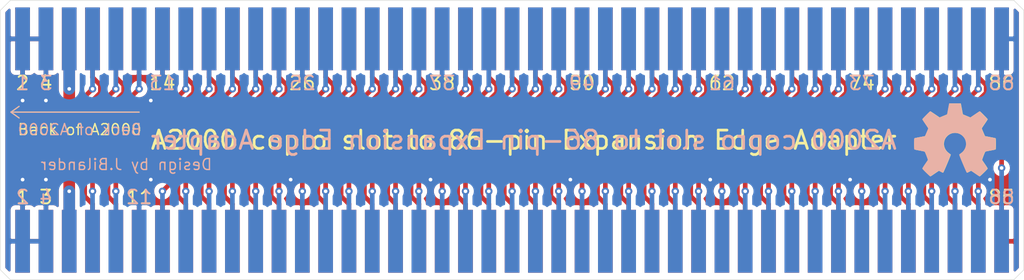
<source format=kicad_pcb>
(kicad_pcb (version 20171130) (host pcbnew "(5.1.6-0)")

  (general
    (thickness 1.6)
    (drawings 47)
    (tracks 463)
    (zones 0)
    (modules 4)
    (nets 75)
  )

  (page A4)
  (layers
    (0 F.Cu signal)
    (31 B.Cu signal)
    (32 B.Adhes user)
    (33 F.Adhes user)
    (34 B.Paste user)
    (35 F.Paste user)
    (36 B.SilkS user)
    (37 F.SilkS user)
    (38 B.Mask user)
    (39 F.Mask user)
    (40 Dwgs.User user)
    (41 Cmts.User user)
    (42 Eco1.User user)
    (43 Eco2.User user)
    (44 Edge.Cuts user)
    (45 Margin user)
    (46 B.CrtYd user)
    (47 F.CrtYd user)
    (48 B.Fab user)
    (49 F.Fab user)
  )

  (setup
    (last_trace_width 0.25)
    (user_trace_width 0.2032)
    (user_trace_width 0.254)
    (user_trace_width 0.2794)
    (user_trace_width 0.3048)
    (user_trace_width 0.381)
    (user_trace_width 0.508)
    (user_trace_width 1.27)
    (trace_clearance 0.2)
    (zone_clearance 0.508)
    (zone_45_only no)
    (trace_min 0.2)
    (via_size 0.8)
    (via_drill 0.4)
    (via_min_size 0.4)
    (via_min_drill 0.3)
    (uvia_size 0.3)
    (uvia_drill 0.1)
    (uvias_allowed no)
    (uvia_min_size 0.2)
    (uvia_min_drill 0.1)
    (edge_width 0.05)
    (segment_width 0.2)
    (pcb_text_width 0.3)
    (pcb_text_size 1.5 1.5)
    (mod_edge_width 0.12)
    (mod_text_size 1 1)
    (mod_text_width 0.15)
    (pad_size 1.7 1.7)
    (pad_drill 1)
    (pad_to_mask_clearance 0.05)
    (aux_axis_origin 0 0)
    (grid_origin 130 59.619)
    (visible_elements FFFFFF7F)
    (pcbplotparams
      (layerselection 0x010fc_ffffffff)
      (usegerberextensions false)
      (usegerberattributes true)
      (usegerberadvancedattributes true)
      (creategerberjobfile true)
      (excludeedgelayer true)
      (linewidth 0.100000)
      (plotframeref false)
      (viasonmask false)
      (mode 1)
      (useauxorigin false)
      (hpglpennumber 1)
      (hpglpenspeed 20)
      (hpglpendiameter 15.000000)
      (psnegative false)
      (psa4output false)
      (plotreference true)
      (plotvalue true)
      (plotinvisibletext false)
      (padsonsilk false)
      (subtractmaskfromsilk false)
      (outputformat 1)
      (mirror false)
      (drillshape 0)
      (scaleselection 1)
      (outputdirectory "out/"))
  )

  (net 0 "")
  (net 1 GND)
  (net 2 IPL1)
  (net 3 IPL0)
  (net 4 +5VDC)
  (net 5 A12)
  (net 6 A11)
  (net 7 A10)
  (net 8 CFGOUT)
  (net 9 A9)
  (net 10 A8)
  (net 11 CDAC)
  (net 12 A7)
  (net 13 OVR)
  (net 14 A3)
  (net 15 INT2)
  (net 16 A4)
  (net 17 A5)
  (net 18 INT6)
  (net 19 A6)
  (net 20 BOSS)
  (net 21 XRDY)
  (net 22 A2)
  (net 23 A1)
  (net 24 FC0)
  (net 25 FC1)
  (net 26 +12VDC)
  (net 27 FC2)
  (net 28 A13)
  (net 29 A14)
  (net 30 A15)
  (net 31 A16)
  (net 32 D4)
  (net 33 A17)
  (net 34 D3)
  (net 35 D2)
  (net 36 VMA)
  (net 37 D1)
  (net 38 RST)
  (net 39 D0)
  (net 40 HLT)
  (net 41 A22)
  (net 42 D11)
  (net 43 A23)
  (net 44 D12)
  (net 45 D13)
  (net 46 D15)
  (net 47 D14)
  (net 48 IPL2)
  (net 49 D5)
  (net 50 BERR)
  (net 51 D6)
  (net 52 VPA)
  (net 53 D7)
  (net 54 E)
  (net 55 D8)
  (net 56 A18)
  (net 57 D9)
  (net 58 A19)
  (net 59 D10)
  (net 60 A20)
  (net 61 AS)
  (net 62 A21)
  (net 63 UDS)
  (net 64 BR)
  (net 65 LDS)
  (net 66 BGACK)
  (net 67 RW)
  (net 68 BG)
  (net 69 DTACK)
  (net 70 -12VDC)
  (net 71 CLK7M)
  (net 72 CLK28M)
  (net 73 CCK)
  (net 74 CCKQ)

  (net_class Default "This is the default net class."
    (clearance 0.2)
    (trace_width 0.25)
    (via_dia 0.8)
    (via_drill 0.4)
    (uvia_dia 0.3)
    (uvia_drill 0.1)
    (add_net +12VDC)
    (add_net +5VDC)
    (add_net -12VDC)
    (add_net A1)
    (add_net A10)
    (add_net A11)
    (add_net A12)
    (add_net A13)
    (add_net A14)
    (add_net A15)
    (add_net A16)
    (add_net A17)
    (add_net A18)
    (add_net A19)
    (add_net A2)
    (add_net A20)
    (add_net A21)
    (add_net A22)
    (add_net A23)
    (add_net A3)
    (add_net A4)
    (add_net A5)
    (add_net A6)
    (add_net A7)
    (add_net A8)
    (add_net A9)
    (add_net AS)
    (add_net BERR)
    (add_net BG)
    (add_net BGACK)
    (add_net BOSS)
    (add_net BR)
    (add_net CCK)
    (add_net CCKQ)
    (add_net CDAC)
    (add_net CFGOUT)
    (add_net CLK28M)
    (add_net CLK7M)
    (add_net D0)
    (add_net D1)
    (add_net D10)
    (add_net D11)
    (add_net D12)
    (add_net D13)
    (add_net D14)
    (add_net D15)
    (add_net D2)
    (add_net D3)
    (add_net D4)
    (add_net D5)
    (add_net D6)
    (add_net D7)
    (add_net D8)
    (add_net D9)
    (add_net DTACK)
    (add_net E)
    (add_net FC0)
    (add_net FC1)
    (add_net FC2)
    (add_net GND)
    (add_net HLT)
    (add_net INT2)
    (add_net INT6)
    (add_net IPL0)
    (add_net IPL1)
    (add_net IPL2)
    (add_net LDS)
    (add_net OVR)
    (add_net RST)
    (add_net RW)
    (add_net UDS)
    (add_net VMA)
    (add_net VPA)
    (add_net XRDY)
  )

  (module Twisted_Sister:A500_86pin_Edge_Connector (layer F.Cu) (tedit 5FD3491E) (tstamp 5FC89F8F)
    (at 185.753 86.289)
    (descr "Amiga Zorro 16 bits Bus Edge Connector")
    (tags "Amiga Zorro Edge connector")
    (path /5FD12767)
    (attr virtual)
    (fp_text reference J2 (at 0 -5.08) (layer F.SilkS) hide
      (effects (font (size 1 1) (thickness 0.15)))
    )
    (fp_text value Conn_2Rows-86Pins_even_odd (at 0 -6.858) (layer F.Fab)
      (effects (font (size 1 1) (thickness 0.15)))
    )
    (fp_line (start 55.753 -3.937) (end -55.753 -3.937) (layer F.Fab) (width 0.1))
    (fp_line (start 55.753 2.7432) (end 55.753 -3.937) (layer F.Fab) (width 0.1))
    (fp_line (start 54.6862 3.81) (end -54.6862 3.81) (layer F.Fab) (width 0.1))
    (fp_line (start -55.753 -3.937) (end -55.753 2.7432) (layer F.Fab) (width 0.1))
    (fp_line (start -55.753 -3.937) (end 55.753 -3.937) (layer F.CrtYd) (width 0.05))
    (fp_line (start -55.753 -3.937) (end -55.753 2.7432) (layer F.CrtYd) (width 0.05))
    (fp_line (start 55.753 2.7432) (end 55.753 -3.937) (layer F.CrtYd) (width 0.05))
    (fp_line (start 54.6862 3.81) (end -54.6862 3.81) (layer F.CrtYd) (width 0.05))
    (fp_line (start -55.753 2.7432) (end -54.6862 3.81) (layer F.CrtYd) (width 0.05))
    (fp_line (start -54.6862 3.81) (end -55.753 2.7432) (layer F.Fab) (width 0.1))
    (fp_line (start 55.753 2.7432) (end 54.6862 3.81) (layer F.Fab) (width 0.1))
    (fp_line (start 55.753 2.7432) (end 54.6862 3.81) (layer F.CrtYd) (width 0.05))
    (fp_text user %R (at 0 0) (layer F.Fab)
      (effects (font (size 1 1) (thickness 0.15)))
    )
    (pad 86 connect rect (at 53.34 -0.381) (size 1.6 6.86) (layers B.Cu B.Mask)
      (net 49 D5))
    (pad 84 connect rect (at 50.8 -0.381) (size 1.6 6.86) (layers B.Cu B.Mask)
      (net 51 D6))
    (pad 82 connect rect (at 48.26 -0.381) (size 1.6 6.86) (layers B.Cu B.Mask)
      (net 53 D7))
    (pad 80 connect rect (at 45.72 -0.381) (size 1.6 6.86) (layers B.Cu B.Mask)
      (net 55 D8))
    (pad 78 connect rect (at 43.18 -0.381) (size 1.6 6.86) (layers B.Cu B.Mask)
      (net 57 D9))
    (pad 76 connect rect (at 40.64 -0.381) (size 1.6 6.86) (layers B.Cu B.Mask)
      (net 59 D10))
    (pad 74 connect rect (at 38.1 -0.381) (size 1.6 6.86) (layers B.Cu B.Mask)
      (net 61 AS))
    (pad 72 connect rect (at 35.56 -0.381) (size 1.6 6.86) (layers B.Cu B.Mask)
      (net 63 UDS))
    (pad 70 connect rect (at 33.02 -0.381) (size 1.6 6.86) (layers B.Cu B.Mask)
      (net 65 LDS))
    (pad 68 connect rect (at 30.48 -0.381) (size 1.6 6.86) (layers B.Cu B.Mask)
      (net 67 RW))
    (pad 66 connect rect (at 27.94 -0.381) (size 1.6 6.86) (layers B.Cu B.Mask)
      (net 69 DTACK))
    (pad 64 connect rect (at 25.4 -0.381) (size 1.6 6.86) (layers B.Cu B.Mask)
      (net 68 BG))
    (pad 62 connect rect (at 22.86 -0.381) (size 1.6 6.86) (layers B.Cu B.Mask)
      (net 66 BGACK))
    (pad 60 connect rect (at 20.32 -0.381) (size 1.6 6.86) (layers B.Cu B.Mask)
      (net 64 BR))
    (pad 58 connect rect (at 17.78 -0.381) (size 1.6 6.86) (layers B.Cu B.Mask)
      (net 62 A21))
    (pad 56 connect rect (at 15.24 -0.381) (size 1.6 6.86) (layers B.Cu B.Mask)
      (net 60 A20))
    (pad 54 connect rect (at 12.7 -0.381) (size 1.6 6.86) (layers B.Cu B.Mask)
      (net 58 A19))
    (pad 52 connect rect (at 10.16 -0.381) (size 1.6 6.86) (layers B.Cu B.Mask)
      (net 56 A18))
    (pad 50 connect rect (at 7.62 -0.381) (size 1.6 6.86) (layers B.Cu B.Mask)
      (net 54 E))
    (pad 48 connect rect (at 5.08 -0.381) (size 1.6 6.86) (layers B.Cu B.Mask)
      (net 52 VPA))
    (pad 46 connect rect (at 2.54 -0.381) (size 1.6 6.86) (layers B.Cu B.Mask)
      (net 50 BERR))
    (pad 44 connect rect (at 0 -0.381) (size 1.6 6.86) (layers B.Cu B.Mask)
      (net 48 IPL2))
    (pad 42 connect rect (at -2.54 -0.381) (size 1.6 6.86) (layers B.Cu B.Mask)
      (net 2 IPL1))
    (pad 40 connect rect (at -5.08 -0.381) (size 1.6 6.86) (layers B.Cu B.Mask)
      (net 3 IPL0))
    (pad 38 connect rect (at -7.62 -0.381) (size 1.6 6.86) (layers B.Cu B.Mask)
      (net 5 A12))
    (pad 85 connect rect (at 53.34 -0.381) (size 1.6 6.86) (layers F.Cu F.Mask)
      (net 1 GND))
    (pad 83 connect rect (at 50.8 -0.381) (size 1.6 6.86) (layers F.Cu F.Mask)
      (net 32 D4))
    (pad 81 connect rect (at 48.26 -0.381) (size 1.6 6.86) (layers F.Cu F.Mask)
      (net 34 D3))
    (pad 79 connect rect (at 45.72 -0.381) (size 1.6 6.86) (layers F.Cu F.Mask)
      (net 35 D2))
    (pad 77 connect rect (at 43.18 -0.381) (size 1.6 6.86) (layers F.Cu F.Mask)
      (net 37 D1))
    (pad 75 connect rect (at 40.64 -0.381) (size 1.6 6.86) (layers F.Cu F.Mask)
      (net 39 D0))
    (pad 73 connect rect (at 38.1 -0.381) (size 1.6 6.86) (layers F.Cu F.Mask)
      (net 1 GND))
    (pad 71 connect rect (at 35.56 -0.381) (size 1.6 6.86) (layers F.Cu F.Mask)
      (net 42 D11))
    (pad 69 connect rect (at 33.02 -0.381) (size 1.6 6.86) (layers F.Cu F.Mask)
      (net 44 D12))
    (pad 67 connect rect (at 30.48 -0.381) (size 1.6 6.86) (layers F.Cu F.Mask)
      (net 45 D13))
    (pad 65 connect rect (at 27.94 -0.381) (size 1.6 6.86) (layers F.Cu F.Mask)
      (net 47 D14))
    (pad 63 connect rect (at 25.4 -0.381) (size 1.6 6.86) (layers F.Cu F.Mask)
      (net 46 D15))
    (pad 61 connect rect (at 22.86 -0.381) (size 1.6 6.86) (layers F.Cu F.Mask)
      (net 1 GND))
    (pad 59 connect rect (at 20.32 -0.381) (size 1.6 6.86) (layers F.Cu F.Mask)
      (net 43 A23))
    (pad 57 connect rect (at 17.78 -0.381) (size 1.6 6.86) (layers F.Cu F.Mask)
      (net 41 A22))
    (pad 55 connect rect (at 15.24 -0.381) (size 1.6 6.86) (layers F.Cu F.Mask)
      (net 40 HLT))
    (pad 53 connect rect (at 12.7 -0.381) (size 1.6 6.86) (layers F.Cu F.Mask)
      (net 38 RST))
    (pad 51 connect rect (at 10.16 -0.381) (size 1.6 6.86) (layers F.Cu F.Mask)
      (net 36 VMA))
    (pad 49 connect rect (at 7.62 -0.381) (size 1.6 6.86) (layers F.Cu F.Mask)
      (net 1 GND))
    (pad 47 connect rect (at 5.08 -0.381) (size 1.6 6.86) (layers F.Cu F.Mask)
      (net 33 A17))
    (pad 45 connect rect (at 2.54 -0.381) (size 1.6 6.86) (layers F.Cu F.Mask)
      (net 31 A16))
    (pad 43 connect rect (at 0 -0.381) (size 1.6 6.86) (layers F.Cu F.Mask)
      (net 30 A15))
    (pad 41 connect rect (at -2.54 -0.381) (size 1.6 6.86) (layers F.Cu F.Mask)
      (net 29 A14))
    (pad 39 connect rect (at -5.08 -0.381) (size 1.6 6.86) (layers F.Cu F.Mask)
      (net 28 A13))
    (pad 37 connect rect (at -7.62 -0.381) (size 1.6 6.86) (layers F.Cu F.Mask)
      (net 1 GND))
    (pad 36 connect rect (at -10.16 -0.381) (size 1.6 6.86) (layers B.Cu B.Mask)
      (net 6 A11))
    (pad 34 connect rect (at -12.7 -0.381) (size 1.6 6.86) (layers B.Cu B.Mask)
      (net 7 A10))
    (pad 32 connect rect (at -15.24 -0.381) (size 1.6 6.86) (layers B.Cu B.Mask)
      (net 9 A9))
    (pad 30 connect rect (at -17.78 -0.381) (size 1.6 6.86) (layers B.Cu B.Mask)
      (net 10 A8))
    (pad 28 connect rect (at -20.32 -0.381) (size 1.6 6.86) (layers B.Cu B.Mask)
      (net 12 A7))
    (pad 26 connect rect (at -22.86 -0.381) (size 1.6 6.86) (layers B.Cu B.Mask)
      (net 14 A3))
    (pad 24 connect rect (at -25.4 -0.381) (size 1.6 6.86) (layers B.Cu B.Mask)
      (net 16 A4))
    (pad 22 connect rect (at -27.94 -0.381) (size 1.6 6.86) (layers B.Cu B.Mask)
      (net 18 INT6))
    (pad 20 connect rect (at -30.48 -0.381) (size 1.6 6.86) (layers B.Cu B.Mask)
      (net 20 BOSS))
    (pad 18 connect rect (at -33.02 -0.381) (size 1.6 6.86) (layers B.Cu B.Mask)
      (net 21 XRDY))
    (pad 16 connect rect (at -35.56 -0.381) (size 1.6 6.86) (layers B.Cu B.Mask)
      (net 73 CCK))
    (pad 14 connect rect (at -38.1 -0.381) (size 1.6 6.86) (layers B.Cu B.Mask)
      (net 74 CCKQ))
    (pad 12 connect rect (at -40.64 -0.381) (size 1.6 6.86) (layers B.Cu B.Mask)
      (net 1 GND))
    (pad 10 connect rect (at -43.18 -0.381) (size 1.6 6.86) (layers B.Cu B.Mask)
      (net 26 +12VDC))
    (pad 8 connect rect (at -45.72 -0.381) (size 1.6 6.86) (layers B.Cu B.Mask)
      (net 70 -12VDC))
    (pad 6 connect rect (at -48.26 -0.381) (size 1.6 6.86) (layers B.Cu B.Mask)
      (net 4 +5VDC))
    (pad 4 connect rect (at -50.8 -0.381) (size 1.6 6.86) (layers B.Cu B.Mask)
      (net 1 GND))
    (pad 2 connect rect (at -53.34 -0.381) (size 1.6 6.86) (layers B.Cu B.Mask)
      (net 1 GND))
    (pad 35 connect rect (at -10.16 -0.381) (size 1.6 6.86) (layers F.Cu F.Mask)
      (net 27 FC2))
    (pad 33 connect rect (at -12.7 -0.381) (size 1.6 6.86) (layers F.Cu F.Mask)
      (net 25 FC1))
    (pad 31 connect rect (at -15.24 -0.381) (size 1.6 6.86) (layers F.Cu F.Mask)
      (net 24 FC0))
    (pad 29 connect rect (at -17.78 -0.381) (size 1.6 6.86) (layers F.Cu F.Mask)
      (net 23 A1))
    (pad 27 connect rect (at -20.32 -0.381) (size 1.6 6.86) (layers F.Cu F.Mask)
      (net 22 A2))
    (pad 25 connect rect (at -22.86 -0.381) (size 1.6 6.86) (layers F.Cu F.Mask)
      (net 1 GND))
    (pad 23 connect rect (at -25.4 -0.381) (size 1.6 6.86) (layers F.Cu F.Mask)
      (net 19 A6))
    (pad 21 connect rect (at -27.94 -0.381) (size 1.6 6.86) (layers F.Cu F.Mask)
      (net 17 A5))
    (pad 19 connect rect (at -30.48 -0.381) (size 1.6 6.86) (layers F.Cu F.Mask)
      (net 15 INT2))
    (pad 17 connect rect (at -33.02 -0.381) (size 1.6 6.86) (layers F.Cu F.Mask)
      (net 13 OVR))
    (pad 15 connect rect (at -35.56 -0.381) (size 1.6 6.86) (layers F.Cu F.Mask)
      (net 11 CDAC))
    (pad 13 connect rect (at -38.1 -0.381) (size 1.6 6.86) (layers F.Cu F.Mask)
      (net 1 GND))
    (pad 11 connect rect (at -40.64 -0.381) (size 1.6 6.86) (layers F.Cu F.Mask)
      (net 8 CFGOUT))
    (pad 9 connect rect (at -43.18 -0.381) (size 1.6 6.86) (layers F.Cu F.Mask)
      (net 72 CLK28M))
    (pad 7 connect rect (at -45.72 -0.381) (size 1.6 6.86) (layers F.Cu F.Mask)
      (net 71 CLK7M))
    (pad 5 connect rect (at -48.26 -0.381) (size 1.6 6.86) (layers F.Cu F.Mask)
      (net 4 +5VDC))
    (pad 3 connect rect (at -50.8 -0.381) (size 1.6 6.86) (layers F.Cu F.Mask)
      (net 1 GND))
    (pad 1 connect rect (at -53.34 -0.381) (size 1.6 6.86) (layers F.Cu F.Mask)
      (net 1 GND))
  )

  (module Twisted_Sister:A500_86pin_Edge_Connector (layer B.Cu) (tedit 5FD3491E) (tstamp 5FCF0F22)
    (at 185.753 63.429)
    (descr "Amiga Zorro 16 bits Bus Edge Connector")
    (tags "Amiga Zorro Edge connector")
    (path /5FE116D6)
    (attr virtual)
    (fp_text reference J1 (at 0 5.08) (layer B.SilkS) hide
      (effects (font (size 1 1) (thickness 0.15)) (justify mirror))
    )
    (fp_text value Conn_2Rows-86Pins_even_odd (at 0 6.858) (layer B.Fab)
      (effects (font (size 1 1) (thickness 0.15)) (justify mirror))
    )
    (fp_line (start 55.753 3.937) (end -55.753 3.937) (layer B.Fab) (width 0.1))
    (fp_line (start 55.753 -2.7432) (end 55.753 3.937) (layer B.Fab) (width 0.1))
    (fp_line (start 54.6862 -3.81) (end -54.6862 -3.81) (layer B.Fab) (width 0.1))
    (fp_line (start -55.753 3.937) (end -55.753 -2.7432) (layer B.Fab) (width 0.1))
    (fp_line (start -55.753 3.937) (end 55.753 3.937) (layer B.CrtYd) (width 0.05))
    (fp_line (start -55.753 3.937) (end -55.753 -2.7432) (layer B.CrtYd) (width 0.05))
    (fp_line (start 55.753 -2.7432) (end 55.753 3.937) (layer B.CrtYd) (width 0.05))
    (fp_line (start 54.6862 -3.81) (end -54.6862 -3.81) (layer B.CrtYd) (width 0.05))
    (fp_line (start -55.753 -2.7432) (end -54.6862 -3.81) (layer B.CrtYd) (width 0.05))
    (fp_line (start -54.6862 -3.81) (end -55.753 -2.7432) (layer B.Fab) (width 0.1))
    (fp_line (start 55.753 -2.7432) (end 54.6862 -3.81) (layer B.Fab) (width 0.1))
    (fp_line (start 55.753 -2.7432) (end 54.6862 -3.81) (layer B.CrtYd) (width 0.05))
    (fp_text user %R (at 0 0) (layer B.Fab)
      (effects (font (size 1 1) (thickness 0.15)) (justify mirror))
    )
    (pad 86 connect rect (at 53.34 0.381) (size 1.6 6.86) (layers F.Cu F.Mask)
      (net 49 D5))
    (pad 84 connect rect (at 50.8 0.381) (size 1.6 6.86) (layers F.Cu F.Mask)
      (net 51 D6))
    (pad 82 connect rect (at 48.26 0.381) (size 1.6 6.86) (layers F.Cu F.Mask)
      (net 53 D7))
    (pad 80 connect rect (at 45.72 0.381) (size 1.6 6.86) (layers F.Cu F.Mask)
      (net 55 D8))
    (pad 78 connect rect (at 43.18 0.381) (size 1.6 6.86) (layers F.Cu F.Mask)
      (net 57 D9))
    (pad 76 connect rect (at 40.64 0.381) (size 1.6 6.86) (layers F.Cu F.Mask)
      (net 59 D10))
    (pad 74 connect rect (at 38.1 0.381) (size 1.6 6.86) (layers F.Cu F.Mask)
      (net 61 AS))
    (pad 72 connect rect (at 35.56 0.381) (size 1.6 6.86) (layers F.Cu F.Mask)
      (net 63 UDS))
    (pad 70 connect rect (at 33.02 0.381) (size 1.6 6.86) (layers F.Cu F.Mask)
      (net 65 LDS))
    (pad 68 connect rect (at 30.48 0.381) (size 1.6 6.86) (layers F.Cu F.Mask)
      (net 67 RW))
    (pad 66 connect rect (at 27.94 0.381) (size 1.6 6.86) (layers F.Cu F.Mask)
      (net 69 DTACK))
    (pad 64 connect rect (at 25.4 0.381) (size 1.6 6.86) (layers F.Cu F.Mask)
      (net 68 BG))
    (pad 62 connect rect (at 22.86 0.381) (size 1.6 6.86) (layers F.Cu F.Mask)
      (net 66 BGACK))
    (pad 60 connect rect (at 20.32 0.381) (size 1.6 6.86) (layers F.Cu F.Mask)
      (net 64 BR))
    (pad 58 connect rect (at 17.78 0.381) (size 1.6 6.86) (layers F.Cu F.Mask)
      (net 62 A21))
    (pad 56 connect rect (at 15.24 0.381) (size 1.6 6.86) (layers F.Cu F.Mask)
      (net 60 A20))
    (pad 54 connect rect (at 12.7 0.381) (size 1.6 6.86) (layers F.Cu F.Mask)
      (net 58 A19))
    (pad 52 connect rect (at 10.16 0.381) (size 1.6 6.86) (layers F.Cu F.Mask)
      (net 56 A18))
    (pad 50 connect rect (at 7.62 0.381) (size 1.6 6.86) (layers F.Cu F.Mask)
      (net 54 E))
    (pad 48 connect rect (at 5.08 0.381) (size 1.6 6.86) (layers F.Cu F.Mask)
      (net 52 VPA))
    (pad 46 connect rect (at 2.54 0.381) (size 1.6 6.86) (layers F.Cu F.Mask)
      (net 50 BERR))
    (pad 44 connect rect (at 0 0.381) (size 1.6 6.86) (layers F.Cu F.Mask)
      (net 48 IPL2))
    (pad 42 connect rect (at -2.54 0.381) (size 1.6 6.86) (layers F.Cu F.Mask)
      (net 2 IPL1))
    (pad 40 connect rect (at -5.08 0.381) (size 1.6 6.86) (layers F.Cu F.Mask)
      (net 3 IPL0))
    (pad 38 connect rect (at -7.62 0.381) (size 1.6 6.86) (layers F.Cu F.Mask)
      (net 5 A12))
    (pad 85 connect rect (at 53.34 0.381) (size 1.6 6.86) (layers B.Cu B.Mask)
      (net 1 GND))
    (pad 83 connect rect (at 50.8 0.381) (size 1.6 6.86) (layers B.Cu B.Mask)
      (net 32 D4))
    (pad 81 connect rect (at 48.26 0.381) (size 1.6 6.86) (layers B.Cu B.Mask)
      (net 34 D3))
    (pad 79 connect rect (at 45.72 0.381) (size 1.6 6.86) (layers B.Cu B.Mask)
      (net 35 D2))
    (pad 77 connect rect (at 43.18 0.381) (size 1.6 6.86) (layers B.Cu B.Mask)
      (net 37 D1))
    (pad 75 connect rect (at 40.64 0.381) (size 1.6 6.86) (layers B.Cu B.Mask)
      (net 39 D0))
    (pad 73 connect rect (at 38.1 0.381) (size 1.6 6.86) (layers B.Cu B.Mask)
      (net 1 GND))
    (pad 71 connect rect (at 35.56 0.381) (size 1.6 6.86) (layers B.Cu B.Mask)
      (net 42 D11))
    (pad 69 connect rect (at 33.02 0.381) (size 1.6 6.86) (layers B.Cu B.Mask)
      (net 44 D12))
    (pad 67 connect rect (at 30.48 0.381) (size 1.6 6.86) (layers B.Cu B.Mask)
      (net 45 D13))
    (pad 65 connect rect (at 27.94 0.381) (size 1.6 6.86) (layers B.Cu B.Mask)
      (net 47 D14))
    (pad 63 connect rect (at 25.4 0.381) (size 1.6 6.86) (layers B.Cu B.Mask)
      (net 46 D15))
    (pad 61 connect rect (at 22.86 0.381) (size 1.6 6.86) (layers B.Cu B.Mask)
      (net 1 GND))
    (pad 59 connect rect (at 20.32 0.381) (size 1.6 6.86) (layers B.Cu B.Mask)
      (net 43 A23))
    (pad 57 connect rect (at 17.78 0.381) (size 1.6 6.86) (layers B.Cu B.Mask)
      (net 41 A22))
    (pad 55 connect rect (at 15.24 0.381) (size 1.6 6.86) (layers B.Cu B.Mask)
      (net 40 HLT))
    (pad 53 connect rect (at 12.7 0.381) (size 1.6 6.86) (layers B.Cu B.Mask)
      (net 38 RST))
    (pad 51 connect rect (at 10.16 0.381) (size 1.6 6.86) (layers B.Cu B.Mask)
      (net 36 VMA))
    (pad 49 connect rect (at 7.62 0.381) (size 1.6 6.86) (layers B.Cu B.Mask)
      (net 1 GND))
    (pad 47 connect rect (at 5.08 0.381) (size 1.6 6.86) (layers B.Cu B.Mask)
      (net 33 A17))
    (pad 45 connect rect (at 2.54 0.381) (size 1.6 6.86) (layers B.Cu B.Mask)
      (net 31 A16))
    (pad 43 connect rect (at 0 0.381) (size 1.6 6.86) (layers B.Cu B.Mask)
      (net 30 A15))
    (pad 41 connect rect (at -2.54 0.381) (size 1.6 6.86) (layers B.Cu B.Mask)
      (net 29 A14))
    (pad 39 connect rect (at -5.08 0.381) (size 1.6 6.86) (layers B.Cu B.Mask)
      (net 28 A13))
    (pad 37 connect rect (at -7.62 0.381) (size 1.6 6.86) (layers B.Cu B.Mask)
      (net 1 GND))
    (pad 36 connect rect (at -10.16 0.381) (size 1.6 6.86) (layers F.Cu F.Mask)
      (net 6 A11))
    (pad 34 connect rect (at -12.7 0.381) (size 1.6 6.86) (layers F.Cu F.Mask)
      (net 7 A10))
    (pad 32 connect rect (at -15.24 0.381) (size 1.6 6.86) (layers F.Cu F.Mask)
      (net 9 A9))
    (pad 30 connect rect (at -17.78 0.381) (size 1.6 6.86) (layers F.Cu F.Mask)
      (net 10 A8))
    (pad 28 connect rect (at -20.32 0.381) (size 1.6 6.86) (layers F.Cu F.Mask)
      (net 12 A7))
    (pad 26 connect rect (at -22.86 0.381) (size 1.6 6.86) (layers F.Cu F.Mask)
      (net 14 A3))
    (pad 24 connect rect (at -25.4 0.381) (size 1.6 6.86) (layers F.Cu F.Mask)
      (net 16 A4))
    (pad 22 connect rect (at -27.94 0.381) (size 1.6 6.86) (layers F.Cu F.Mask)
      (net 18 INT6))
    (pad 20 connect rect (at -30.48 0.381) (size 1.6 6.86) (layers F.Cu F.Mask)
      (net 20 BOSS))
    (pad 18 connect rect (at -33.02 0.381) (size 1.6 6.86) (layers F.Cu F.Mask)
      (net 21 XRDY))
    (pad 16 connect rect (at -35.56 0.381) (size 1.6 6.86) (layers F.Cu F.Mask)
      (net 73 CCK))
    (pad 14 connect rect (at -38.1 0.381) (size 1.6 6.86) (layers F.Cu F.Mask)
      (net 74 CCKQ))
    (pad 12 connect rect (at -40.64 0.381) (size 1.6 6.86) (layers F.Cu F.Mask)
      (net 1 GND))
    (pad 10 connect rect (at -43.18 0.381) (size 1.6 6.86) (layers F.Cu F.Mask)
      (net 26 +12VDC))
    (pad 8 connect rect (at -45.72 0.381) (size 1.6 6.86) (layers F.Cu F.Mask)
      (net 70 -12VDC))
    (pad 6 connect rect (at -48.26 0.381) (size 1.6 6.86) (layers F.Cu F.Mask)
      (net 4 +5VDC))
    (pad 4 connect rect (at -50.8 0.381) (size 1.6 6.86) (layers F.Cu F.Mask)
      (net 1 GND))
    (pad 2 connect rect (at -53.34 0.381) (size 1.6 6.86) (layers F.Cu F.Mask)
      (net 1 GND))
    (pad 35 connect rect (at -10.16 0.381) (size 1.6 6.86) (layers B.Cu B.Mask)
      (net 27 FC2))
    (pad 33 connect rect (at -12.7 0.381) (size 1.6 6.86) (layers B.Cu B.Mask)
      (net 25 FC1))
    (pad 31 connect rect (at -15.24 0.381) (size 1.6 6.86) (layers B.Cu B.Mask)
      (net 24 FC0))
    (pad 29 connect rect (at -17.78 0.381) (size 1.6 6.86) (layers B.Cu B.Mask)
      (net 23 A1))
    (pad 27 connect rect (at -20.32 0.381) (size 1.6 6.86) (layers B.Cu B.Mask)
      (net 22 A2))
    (pad 25 connect rect (at -22.86 0.381) (size 1.6 6.86) (layers B.Cu B.Mask)
      (net 1 GND))
    (pad 23 connect rect (at -25.4 0.381) (size 1.6 6.86) (layers B.Cu B.Mask)
      (net 19 A6))
    (pad 21 connect rect (at -27.94 0.381) (size 1.6 6.86) (layers B.Cu B.Mask)
      (net 17 A5))
    (pad 19 connect rect (at -30.48 0.381) (size 1.6 6.86) (layers B.Cu B.Mask)
      (net 15 INT2))
    (pad 17 connect rect (at -33.02 0.381) (size 1.6 6.86) (layers B.Cu B.Mask)
      (net 13 OVR))
    (pad 15 connect rect (at -35.56 0.381) (size 1.6 6.86) (layers B.Cu B.Mask)
      (net 11 CDAC))
    (pad 13 connect rect (at -38.1 0.381) (size 1.6 6.86) (layers B.Cu B.Mask)
      (net 1 GND))
    (pad 11 connect rect (at -40.64 0.381) (size 1.6 6.86) (layers B.Cu B.Mask)
      (net 8 CFGOUT))
    (pad 9 connect rect (at -43.18 0.381) (size 1.6 6.86) (layers B.Cu B.Mask)
      (net 72 CLK28M))
    (pad 7 connect rect (at -45.72 0.381) (size 1.6 6.86) (layers B.Cu B.Mask)
      (net 71 CLK7M))
    (pad 5 connect rect (at -48.26 0.381) (size 1.6 6.86) (layers B.Cu B.Mask)
      (net 4 +5VDC))
    (pad 3 connect rect (at -50.8 0.381) (size 1.6 6.86) (layers B.Cu B.Mask)
      (net 1 GND))
    (pad 1 connect rect (at -53.34 0.381) (size 1.6 6.86) (layers B.Cu B.Mask)
      (net 1 GND))
  )

  (module Symbol:OSHW-Symbol_8.9x8mm_SilkScreen (layer B.Cu) (tedit 0) (tstamp 5FD1137A)
    (at 234.013 74.859 180)
    (descr "Open Source Hardware Symbol")
    (tags "Logo Symbol OSHW")
    (attr virtual)
    (fp_text reference REF** (at 0 0) (layer B.SilkS) hide
      (effects (font (size 1 1) (thickness 0.15)) (justify mirror))
    )
    (fp_text value OSHW-Symbol_8.9x8mm_SilkScreen (at 0.75 0) (layer B.Fab) hide
      (effects (font (size 1 1) (thickness 0.15)) (justify mirror))
    )
    (fp_poly (pts (xy 0.746536 3.399573) (xy 0.859118 2.802382) (xy 1.274531 2.631135) (xy 1.689945 2.459888)
      (xy 2.188302 2.798767) (xy 2.327869 2.893123) (xy 2.454029 2.97737) (xy 2.560896 3.047662)
      (xy 2.642583 3.100153) (xy 2.693202 3.130996) (xy 2.706987 3.137647) (xy 2.731821 3.120542)
      (xy 2.784889 3.073256) (xy 2.860241 3.001828) (xy 2.95193 2.9123) (xy 3.054008 2.810711)
      (xy 3.160527 2.703102) (xy 3.265537 2.595513) (xy 3.363092 2.493985) (xy 3.447243 2.404559)
      (xy 3.512041 2.333274) (xy 3.551538 2.286172) (xy 3.560981 2.270408) (xy 3.547392 2.241347)
      (xy 3.509294 2.177679) (xy 3.450694 2.085633) (xy 3.375598 1.971436) (xy 3.288009 1.841316)
      (xy 3.237255 1.767099) (xy 3.144746 1.631578) (xy 3.062541 1.509284) (xy 2.994631 1.406305)
      (xy 2.945001 1.328727) (xy 2.917641 1.282639) (xy 2.91353 1.272953) (xy 2.92285 1.245426)
      (xy 2.948255 1.181272) (xy 2.985912 1.08951) (xy 3.031987 0.979161) (xy 3.082647 0.859245)
      (xy 3.13406 0.738781) (xy 3.18239 0.626791) (xy 3.223807 0.532293) (xy 3.254475 0.464308)
      (xy 3.270562 0.431857) (xy 3.271512 0.43058) (xy 3.296773 0.424383) (xy 3.364046 0.41056)
      (xy 3.466361 0.390468) (xy 3.596742 0.365466) (xy 3.748217 0.336914) (xy 3.836594 0.320449)
      (xy 3.998453 0.289631) (xy 4.14465 0.260306) (xy 4.267788 0.234079) (xy 4.36047 0.212554)
      (xy 4.415302 0.197335) (xy 4.426324 0.192507) (xy 4.437119 0.159826) (xy 4.44583 0.086015)
      (xy 4.452461 -0.020292) (xy 4.457019 -0.150467) (xy 4.45951 -0.295876) (xy 4.459939 -0.44789)
      (xy 4.458312 -0.597877) (xy 4.454636 -0.737206) (xy 4.448916 -0.857245) (xy 4.441158 -0.949365)
      (xy 4.431369 -1.004932) (xy 4.425497 -1.0165) (xy 4.3904 -1.030365) (xy 4.316029 -1.050188)
      (xy 4.212224 -1.073639) (xy 4.08882 -1.098391) (xy 4.045742 -1.106398) (xy 3.838048 -1.144441)
      (xy 3.673985 -1.175079) (xy 3.548131 -1.199529) (xy 3.455066 -1.219009) (xy 3.389368 -1.234736)
      (xy 3.345618 -1.247928) (xy 3.318393 -1.259804) (xy 3.302273 -1.27158) (xy 3.300018 -1.273908)
      (xy 3.277504 -1.3114) (xy 3.243159 -1.384365) (xy 3.200412 -1.483867) (xy 3.152693 -1.600973)
      (xy 3.103431 -1.726748) (xy 3.056056 -1.852257) (xy 3.013996 -1.968565) (xy 2.980681 -2.066739)
      (xy 2.959542 -2.137843) (xy 2.954006 -2.172942) (xy 2.954467 -2.174172) (xy 2.973224 -2.202861)
      (xy 3.015777 -2.265985) (xy 3.077654 -2.356973) (xy 3.154383 -2.469255) (xy 3.241492 -2.59626)
      (xy 3.266299 -2.632353) (xy 3.354753 -2.763203) (xy 3.432589 -2.882591) (xy 3.495567 -2.983662)
      (xy 3.539446 -3.059559) (xy 3.559986 -3.103427) (xy 3.560981 -3.108817) (xy 3.543723 -3.137144)
      (xy 3.496036 -3.193261) (xy 3.424051 -3.271137) (xy 3.333898 -3.36474) (xy 3.231706 -3.468041)
      (xy 3.123606 -3.575006) (xy 3.015729 -3.679606) (xy 2.914205 -3.775809) (xy 2.825163 -3.857584)
      (xy 2.754734 -3.9189) (xy 2.709048 -3.953726) (xy 2.69641 -3.959412) (xy 2.666992 -3.94602)
      (xy 2.606762 -3.909899) (xy 2.52553 -3.857136) (xy 2.463031 -3.814667) (xy 2.349786 -3.73674)
      (xy 2.215675 -3.644984) (xy 2.081156 -3.553375) (xy 2.008834 -3.504346) (xy 1.764039 -3.33877)
      (xy 1.558551 -3.449875) (xy 1.464937 -3.498548) (xy 1.385331 -3.536381) (xy 1.331468 -3.557958)
      (xy 1.317758 -3.560961) (xy 1.301271 -3.538793) (xy 1.268746 -3.476149) (xy 1.222609 -3.378809)
      (xy 1.165291 -3.252549) (xy 1.099217 -3.10315) (xy 1.026816 -2.936388) (xy 0.950517 -2.758042)
      (xy 0.872747 -2.573891) (xy 0.795935 -2.389712) (xy 0.722507 -2.211285) (xy 0.654893 -2.044387)
      (xy 0.595521 -1.894797) (xy 0.546817 -1.768293) (xy 0.511211 -1.670654) (xy 0.491131 -1.607657)
      (xy 0.487901 -1.586021) (xy 0.513497 -1.558424) (xy 0.569539 -1.513625) (xy 0.644312 -1.460934)
      (xy 0.650588 -1.456765) (xy 0.843846 -1.302069) (xy 0.999675 -1.121591) (xy 1.116725 -0.921102)
      (xy 1.193646 -0.706374) (xy 1.229087 -0.483177) (xy 1.221698 -0.257281) (xy 1.170128 -0.034459)
      (xy 1.073027 0.179521) (xy 1.044459 0.226336) (xy 0.895869 0.415382) (xy 0.720328 0.567188)
      (xy 0.523911 0.680966) (xy 0.312694 0.755925) (xy 0.092754 0.791278) (xy -0.129836 0.786233)
      (xy -0.348998 0.740001) (xy -0.558657 0.651794) (xy -0.752738 0.520821) (xy -0.812773 0.467663)
      (xy -0.965564 0.301261) (xy -1.076902 0.126088) (xy -1.153276 -0.070266) (xy -1.195812 -0.264717)
      (xy -1.206313 -0.483342) (xy -1.171299 -0.703052) (xy -1.094326 -0.91642) (xy -0.978952 -1.116022)
      (xy -0.828734 -1.294429) (xy -0.647226 -1.444217) (xy -0.623372 -1.460006) (xy -0.547798 -1.511712)
      (xy -0.490348 -1.556512) (xy -0.462882 -1.585117) (xy -0.462482 -1.586021) (xy -0.468379 -1.616964)
      (xy -0.491754 -1.687191) (xy -0.530178 -1.790925) (xy -0.581222 -1.92239) (xy -0.642457 -2.075807)
      (xy -0.711455 -2.245401) (xy -0.785786 -2.425393) (xy -0.863021 -2.610008) (xy -0.940731 -2.793468)
      (xy -1.016488 -2.969996) (xy -1.087862 -3.133814) (xy -1.152425 -3.279147) (xy -1.207747 -3.400217)
      (xy -1.251399 -3.491247) (xy -1.280953 -3.54646) (xy -1.292855 -3.560961) (xy -1.329222 -3.549669)
      (xy -1.397269 -3.519385) (xy -1.485263 -3.47552) (xy -1.533649 -3.449875) (xy -1.739136 -3.33877)
      (xy -1.983931 -3.504346) (xy -2.108893 -3.58917) (xy -2.245704 -3.682516) (xy -2.373911 -3.770408)
      (xy -2.438128 -3.814667) (xy -2.528448 -3.875318) (xy -2.604928 -3.923381) (xy -2.657592 -3.95277)
      (xy -2.674697 -3.958982) (xy -2.699594 -3.942223) (xy -2.754694 -3.895436) (xy -2.834656 -3.82348)
      (xy -2.934139 -3.731212) (xy -3.047799 -3.62349) (xy -3.119684 -3.554326) (xy -3.245448 -3.430757)
      (xy -3.354136 -3.320234) (xy -3.441354 -3.227485) (xy -3.50271 -3.157237) (xy -3.533808 -3.11422)
      (xy -3.536791 -3.10549) (xy -3.522946 -3.072284) (xy -3.484687 -3.005142) (xy -3.426258 -2.910863)
      (xy -3.351902 -2.796245) (xy -3.265864 -2.668083) (xy -3.241397 -2.632353) (xy -3.152245 -2.502489)
      (xy -3.072261 -2.385569) (xy -3.005919 -2.288162) (xy -2.957688 -2.216839) (xy -2.932042 -2.17817)
      (xy -2.929564 -2.174172) (xy -2.93327 -2.143355) (xy -2.952938 -2.075599) (xy -2.985139 -1.979839)
      (xy -3.026444 -1.865009) (xy -3.073424 -1.740044) (xy -3.12265 -1.613879) (xy -3.170691 -1.495448)
      (xy -3.214118 -1.393685) (xy -3.249503 -1.317526) (xy -3.273415 -1.275904) (xy -3.275115 -1.273908)
      (xy -3.289737 -1.262013) (xy -3.314434 -1.25025) (xy -3.354627 -1.237401) (xy -3.415736 -1.222249)
      (xy -3.503182 -1.203576) (xy -3.622387 -1.180165) (xy -3.778772 -1.150797) (xy -3.977756 -1.114255)
      (xy -4.020839 -1.106398) (xy -4.148529 -1.081727) (xy -4.259846 -1.057593) (xy -4.344954 -1.036324)
      (xy -4.394016 -1.020248) (xy -4.400594 -1.0165) (xy -4.411435 -0.983273) (xy -4.420246 -0.909021)
      (xy -4.427023 -0.802376) (xy -4.431759 -0.671967) (xy -4.434449 -0.526427) (xy -4.435086 -0.374386)
      (xy -4.433665 -0.224476) (xy -4.430179 -0.085328) (xy -4.424623 0.034428) (xy -4.416991 0.126159)
      (xy -4.407277 0.181234) (xy -4.401421 0.192507) (xy -4.368819 0.203877) (xy -4.294581 0.222376)
      (xy -4.186103 0.246398) (xy -4.050782 0.274338) (xy -3.896014 0.304592) (xy -3.811692 0.320449)
      (xy -3.651703 0.350356) (xy -3.509032 0.37745) (xy -3.390651 0.400369) (xy -3.303534 0.417757)
      (xy -3.254654 0.428253) (xy -3.246609 0.43058) (xy -3.233012 0.456814) (xy -3.20427 0.520005)
      (xy -3.164214 0.611123) (xy -3.116675 0.721143) (xy -3.065484 0.841035) (xy -3.014473 0.961773)
      (xy -2.967473 1.074329) (xy -2.928315 1.169674) (xy -2.90083 1.238783) (xy -2.88885 1.272626)
      (xy -2.888627 1.274105) (xy -2.902208 1.300803) (xy -2.940284 1.36224) (xy -2.998852 1.452311)
      (xy -3.073911 1.56491) (xy -3.161459 1.69393) (xy -3.212352 1.768039) (xy -3.30509 1.903923)
      (xy -3.387458 2.027291) (xy -3.455438 2.131903) (xy -3.505011 2.211517) (xy -3.532157 2.259893)
      (xy -3.536078 2.270738) (xy -3.519224 2.29598) (xy -3.472631 2.349876) (xy -3.402251 2.426387)
      (xy -3.314034 2.519477) (xy -3.213934 2.623105) (xy -3.107901 2.731236) (xy -3.001888 2.83783)
      (xy -2.901847 2.93685) (xy -2.813729 3.022258) (xy -2.743486 3.088015) (xy -2.697071 3.128084)
      (xy -2.681543 3.137647) (xy -2.65626 3.1242) (xy -2.595788 3.086425) (xy -2.506007 3.028165)
      (xy -2.392796 2.953266) (xy -2.262036 2.865575) (xy -2.1634 2.798767) (xy -1.665042 2.459888)
      (xy -1.249629 2.631135) (xy -0.834215 2.802382) (xy -0.721633 3.399573) (xy -0.60905 3.996765)
      (xy 0.633953 3.996765) (xy 0.746536 3.399573)) (layer B.SilkS) (width 0.01))
  )

  (module Symbol:OSHW-Symbol_8.9x8mm_SilkScreen (layer F.Cu) (tedit 0) (tstamp 5FD11334)
    (at 234.013 74.859)
    (descr "Open Source Hardware Symbol")
    (tags "Logo Symbol OSHW")
    (attr virtual)
    (fp_text reference REF** (at 0 0) (layer F.SilkS) hide
      (effects (font (size 1 1) (thickness 0.15)))
    )
    (fp_text value OSHW-Symbol_8.9x8mm_SilkScreen (at 0.75 0) (layer F.Fab) hide
      (effects (font (size 1 1) (thickness 0.15)))
    )
    (fp_poly (pts (xy 0.746536 -3.399573) (xy 0.859118 -2.802382) (xy 1.274531 -2.631135) (xy 1.689945 -2.459888)
      (xy 2.188302 -2.798767) (xy 2.327869 -2.893123) (xy 2.454029 -2.97737) (xy 2.560896 -3.047662)
      (xy 2.642583 -3.100153) (xy 2.693202 -3.130996) (xy 2.706987 -3.137647) (xy 2.731821 -3.120542)
      (xy 2.784889 -3.073256) (xy 2.860241 -3.001828) (xy 2.95193 -2.9123) (xy 3.054008 -2.810711)
      (xy 3.160527 -2.703102) (xy 3.265537 -2.595513) (xy 3.363092 -2.493985) (xy 3.447243 -2.404559)
      (xy 3.512041 -2.333274) (xy 3.551538 -2.286172) (xy 3.560981 -2.270408) (xy 3.547392 -2.241347)
      (xy 3.509294 -2.177679) (xy 3.450694 -2.085633) (xy 3.375598 -1.971436) (xy 3.288009 -1.841316)
      (xy 3.237255 -1.767099) (xy 3.144746 -1.631578) (xy 3.062541 -1.509284) (xy 2.994631 -1.406305)
      (xy 2.945001 -1.328727) (xy 2.917641 -1.282639) (xy 2.91353 -1.272953) (xy 2.92285 -1.245426)
      (xy 2.948255 -1.181272) (xy 2.985912 -1.08951) (xy 3.031987 -0.979161) (xy 3.082647 -0.859245)
      (xy 3.13406 -0.738781) (xy 3.18239 -0.626791) (xy 3.223807 -0.532293) (xy 3.254475 -0.464308)
      (xy 3.270562 -0.431857) (xy 3.271512 -0.43058) (xy 3.296773 -0.424383) (xy 3.364046 -0.41056)
      (xy 3.466361 -0.390468) (xy 3.596742 -0.365466) (xy 3.748217 -0.336914) (xy 3.836594 -0.320449)
      (xy 3.998453 -0.289631) (xy 4.14465 -0.260306) (xy 4.267788 -0.234079) (xy 4.36047 -0.212554)
      (xy 4.415302 -0.197335) (xy 4.426324 -0.192507) (xy 4.437119 -0.159826) (xy 4.44583 -0.086015)
      (xy 4.452461 0.020292) (xy 4.457019 0.150467) (xy 4.45951 0.295876) (xy 4.459939 0.44789)
      (xy 4.458312 0.597877) (xy 4.454636 0.737206) (xy 4.448916 0.857245) (xy 4.441158 0.949365)
      (xy 4.431369 1.004932) (xy 4.425497 1.0165) (xy 4.3904 1.030365) (xy 4.316029 1.050188)
      (xy 4.212224 1.073639) (xy 4.08882 1.098391) (xy 4.045742 1.106398) (xy 3.838048 1.144441)
      (xy 3.673985 1.175079) (xy 3.548131 1.199529) (xy 3.455066 1.219009) (xy 3.389368 1.234736)
      (xy 3.345618 1.247928) (xy 3.318393 1.259804) (xy 3.302273 1.27158) (xy 3.300018 1.273908)
      (xy 3.277504 1.3114) (xy 3.243159 1.384365) (xy 3.200412 1.483867) (xy 3.152693 1.600973)
      (xy 3.103431 1.726748) (xy 3.056056 1.852257) (xy 3.013996 1.968565) (xy 2.980681 2.066739)
      (xy 2.959542 2.137843) (xy 2.954006 2.172942) (xy 2.954467 2.174172) (xy 2.973224 2.202861)
      (xy 3.015777 2.265985) (xy 3.077654 2.356973) (xy 3.154383 2.469255) (xy 3.241492 2.59626)
      (xy 3.266299 2.632353) (xy 3.354753 2.763203) (xy 3.432589 2.882591) (xy 3.495567 2.983662)
      (xy 3.539446 3.059559) (xy 3.559986 3.103427) (xy 3.560981 3.108817) (xy 3.543723 3.137144)
      (xy 3.496036 3.193261) (xy 3.424051 3.271137) (xy 3.333898 3.36474) (xy 3.231706 3.468041)
      (xy 3.123606 3.575006) (xy 3.015729 3.679606) (xy 2.914205 3.775809) (xy 2.825163 3.857584)
      (xy 2.754734 3.9189) (xy 2.709048 3.953726) (xy 2.69641 3.959412) (xy 2.666992 3.94602)
      (xy 2.606762 3.909899) (xy 2.52553 3.857136) (xy 2.463031 3.814667) (xy 2.349786 3.73674)
      (xy 2.215675 3.644984) (xy 2.081156 3.553375) (xy 2.008834 3.504346) (xy 1.764039 3.33877)
      (xy 1.558551 3.449875) (xy 1.464937 3.498548) (xy 1.385331 3.536381) (xy 1.331468 3.557958)
      (xy 1.317758 3.560961) (xy 1.301271 3.538793) (xy 1.268746 3.476149) (xy 1.222609 3.378809)
      (xy 1.165291 3.252549) (xy 1.099217 3.10315) (xy 1.026816 2.936388) (xy 0.950517 2.758042)
      (xy 0.872747 2.573891) (xy 0.795935 2.389712) (xy 0.722507 2.211285) (xy 0.654893 2.044387)
      (xy 0.595521 1.894797) (xy 0.546817 1.768293) (xy 0.511211 1.670654) (xy 0.491131 1.607657)
      (xy 0.487901 1.586021) (xy 0.513497 1.558424) (xy 0.569539 1.513625) (xy 0.644312 1.460934)
      (xy 0.650588 1.456765) (xy 0.843846 1.302069) (xy 0.999675 1.121591) (xy 1.116725 0.921102)
      (xy 1.193646 0.706374) (xy 1.229087 0.483177) (xy 1.221698 0.257281) (xy 1.170128 0.034459)
      (xy 1.073027 -0.179521) (xy 1.044459 -0.226336) (xy 0.895869 -0.415382) (xy 0.720328 -0.567188)
      (xy 0.523911 -0.680966) (xy 0.312694 -0.755925) (xy 0.092754 -0.791278) (xy -0.129836 -0.786233)
      (xy -0.348998 -0.740001) (xy -0.558657 -0.651794) (xy -0.752738 -0.520821) (xy -0.812773 -0.467663)
      (xy -0.965564 -0.301261) (xy -1.076902 -0.126088) (xy -1.153276 0.070266) (xy -1.195812 0.264717)
      (xy -1.206313 0.483342) (xy -1.171299 0.703052) (xy -1.094326 0.91642) (xy -0.978952 1.116022)
      (xy -0.828734 1.294429) (xy -0.647226 1.444217) (xy -0.623372 1.460006) (xy -0.547798 1.511712)
      (xy -0.490348 1.556512) (xy -0.462882 1.585117) (xy -0.462482 1.586021) (xy -0.468379 1.616964)
      (xy -0.491754 1.687191) (xy -0.530178 1.790925) (xy -0.581222 1.92239) (xy -0.642457 2.075807)
      (xy -0.711455 2.245401) (xy -0.785786 2.425393) (xy -0.863021 2.610008) (xy -0.940731 2.793468)
      (xy -1.016488 2.969996) (xy -1.087862 3.133814) (xy -1.152425 3.279147) (xy -1.207747 3.400217)
      (xy -1.251399 3.491247) (xy -1.280953 3.54646) (xy -1.292855 3.560961) (xy -1.329222 3.549669)
      (xy -1.397269 3.519385) (xy -1.485263 3.47552) (xy -1.533649 3.449875) (xy -1.739136 3.33877)
      (xy -1.983931 3.504346) (xy -2.108893 3.58917) (xy -2.245704 3.682516) (xy -2.373911 3.770408)
      (xy -2.438128 3.814667) (xy -2.528448 3.875318) (xy -2.604928 3.923381) (xy -2.657592 3.95277)
      (xy -2.674697 3.958982) (xy -2.699594 3.942223) (xy -2.754694 3.895436) (xy -2.834656 3.82348)
      (xy -2.934139 3.731212) (xy -3.047799 3.62349) (xy -3.119684 3.554326) (xy -3.245448 3.430757)
      (xy -3.354136 3.320234) (xy -3.441354 3.227485) (xy -3.50271 3.157237) (xy -3.533808 3.11422)
      (xy -3.536791 3.10549) (xy -3.522946 3.072284) (xy -3.484687 3.005142) (xy -3.426258 2.910863)
      (xy -3.351902 2.796245) (xy -3.265864 2.668083) (xy -3.241397 2.632353) (xy -3.152245 2.502489)
      (xy -3.072261 2.385569) (xy -3.005919 2.288162) (xy -2.957688 2.216839) (xy -2.932042 2.17817)
      (xy -2.929564 2.174172) (xy -2.93327 2.143355) (xy -2.952938 2.075599) (xy -2.985139 1.979839)
      (xy -3.026444 1.865009) (xy -3.073424 1.740044) (xy -3.12265 1.613879) (xy -3.170691 1.495448)
      (xy -3.214118 1.393685) (xy -3.249503 1.317526) (xy -3.273415 1.275904) (xy -3.275115 1.273908)
      (xy -3.289737 1.262013) (xy -3.314434 1.25025) (xy -3.354627 1.237401) (xy -3.415736 1.222249)
      (xy -3.503182 1.203576) (xy -3.622387 1.180165) (xy -3.778772 1.150797) (xy -3.977756 1.114255)
      (xy -4.020839 1.106398) (xy -4.148529 1.081727) (xy -4.259846 1.057593) (xy -4.344954 1.036324)
      (xy -4.394016 1.020248) (xy -4.400594 1.0165) (xy -4.411435 0.983273) (xy -4.420246 0.909021)
      (xy -4.427023 0.802376) (xy -4.431759 0.671967) (xy -4.434449 0.526427) (xy -4.435086 0.374386)
      (xy -4.433665 0.224476) (xy -4.430179 0.085328) (xy -4.424623 -0.034428) (xy -4.416991 -0.126159)
      (xy -4.407277 -0.181234) (xy -4.401421 -0.192507) (xy -4.368819 -0.203877) (xy -4.294581 -0.222376)
      (xy -4.186103 -0.246398) (xy -4.050782 -0.274338) (xy -3.896014 -0.304592) (xy -3.811692 -0.320449)
      (xy -3.651703 -0.350356) (xy -3.509032 -0.37745) (xy -3.390651 -0.400369) (xy -3.303534 -0.417757)
      (xy -3.254654 -0.428253) (xy -3.246609 -0.43058) (xy -3.233012 -0.456814) (xy -3.20427 -0.520005)
      (xy -3.164214 -0.611123) (xy -3.116675 -0.721143) (xy -3.065484 -0.841035) (xy -3.014473 -0.961773)
      (xy -2.967473 -1.074329) (xy -2.928315 -1.169674) (xy -2.90083 -1.238783) (xy -2.88885 -1.272626)
      (xy -2.888627 -1.274105) (xy -2.902208 -1.300803) (xy -2.940284 -1.36224) (xy -2.998852 -1.452311)
      (xy -3.073911 -1.56491) (xy -3.161459 -1.69393) (xy -3.212352 -1.768039) (xy -3.30509 -1.903923)
      (xy -3.387458 -2.027291) (xy -3.455438 -2.131903) (xy -3.505011 -2.211517) (xy -3.532157 -2.259893)
      (xy -3.536078 -2.270738) (xy -3.519224 -2.29598) (xy -3.472631 -2.349876) (xy -3.402251 -2.426387)
      (xy -3.314034 -2.519477) (xy -3.213934 -2.623105) (xy -3.107901 -2.731236) (xy -3.001888 -2.83783)
      (xy -2.901847 -2.93685) (xy -2.813729 -3.022258) (xy -2.743486 -3.088015) (xy -2.697071 -3.128084)
      (xy -2.681543 -3.137647) (xy -2.65626 -3.1242) (xy -2.595788 -3.086425) (xy -2.506007 -3.028165)
      (xy -2.392796 -2.953266) (xy -2.262036 -2.865575) (xy -2.1634 -2.798767) (xy -1.665042 -2.459888)
      (xy -1.249629 -2.631135) (xy -0.834215 -2.802382) (xy -0.721633 -3.399573) (xy -0.60905 -3.996765)
      (xy 0.633953 -3.996765) (xy 0.746536 -3.399573)) (layer F.SilkS) (width 0.01))
  )

  (gr_text 11 (at 145.113 81.082) (layer F.SilkS) (tstamp 5FD38FCF)
    (effects (font (size 1.5 1.5) (thickness 0.2)))
  )
  (gr_text 12 (at 145.113 81.082) (layer B.SilkS) (tstamp 5FD38FAD)
    (effects (font (size 1.5 1.5) (thickness 0.2)) (justify mirror))
  )
  (gr_text 73 (at 223.853 68.636) (layer B.SilkS) (tstamp 5FD38FAD)
    (effects (font (size 1.5 1.5) (thickness 0.2)) (justify mirror))
  )
  (gr_text 61 (at 208.613 68.636) (layer B.SilkS) (tstamp 5FD38FAD)
    (effects (font (size 1.5 1.5) (thickness 0.2)) (justify mirror))
  )
  (gr_text 49 (at 193.373 68.636) (layer B.SilkS) (tstamp 5FD38FAD)
    (effects (font (size 1.5 1.5) (thickness 0.2)) (justify mirror))
  )
  (gr_text 37 (at 178.133 68.636) (layer B.SilkS) (tstamp 5FD38FAD)
    (effects (font (size 1.5 1.5) (thickness 0.2)) (justify mirror))
  )
  (gr_text 25 (at 162.893 68.636) (layer B.SilkS) (tstamp 5FD38FAD)
    (effects (font (size 1.5 1.5) (thickness 0.2)) (justify mirror))
  )
  (gr_text 13 (at 147.653 68.636) (layer B.SilkS) (tstamp 5FD38FA5)
    (effects (font (size 1.5 1.5) (thickness 0.2)) (justify mirror))
  )
  (gr_text 14 (at 147.653 68.636) (layer F.SilkS) (tstamp 5FD38F87)
    (effects (font (size 1.5 1.5) (thickness 0.2)))
  )
  (gr_text 26 (at 162.893 68.636) (layer F.SilkS) (tstamp 5FD38F87)
    (effects (font (size 1.5 1.5) (thickness 0.2)))
  )
  (gr_text 38 (at 178.133 68.636) (layer F.SilkS) (tstamp 5FD38F87)
    (effects (font (size 1.5 1.5) (thickness 0.2)))
  )
  (gr_text 50 (at 193.373 68.636) (layer F.SilkS) (tstamp 5FD38F87)
    (effects (font (size 1.5 1.5) (thickness 0.2)))
  )
  (gr_text 62 (at 208.613 68.636) (layer F.SilkS) (tstamp 5FD38F82)
    (effects (font (size 1.5 1.5) (thickness 0.2)))
  )
  (gr_text 74 (at 223.853 68.636) (layer F.SilkS) (tstamp 5FD38F7C)
    (effects (font (size 1.5 1.5) (thickness 0.2)))
  )
  (gr_line (start 131.143 71.811) (end 132.032 71.176) (layer F.SilkS) (width 0.12) (tstamp 5FD10E5B))
  (gr_line (start 131.143 71.811) (end 132.032 72.446) (layer F.SilkS) (width 0.12) (tstamp 5FD10C23))
  (gr_line (start 145.113 71.811) (end 131.143 71.811) (layer F.SilkS) (width 0.12) (tstamp 5FD10C22))
  (gr_text "Back of A2000" (at 138.636 73.716) (layer F.SilkS) (tstamp 5FD109F2)
    (effects (font (size 1.2 1.2) (thickness 0.15)))
  )
  (gr_line (start 131.143 71.811) (end 132.032 72.446) (layer B.SilkS) (width 0.12))
  (gr_line (start 131.143 71.811) (end 132.032 71.176) (layer B.SilkS) (width 0.12))
  (gr_line (start 145.113 71.811) (end 131.143 71.811) (layer B.SilkS) (width 0.12))
  (gr_text "Back of A2000" (at 138.636 73.716) (layer B.SilkS) (tstamp 5FD10957)
    (effects (font (size 1.2 1.2) (thickness 0.15)) (justify mirror))
  )
  (gr_text "A2000 copro slot to 86-pin Expansion Edge Adapter" (at 187.023 74.859) (layer B.SilkS) (tstamp 5FD120D4)
    (effects (font (size 2 2) (thickness 0.3)) (justify mirror))
  )
  (gr_line (start 139.144 81.971) (end 138.636 81.971) (layer Dwgs.User) (width 0.15))
  (gr_line (start 240.109 81.971) (end 139.144 81.971) (layer Dwgs.User) (width 0.05))
  (gr_line (start 131.0668 59.619) (end 130 60.6858) (layer Edge.Cuts) (width 0.05) (tstamp 5FCF0B58))
  (gr_line (start 240.4392 90.099) (end 241.506 89.0322) (layer Edge.Cuts) (width 0.05) (tstamp 5FCF0B4C))
  (gr_line (start 131.0668 90.099) (end 130 89.0322) (layer Edge.Cuts) (width 0.05) (tstamp 5FCF7201))
  (gr_text "Design by J.Bilander" (at 143.716 77.526) (layer B.SilkS)
    (effects (font (size 1.2 1.2) (thickness 0.15)) (justify mirror))
  )
  (gr_text "A2000 copro slot to 86-pin Expansion Edge Adapter" (at 187.023 74.859) (layer F.SilkS) (tstamp 5FD120E1)
    (effects (font (size 2 2) (thickness 0.3)))
  )
  (gr_text 4 (at 134.953 81.082) (layer B.SilkS) (tstamp 5FD10CC6)
    (effects (font (size 1.5 1.5) (thickness 0.2)) (justify mirror))
  )
  (gr_text 3 (at 134.953 68.636) (layer B.SilkS) (tstamp 5FC96AB8)
    (effects (font (size 1.5 1.5) (thickness 0.2)) (justify mirror))
  )
  (gr_text 2 (at 132.413 81.082) (layer B.SilkS) (tstamp 5FC96AB2)
    (effects (font (size 1.5 1.5) (thickness 0.2)) (justify mirror))
  )
  (gr_text 1 (at 132.413 68.636) (layer B.SilkS)
    (effects (font (size 1.5 1.5) (thickness 0.2)) (justify mirror))
  )
  (gr_text 85 (at 239.093 81.082) (layer F.SilkS) (tstamp 5FC96657)
    (effects (font (size 1.5 1.5) (thickness 0.2)))
  )
  (gr_text 86 (at 239.093 81.082) (layer B.SilkS) (tstamp 5FD0CE6D)
    (effects (font (size 1.5 1.5) (thickness 0.2)) (justify mirror))
  )
  (gr_text 86 (at 239.093 68.636) (layer F.SilkS) (tstamp 5FC95FB6)
    (effects (font (size 1.5 1.5) (thickness 0.2)))
  )
  (gr_text 85 (at 239.093 68.636) (layer B.SilkS) (tstamp 5FC95EE9)
    (effects (font (size 1.5 1.5) (thickness 0.2)) (justify mirror))
  )
  (gr_text 2 (at 132.413 68.636) (layer F.SilkS) (tstamp 5FC95EE9)
    (effects (font (size 1.5 1.5) (thickness 0.2)))
  )
  (gr_text 3 (at 134.953 81.082) (layer F.SilkS) (tstamp 5FC95D52)
    (effects (font (size 1.5 1.5) (thickness 0.2)))
  )
  (gr_text 1 (at 132.413 81.082) (layer F.SilkS) (tstamp 5FC95D52)
    (effects (font (size 1.5 1.5) (thickness 0.2)))
  )
  (gr_text 4 (at 134.953 68.636) (layer F.SilkS)
    (effects (font (size 1.5 1.5) (thickness 0.2)))
  )
  (gr_line (start 240.4392 59.619) (end 241.506 60.6858) (layer Edge.Cuts) (width 0.05))
  (gr_line (start 130 89.0322) (end 130 60.6858) (layer Edge.Cuts) (width 0.05) (tstamp 5F5A8204))
  (gr_line (start 240.4392 90.099) (end 131.0668 90.099) (layer Edge.Cuts) (width 0.05) (tstamp 5F5A9260))
  (gr_line (start 241.506 60.6858) (end 241.506 89.0322) (layer Edge.Cuts) (width 0.05) (tstamp 5FC899CD))
  (gr_line (start 131.0668 59.619) (end 240.4392 59.619) (layer Edge.Cuts) (width 0.05) (tstamp 5F5A9263))

  (via (at 146.383 79.177) (size 0.8) (drill 0.4) (layers F.Cu B.Cu) (net 1))
  (via (at 146.383 70.541) (size 0.8) (drill 0.4) (layers F.Cu B.Cu) (net 1))
  (via (at 161.623 79.177) (size 0.8) (drill 0.4) (layers F.Cu B.Cu) (net 1))
  (via (at 176.863 79.177) (size 0.8) (drill 0.4) (layers F.Cu B.Cu) (net 1))
  (via (at 192.103 79.177) (size 0.8) (drill 0.4) (layers F.Cu B.Cu) (net 1))
  (via (at 207.343 79.177) (size 0.8) (drill 0.4) (layers F.Cu B.Cu) (net 1))
  (via (at 222.583 79.177) (size 0.8) (drill 0.4) (layers F.Cu B.Cu) (net 1))
  (via (at 237.823 79.177) (size 0.8) (drill 0.4) (layers F.Cu B.Cu) (net 1))
  (via (at 132.413 70.541) (size 0.8) (drill 0.4) (layers F.Cu B.Cu) (net 1))
  (via (at 134.953 70.541) (size 0.8) (drill 0.4) (layers F.Cu B.Cu) (net 1))
  (via (at 132.413 79.177) (size 0.8) (drill 0.4) (layers F.Cu B.Cu) (net 1))
  (via (at 134.953 79.177) (size 0.8) (drill 0.4) (layers F.Cu B.Cu) (net 1))
  (via (at 183.213 80.447) (size 0.8) (drill 0.4) (layers F.Cu B.Cu) (net 2))
  (segment (start 183.213 85.908) (end 183.213 80.447) (width 0.508) (layer B.Cu) (net 2))
  (segment (start 184.067001 69.686999) (end 183.213 70.541) (width 0.508) (layer F.Cu) (net 2))
  (segment (start 183.213 70.541) (end 183.213 80.447) (width 0.508) (layer F.Cu) (net 2))
  (segment (start 184.067001 68.861079) (end 184.067001 69.686999) (width 0.508) (layer F.Cu) (net 2))
  (segment (start 183.213 68.007078) (end 184.067001 68.861079) (width 0.508) (layer F.Cu) (net 2))
  (segment (start 183.213 63.81) (end 183.213 68.007078) (width 0.508) (layer F.Cu) (net 2))
  (via (at 180.673 80.447) (size 0.8) (drill 0.4) (layers F.Cu B.Cu) (net 3))
  (segment (start 180.673 85.908) (end 180.673 80.447) (width 0.508) (layer B.Cu) (net 3))
  (segment (start 180.673 70.541) (end 180.673 80.447) (width 0.508) (layer F.Cu) (net 3))
  (segment (start 181.527001 68.861079) (end 181.527001 69.686999) (width 0.508) (layer F.Cu) (net 3))
  (segment (start 180.673 68.007078) (end 181.527001 68.861079) (width 0.508) (layer F.Cu) (net 3))
  (segment (start 181.527001 69.686999) (end 180.673 70.541) (width 0.508) (layer F.Cu) (net 3))
  (segment (start 180.673 63.81) (end 180.673 68.007078) (width 0.508) (layer F.Cu) (net 3))
  (via (at 137.493 69.271) (size 0.8) (drill 0.4) (layers F.Cu B.Cu) (net 4))
  (via (at 137.493 80.447) (size 0.8) (drill 0.4) (layers F.Cu B.Cu) (net 4))
  (segment (start 137.493 85.908) (end 137.493 63.81) (width 1.27) (layer F.Cu) (net 4))
  (segment (start 137.493 69.271) (end 137.493 63.81) (width 1.27) (layer B.Cu) (net 4))
  (segment (start 137.493 80.447) (end 137.493 85.908) (width 1.27) (layer B.Cu) (net 4))
  (via (at 178.133 80.447) (size 0.8) (drill 0.4) (layers F.Cu B.Cu) (net 5))
  (segment (start 178.133 85.908) (end 178.133 80.447) (width 0.508) (layer B.Cu) (net 5))
  (segment (start 178.133 63.81) (end 178.133 80.447) (width 0.508) (layer F.Cu) (net 5))
  (via (at 175.593 80.447) (size 0.8) (drill 0.4) (layers F.Cu B.Cu) (net 6))
  (segment (start 175.593 85.908) (end 175.593 80.447) (width 0.508) (layer B.Cu) (net 6))
  (segment (start 175.593 70.541) (end 175.593 80.447) (width 0.508) (layer F.Cu) (net 6))
  (segment (start 176.447001 68.861079) (end 176.447001 69.686999) (width 0.508) (layer F.Cu) (net 6))
  (segment (start 176.447001 69.686999) (end 175.593 70.541) (width 0.508) (layer F.Cu) (net 6))
  (segment (start 175.593 68.007078) (end 176.447001 68.861079) (width 0.508) (layer F.Cu) (net 6))
  (segment (start 175.593 63.81) (end 175.593 68.007078) (width 0.508) (layer F.Cu) (net 6))
  (via (at 173.053 80.447) (size 0.8) (drill 0.4) (layers F.Cu B.Cu) (net 7))
  (segment (start 173.053 85.908) (end 173.053 80.447) (width 0.508) (layer B.Cu) (net 7))
  (segment (start 173.907001 69.686999) (end 173.053 70.541) (width 0.508) (layer F.Cu) (net 7))
  (segment (start 173.907001 68.861079) (end 173.907001 69.686999) (width 0.508) (layer F.Cu) (net 7))
  (segment (start 173.053 68.007078) (end 173.907001 68.861079) (width 0.508) (layer F.Cu) (net 7))
  (segment (start 173.053 70.541) (end 173.053 80.447) (width 0.508) (layer F.Cu) (net 7))
  (segment (start 173.053 63.81) (end 173.053 68.007078) (width 0.508) (layer F.Cu) (net 7))
  (via (at 145.113 69.271) (size 0.8) (drill 0.4) (layers F.Cu B.Cu) (net 8))
  (segment (start 145.113 63.81) (end 145.113 69.271) (width 0.508) (layer B.Cu) (net 8))
  (segment (start 144.258999 70.125001) (end 145.113 69.271) (width 0.508) (layer F.Cu) (net 8))
  (segment (start 144.258999 80.989999) (end 144.258999 70.125001) (width 0.508) (layer F.Cu) (net 8))
  (segment (start 145.113 81.844) (end 144.258999 80.989999) (width 0.508) (layer F.Cu) (net 8))
  (segment (start 145.113 85.908) (end 145.113 81.844) (width 0.508) (layer F.Cu) (net 8))
  (via (at 170.513 80.447) (size 0.8) (drill 0.4) (layers F.Cu B.Cu) (net 9))
  (segment (start 170.513 85.908) (end 170.513 80.447) (width 0.508) (layer B.Cu) (net 9))
  (segment (start 171.367001 69.686999) (end 170.513 70.541) (width 0.508) (layer F.Cu) (net 9))
  (segment (start 171.367001 68.861079) (end 171.367001 69.686999) (width 0.508) (layer F.Cu) (net 9))
  (segment (start 170.513 70.541) (end 170.513 80.447) (width 0.508) (layer F.Cu) (net 9))
  (segment (start 170.513 68.007078) (end 171.367001 68.861079) (width 0.508) (layer F.Cu) (net 9))
  (segment (start 170.513 63.81) (end 170.513 68.007078) (width 0.508) (layer F.Cu) (net 9))
  (via (at 167.973 80.447) (size 0.8) (drill 0.4) (layers F.Cu B.Cu) (net 10))
  (segment (start 167.973 85.908) (end 167.973 80.447) (width 0.508) (layer B.Cu) (net 10))
  (segment (start 168.827001 69.686999) (end 167.973 70.541) (width 0.508) (layer F.Cu) (net 10))
  (segment (start 168.827001 68.861079) (end 168.827001 69.686999) (width 0.508) (layer F.Cu) (net 10))
  (segment (start 167.973 68.007078) (end 168.827001 68.861079) (width 0.508) (layer F.Cu) (net 10))
  (segment (start 167.973 70.541) (end 167.973 80.447) (width 0.508) (layer F.Cu) (net 10))
  (segment (start 167.973 63.81) (end 167.973 68.007078) (width 0.508) (layer F.Cu) (net 10))
  (via (at 150.193 69.271) (size 0.8) (drill 0.4) (layers F.Cu B.Cu) (net 11))
  (segment (start 150.193 63.81) (end 150.193 69.271) (width 0.508) (layer B.Cu) (net 11))
  (segment (start 149.338999 70.125001) (end 150.193 69.271) (width 0.508) (layer F.Cu) (net 11))
  (segment (start 149.338999 80.989999) (end 149.338999 70.125001) (width 0.508) (layer F.Cu) (net 11))
  (segment (start 150.193 81.844) (end 149.338999 80.989999) (width 0.508) (layer F.Cu) (net 11))
  (segment (start 150.193 85.908) (end 150.193 81.844) (width 0.508) (layer F.Cu) (net 11))
  (via (at 165.433 80.447) (size 0.8) (drill 0.4) (layers F.Cu B.Cu) (net 12))
  (segment (start 165.433 85.908) (end 165.433 80.447) (width 0.508) (layer B.Cu) (net 12))
  (segment (start 165.433 70.541) (end 165.433 80.447) (width 0.508) (layer F.Cu) (net 12))
  (segment (start 166.287001 69.686999) (end 165.433 70.541) (width 0.508) (layer F.Cu) (net 12))
  (segment (start 165.433 68.007078) (end 166.287001 68.861079) (width 0.508) (layer F.Cu) (net 12))
  (segment (start 166.287001 68.861079) (end 166.287001 69.686999) (width 0.508) (layer F.Cu) (net 12))
  (segment (start 165.433 63.81) (end 165.433 68.007078) (width 0.508) (layer F.Cu) (net 12))
  (via (at 152.733 69.271) (size 0.8) (drill 0.4) (layers F.Cu B.Cu) (net 13))
  (segment (start 152.733 63.81) (end 152.733 69.271) (width 0.508) (layer B.Cu) (net 13))
  (segment (start 151.878999 70.125001) (end 152.733 69.271) (width 0.508) (layer F.Cu) (net 13))
  (segment (start 151.878999 80.989999) (end 151.878999 70.125001) (width 0.508) (layer F.Cu) (net 13))
  (segment (start 152.733 81.844) (end 151.878999 80.989999) (width 0.508) (layer F.Cu) (net 13))
  (segment (start 152.733 85.908) (end 152.733 81.844) (width 0.508) (layer F.Cu) (net 13))
  (via (at 162.893 80.447) (size 0.8) (drill 0.4) (layers F.Cu B.Cu) (net 14))
  (segment (start 162.893 85.908) (end 162.893 80.447) (width 0.508) (layer B.Cu) (net 14))
  (segment (start 162.893 63.81) (end 162.893 80.447) (width 0.508) (layer F.Cu) (net 14))
  (via (at 155.273 69.271) (size 0.8) (drill 0.4) (layers F.Cu B.Cu) (net 15))
  (segment (start 155.273 63.81) (end 155.273 69.271) (width 0.508) (layer B.Cu) (net 15))
  (segment (start 155.273 81.844) (end 155.273 85.908) (width 0.508) (layer F.Cu) (net 15))
  (segment (start 154.418999 80.989999) (end 155.273 81.844) (width 0.508) (layer F.Cu) (net 15))
  (segment (start 154.418999 70.125001) (end 154.418999 80.989999) (width 0.508) (layer F.Cu) (net 15))
  (segment (start 155.273 69.271) (end 154.418999 70.125001) (width 0.508) (layer F.Cu) (net 15))
  (via (at 160.353 80.447) (size 0.8) (drill 0.4) (layers F.Cu B.Cu) (net 16))
  (segment (start 160.353 85.908) (end 160.353 80.447) (width 0.508) (layer B.Cu) (net 16))
  (segment (start 160.353 70.541) (end 160.353 80.447) (width 0.508) (layer F.Cu) (net 16))
  (segment (start 161.207001 69.686999) (end 160.353 70.541) (width 0.508) (layer F.Cu) (net 16))
  (segment (start 161.207001 68.861079) (end 161.207001 69.686999) (width 0.508) (layer F.Cu) (net 16))
  (segment (start 160.353 68.007078) (end 161.207001 68.861079) (width 0.508) (layer F.Cu) (net 16))
  (segment (start 160.353 63.81) (end 160.353 68.007078) (width 0.508) (layer F.Cu) (net 16))
  (via (at 157.813 69.271) (size 0.8) (drill 0.4) (layers F.Cu B.Cu) (net 17))
  (segment (start 157.813 63.81) (end 157.813 69.271) (width 0.508) (layer B.Cu) (net 17))
  (segment (start 156.958999 70.125001) (end 157.813 69.271) (width 0.508) (layer F.Cu) (net 17))
  (segment (start 156.958999 80.989999) (end 156.958999 70.125001) (width 0.508) (layer F.Cu) (net 17))
  (segment (start 157.813 81.844) (end 156.958999 80.989999) (width 0.508) (layer F.Cu) (net 17))
  (segment (start 157.813 85.908) (end 157.813 81.844) (width 0.508) (layer F.Cu) (net 17))
  (via (at 157.813 80.447) (size 0.8) (drill 0.4) (layers F.Cu B.Cu) (net 18))
  (segment (start 157.813 85.908) (end 157.813 80.447) (width 0.508) (layer B.Cu) (net 18))
  (segment (start 157.813 70.541) (end 157.813 80.447) (width 0.508) (layer F.Cu) (net 18))
  (segment (start 158.667001 69.686999) (end 157.813 70.541) (width 0.508) (layer F.Cu) (net 18))
  (segment (start 157.813 68.007078) (end 158.667001 68.861079) (width 0.508) (layer F.Cu) (net 18))
  (segment (start 158.667001 68.861079) (end 158.667001 69.686999) (width 0.508) (layer F.Cu) (net 18))
  (segment (start 157.813 63.81) (end 157.813 68.007078) (width 0.508) (layer F.Cu) (net 18))
  (via (at 160.353 69.271) (size 0.8) (drill 0.4) (layers F.Cu B.Cu) (net 19))
  (segment (start 159.498999 70.125001) (end 160.353 69.271) (width 0.508) (layer F.Cu) (net 19))
  (segment (start 159.498999 80.989999) (end 159.498999 70.125001) (width 0.508) (layer F.Cu) (net 19))
  (segment (start 160.353 81.844) (end 159.498999 80.989999) (width 0.508) (layer F.Cu) (net 19))
  (segment (start 160.353 85.908) (end 160.353 81.844) (width 0.508) (layer F.Cu) (net 19))
  (segment (start 160.353 63.81) (end 160.353 69.271) (width 0.508) (layer B.Cu) (net 19))
  (via (at 155.273 80.447) (size 0.8) (drill 0.4) (layers F.Cu B.Cu) (net 20))
  (segment (start 155.273 85.908) (end 155.273 80.447) (width 0.508) (layer B.Cu) (net 20))
  (segment (start 155.273 70.541) (end 155.273 80.447) (width 0.508) (layer F.Cu) (net 20))
  (segment (start 156.127001 69.686999) (end 155.273 70.541) (width 0.508) (layer F.Cu) (net 20))
  (segment (start 156.127001 68.861079) (end 156.127001 69.686999) (width 0.508) (layer F.Cu) (net 20))
  (segment (start 155.273 68.007078) (end 156.127001 68.861079) (width 0.508) (layer F.Cu) (net 20))
  (segment (start 155.273 63.81) (end 155.273 68.007078) (width 0.508) (layer F.Cu) (net 20))
  (via (at 152.733 80.447) (size 0.8) (drill 0.4) (layers F.Cu B.Cu) (net 21))
  (segment (start 152.733 85.908) (end 152.733 80.447) (width 0.508) (layer B.Cu) (net 21))
  (segment (start 152.733 70.541) (end 152.733 80.447) (width 0.508) (layer F.Cu) (net 21))
  (segment (start 153.587001 69.686999) (end 152.733 70.541) (width 0.508) (layer F.Cu) (net 21))
  (segment (start 153.587001 68.861079) (end 153.587001 69.686999) (width 0.508) (layer F.Cu) (net 21))
  (segment (start 152.733 68.007078) (end 153.587001 68.861079) (width 0.508) (layer F.Cu) (net 21))
  (segment (start 152.733 63.81) (end 152.733 68.007078) (width 0.508) (layer F.Cu) (net 21))
  (via (at 165.433 69.271) (size 0.8) (drill 0.4) (layers F.Cu B.Cu) (net 22))
  (segment (start 165.433 63.81) (end 165.433 69.271) (width 0.508) (layer B.Cu) (net 22))
  (segment (start 164.578999 70.125001) (end 165.433 69.271) (width 0.508) (layer F.Cu) (net 22))
  (segment (start 164.578999 80.989999) (end 164.578999 70.125001) (width 0.508) (layer F.Cu) (net 22))
  (segment (start 165.433 81.844) (end 164.578999 80.989999) (width 0.508) (layer F.Cu) (net 22))
  (segment (start 165.433 85.908) (end 165.433 81.844) (width 0.508) (layer F.Cu) (net 22))
  (via (at 167.973 69.271) (size 0.8) (drill 0.4) (layers F.Cu B.Cu) (net 23))
  (segment (start 167.973 63.81) (end 167.973 69.271) (width 0.508) (layer B.Cu) (net 23))
  (segment (start 167.118999 70.125001) (end 167.973 69.271) (width 0.508) (layer F.Cu) (net 23))
  (segment (start 167.118999 80.989999) (end 167.118999 70.125001) (width 0.508) (layer F.Cu) (net 23))
  (segment (start 167.973 81.844) (end 167.118999 80.989999) (width 0.508) (layer F.Cu) (net 23))
  (segment (start 167.973 85.908) (end 167.973 81.844) (width 0.508) (layer F.Cu) (net 23))
  (via (at 170.513 69.271) (size 0.8) (drill 0.4) (layers F.Cu B.Cu) (net 24))
  (segment (start 170.513 63.81) (end 170.513 69.271) (width 0.508) (layer B.Cu) (net 24))
  (segment (start 169.658999 70.125001) (end 170.513 69.271) (width 0.508) (layer F.Cu) (net 24))
  (segment (start 169.658999 80.989499) (end 169.658999 70.125001) (width 0.508) (layer F.Cu) (net 24))
  (segment (start 170.513 81.8435) (end 169.658999 80.989499) (width 0.508) (layer F.Cu) (net 24))
  (segment (start 170.513 85.908) (end 170.513 81.8435) (width 0.508) (layer F.Cu) (net 24))
  (via (at 173.053 69.271) (size 0.8) (drill 0.4) (layers F.Cu B.Cu) (net 25))
  (segment (start 173.053 63.81) (end 173.053 69.271) (width 0.508) (layer B.Cu) (net 25))
  (segment (start 172.198999 80.989999) (end 172.198999 70.125001) (width 0.508) (layer F.Cu) (net 25))
  (segment (start 172.198999 70.125001) (end 173.053 69.271) (width 0.508) (layer F.Cu) (net 25))
  (segment (start 173.053 81.844) (end 172.198999 80.989999) (width 0.508) (layer F.Cu) (net 25))
  (segment (start 173.053 85.908) (end 173.053 81.844) (width 0.508) (layer F.Cu) (net 25))
  (via (at 142.573 80.447) (size 0.8) (drill 0.4) (layers F.Cu B.Cu) (net 26))
  (segment (start 142.573 80.447) (end 142.573 85.908) (width 0.508) (layer B.Cu) (net 26))
  (segment (start 142.573 70.541) (end 142.573 80.447) (width 0.508) (layer F.Cu) (net 26))
  (segment (start 143.427001 69.686999) (end 142.573 70.541) (width 0.508) (layer F.Cu) (net 26))
  (segment (start 143.427001 68.861079) (end 143.427001 69.686999) (width 0.508) (layer F.Cu) (net 26))
  (segment (start 142.573 68.007078) (end 143.427001 68.861079) (width 0.508) (layer F.Cu) (net 26))
  (segment (start 142.573 63.81) (end 142.573 68.007078) (width 0.508) (layer F.Cu) (net 26))
  (via (at 175.593 69.271) (size 0.8) (drill 0.4) (layers F.Cu B.Cu) (net 27))
  (segment (start 175.593 63.81) (end 175.593 69.271) (width 0.508) (layer B.Cu) (net 27))
  (segment (start 174.738999 80.989999) (end 174.738999 70.125001) (width 0.508) (layer F.Cu) (net 27))
  (segment (start 175.593 81.844) (end 174.738999 80.989999) (width 0.508) (layer F.Cu) (net 27))
  (segment (start 174.738999 70.125001) (end 175.593 69.271) (width 0.508) (layer F.Cu) (net 27))
  (segment (start 175.593 85.908) (end 175.593 81.844) (width 0.508) (layer F.Cu) (net 27))
  (via (at 180.673 69.271) (size 0.8) (drill 0.4) (layers F.Cu B.Cu) (net 28))
  (segment (start 180.673 63.81) (end 180.673 69.271) (width 0.508) (layer B.Cu) (net 28))
  (segment (start 179.818999 70.125001) (end 180.673 69.271) (width 0.508) (layer F.Cu) (net 28))
  (segment (start 179.818999 80.989999) (end 179.818999 70.125001) (width 0.508) (layer F.Cu) (net 28))
  (segment (start 180.673 81.844) (end 179.818999 80.989999) (width 0.508) (layer F.Cu) (net 28))
  (segment (start 180.673 85.908) (end 180.673 81.844) (width 0.508) (layer F.Cu) (net 28))
  (via (at 183.213 69.271) (size 0.8) (drill 0.4) (layers F.Cu B.Cu) (net 29))
  (segment (start 183.213 63.81) (end 183.213 69.271) (width 0.508) (layer B.Cu) (net 29))
  (segment (start 182.358999 80.989999) (end 182.358999 70.125001) (width 0.508) (layer F.Cu) (net 29))
  (segment (start 182.358999 70.125001) (end 183.213 69.271) (width 0.508) (layer F.Cu) (net 29))
  (segment (start 183.213 81.844) (end 182.358999 80.989999) (width 0.508) (layer F.Cu) (net 29))
  (segment (start 183.213 85.908) (end 183.213 81.844) (width 0.508) (layer F.Cu) (net 29))
  (via (at 185.753 69.271) (size 0.8) (drill 0.4) (layers F.Cu B.Cu) (net 30))
  (segment (start 185.753 63.81) (end 185.753 69.271) (width 0.508) (layer B.Cu) (net 30))
  (segment (start 184.898999 70.125001) (end 185.753 69.271) (width 0.508) (layer F.Cu) (net 30))
  (segment (start 184.898999 80.989999) (end 184.898999 70.125001) (width 0.508) (layer F.Cu) (net 30))
  (segment (start 185.753 81.844) (end 184.898999 80.989999) (width 0.508) (layer F.Cu) (net 30))
  (segment (start 185.753 85.908) (end 185.753 81.844) (width 0.508) (layer F.Cu) (net 30))
  (via (at 188.293 69.271) (size 0.8) (drill 0.4) (layers F.Cu B.Cu) (net 31))
  (segment (start 188.293 63.81) (end 188.293 69.271) (width 0.508) (layer B.Cu) (net 31))
  (segment (start 187.438999 70.125001) (end 188.293 69.271) (width 0.508) (layer F.Cu) (net 31))
  (segment (start 187.438999 80.989999) (end 187.438999 70.125001) (width 0.508) (layer F.Cu) (net 31))
  (segment (start 188.293 81.844) (end 187.438999 80.989999) (width 0.508) (layer F.Cu) (net 31))
  (segment (start 188.293 85.908) (end 188.293 81.844) (width 0.508) (layer F.Cu) (net 31))
  (via (at 236.553 69.271) (size 0.8) (drill 0.4) (layers F.Cu B.Cu) (net 32))
  (segment (start 236.553 63.81) (end 236.553 69.271) (width 0.508) (layer B.Cu) (net 32))
  (segment (start 236.553 81.844) (end 236.553 85.908) (width 0.508) (layer F.Cu) (net 32))
  (segment (start 235.698999 80.989999) (end 236.553 81.844) (width 0.508) (layer F.Cu) (net 32))
  (segment (start 235.698999 70.125001) (end 235.698999 80.989999) (width 0.508) (layer F.Cu) (net 32))
  (segment (start 236.553 69.271) (end 235.698999 70.125001) (width 0.508) (layer F.Cu) (net 32))
  (via (at 190.833 69.271) (size 0.8) (drill 0.4) (layers F.Cu B.Cu) (net 33))
  (segment (start 190.833 63.81) (end 190.833 69.271) (width 0.508) (layer B.Cu) (net 33))
  (segment (start 189.978999 70.125001) (end 190.833 69.271) (width 0.508) (layer F.Cu) (net 33))
  (segment (start 189.978999 80.989999) (end 189.978999 70.125001) (width 0.508) (layer F.Cu) (net 33))
  (segment (start 190.833 81.844) (end 189.978999 80.989999) (width 0.508) (layer F.Cu) (net 33))
  (segment (start 190.833 85.908) (end 190.833 81.844) (width 0.508) (layer F.Cu) (net 33))
  (via (at 234.013 69.271) (size 0.8) (drill 0.4) (layers F.Cu B.Cu) (net 34))
  (segment (start 234.013 63.81) (end 234.013 69.271) (width 0.508) (layer B.Cu) (net 34))
  (segment (start 233.158999 70.125001) (end 234.013 69.271) (width 0.508) (layer F.Cu) (net 34))
  (segment (start 233.158999 80.989999) (end 233.158999 70.125001) (width 0.508) (layer F.Cu) (net 34))
  (segment (start 234.013 81.844) (end 233.158999 80.989999) (width 0.508) (layer F.Cu) (net 34))
  (segment (start 234.013 85.908) (end 234.013 81.844) (width 0.508) (layer F.Cu) (net 34))
  (via (at 231.473 69.271) (size 0.8) (drill 0.4) (layers F.Cu B.Cu) (net 35))
  (segment (start 231.473 63.81) (end 231.473 69.271) (width 0.508) (layer B.Cu) (net 35))
  (segment (start 230.618999 70.125001) (end 231.473 69.271) (width 0.508) (layer F.Cu) (net 35))
  (segment (start 230.618999 80.989999) (end 230.618999 70.125001) (width 0.508) (layer F.Cu) (net 35))
  (segment (start 231.473 81.844) (end 230.618999 80.989999) (width 0.508) (layer F.Cu) (net 35))
  (segment (start 231.473 85.908) (end 231.473 81.844) (width 0.508) (layer F.Cu) (net 35))
  (via (at 195.913 69.271) (size 0.8) (drill 0.4) (layers F.Cu B.Cu) (net 36))
  (segment (start 195.913 63.81) (end 195.913 69.271) (width 0.508) (layer B.Cu) (net 36))
  (segment (start 195.058999 70.125001) (end 195.913 69.271) (width 0.508) (layer F.Cu) (net 36))
  (segment (start 195.058999 80.989999) (end 195.058999 70.125001) (width 0.508) (layer F.Cu) (net 36))
  (segment (start 195.913 81.844) (end 195.058999 80.989999) (width 0.508) (layer F.Cu) (net 36))
  (segment (start 195.913 85.908) (end 195.913 81.844) (width 0.508) (layer F.Cu) (net 36))
  (via (at 228.933 69.271) (size 0.8) (drill 0.4) (layers F.Cu B.Cu) (net 37))
  (segment (start 228.933 63.81) (end 228.933 69.271) (width 0.508) (layer B.Cu) (net 37))
  (segment (start 228.078999 80.989999) (end 228.078999 70.125001) (width 0.508) (layer F.Cu) (net 37))
  (segment (start 228.078999 70.125001) (end 228.933 69.271) (width 0.508) (layer F.Cu) (net 37))
  (segment (start 228.933 81.844) (end 228.078999 80.989999) (width 0.508) (layer F.Cu) (net 37))
  (segment (start 228.933 85.908) (end 228.933 81.844) (width 0.508) (layer F.Cu) (net 37))
  (via (at 198.453 69.271) (size 0.8) (drill 0.4) (layers F.Cu B.Cu) (net 38))
  (segment (start 198.453 63.81) (end 198.453 69.271) (width 0.508) (layer B.Cu) (net 38))
  (segment (start 197.598999 70.125001) (end 198.453 69.271) (width 0.508) (layer F.Cu) (net 38))
  (segment (start 197.598999 80.989999) (end 197.598999 70.125001) (width 0.508) (layer F.Cu) (net 38))
  (segment (start 198.453 81.844) (end 197.598999 80.989999) (width 0.508) (layer F.Cu) (net 38))
  (segment (start 198.453 85.908) (end 198.453 81.844) (width 0.508) (layer F.Cu) (net 38))
  (via (at 226.393 69.271) (size 0.8) (drill 0.4) (layers F.Cu B.Cu) (net 39))
  (segment (start 226.393 63.81) (end 226.393 69.271) (width 0.508) (layer B.Cu) (net 39))
  (segment (start 225.538999 70.125001) (end 226.393 69.271) (width 0.508) (layer F.Cu) (net 39))
  (segment (start 226.393 81.844) (end 225.538999 80.989999) (width 0.508) (layer F.Cu) (net 39))
  (segment (start 225.538999 80.989999) (end 225.538999 70.125001) (width 0.508) (layer F.Cu) (net 39))
  (segment (start 226.393 85.908) (end 226.393 81.844) (width 0.508) (layer F.Cu) (net 39))
  (via (at 200.993 69.271) (size 0.8) (drill 0.4) (layers F.Cu B.Cu) (net 40))
  (segment (start 200.993 63.81) (end 200.993 69.271) (width 0.508) (layer B.Cu) (net 40))
  (segment (start 200.138999 70.125001) (end 200.993 69.271) (width 0.508) (layer F.Cu) (net 40))
  (segment (start 200.138999 80.989999) (end 200.138999 70.125001) (width 0.508) (layer F.Cu) (net 40))
  (segment (start 200.993 81.844) (end 200.138999 80.989999) (width 0.508) (layer F.Cu) (net 40))
  (segment (start 200.993 85.908) (end 200.993 81.844) (width 0.508) (layer F.Cu) (net 40))
  (via (at 203.533 69.271) (size 0.8) (drill 0.4) (layers F.Cu B.Cu) (net 41))
  (segment (start 203.533 63.81) (end 203.533 69.271) (width 0.508) (layer B.Cu) (net 41))
  (segment (start 202.678999 70.125001) (end 203.533 69.271) (width 0.508) (layer F.Cu) (net 41))
  (segment (start 202.678999 80.989999) (end 202.678999 70.125001) (width 0.508) (layer F.Cu) (net 41))
  (segment (start 203.533 81.844) (end 202.678999 80.989999) (width 0.508) (layer F.Cu) (net 41))
  (segment (start 203.533 85.908) (end 203.533 81.844) (width 0.508) (layer F.Cu) (net 41))
  (via (at 221.313 69.271) (size 0.8) (drill 0.4) (layers F.Cu B.Cu) (net 42))
  (segment (start 221.313 63.81) (end 221.313 69.271) (width 0.508) (layer B.Cu) (net 42))
  (segment (start 220.458999 70.125001) (end 221.313 69.271) (width 0.508) (layer F.Cu) (net 42))
  (segment (start 220.458999 80.989999) (end 220.458999 70.125001) (width 0.508) (layer F.Cu) (net 42))
  (segment (start 221.313 81.844) (end 220.458999 80.989999) (width 0.508) (layer F.Cu) (net 42))
  (segment (start 221.313 85.908) (end 221.313 81.844) (width 0.508) (layer F.Cu) (net 42))
  (via (at 206.073 69.271) (size 0.8) (drill 0.4) (layers F.Cu B.Cu) (net 43))
  (segment (start 206.073 63.81) (end 206.073 69.271) (width 0.508) (layer B.Cu) (net 43))
  (segment (start 205.218999 70.125001) (end 206.073 69.271) (width 0.508) (layer F.Cu) (net 43))
  (segment (start 205.218999 80.989999) (end 205.218999 70.125001) (width 0.508) (layer F.Cu) (net 43))
  (segment (start 206.073 81.844) (end 205.218999 80.989999) (width 0.508) (layer F.Cu) (net 43))
  (segment (start 206.073 85.908) (end 206.073 81.844) (width 0.508) (layer F.Cu) (net 43))
  (via (at 218.773 69.271) (size 0.8) (drill 0.4) (layers F.Cu B.Cu) (net 44))
  (segment (start 218.773 63.81) (end 218.773 69.271) (width 0.508) (layer B.Cu) (net 44))
  (segment (start 217.918999 70.125001) (end 218.773 69.271) (width 0.508) (layer F.Cu) (net 44))
  (segment (start 218.773 81.844) (end 217.918999 80.989999) (width 0.508) (layer F.Cu) (net 44))
  (segment (start 217.918999 80.989999) (end 217.918999 70.125001) (width 0.508) (layer F.Cu) (net 44))
  (segment (start 218.773 85.908) (end 218.773 81.844) (width 0.508) (layer F.Cu) (net 44))
  (via (at 216.233 69.271) (size 0.8) (drill 0.4) (layers F.Cu B.Cu) (net 45))
  (segment (start 216.233 63.81) (end 216.233 69.271) (width 0.508) (layer B.Cu) (net 45))
  (segment (start 215.378999 80.989999) (end 215.378999 70.125001) (width 0.508) (layer F.Cu) (net 45))
  (segment (start 216.233 81.844) (end 215.378999 80.989999) (width 0.508) (layer F.Cu) (net 45))
  (segment (start 215.378999 70.125001) (end 216.233 69.271) (width 0.508) (layer F.Cu) (net 45))
  (segment (start 216.233 85.908) (end 216.233 81.844) (width 0.508) (layer F.Cu) (net 45))
  (via (at 211.153 69.271) (size 0.8) (drill 0.4) (layers F.Cu B.Cu) (net 46))
  (segment (start 211.153 63.81) (end 211.153 69.271) (width 0.508) (layer B.Cu) (net 46))
  (segment (start 210.298999 80.989999) (end 210.298999 70.125001) (width 0.508) (layer F.Cu) (net 46))
  (segment (start 210.298999 70.125001) (end 211.153 69.271) (width 0.508) (layer F.Cu) (net 46))
  (segment (start 211.153 81.844) (end 210.298999 80.989999) (width 0.508) (layer F.Cu) (net 46))
  (segment (start 211.153 85.908) (end 211.153 81.844) (width 0.508) (layer F.Cu) (net 46))
  (via (at 213.693 69.271) (size 0.8) (drill 0.4) (layers F.Cu B.Cu) (net 47))
  (segment (start 213.693 63.81) (end 213.693 69.271) (width 0.508) (layer B.Cu) (net 47))
  (segment (start 212.838999 70.125001) (end 213.693 69.271) (width 0.508) (layer F.Cu) (net 47))
  (segment (start 212.838999 80.989999) (end 212.838999 70.125001) (width 0.508) (layer F.Cu) (net 47))
  (segment (start 213.693 81.844) (end 212.838999 80.989999) (width 0.508) (layer F.Cu) (net 47))
  (segment (start 213.693 85.908) (end 213.693 81.844) (width 0.508) (layer F.Cu) (net 47))
  (via (at 185.753 80.447) (size 0.8) (drill 0.4) (layers F.Cu B.Cu) (net 48))
  (segment (start 185.753 85.908) (end 185.753 80.447) (width 0.508) (layer B.Cu) (net 48))
  (segment (start 185.753 70.541) (end 185.753 80.447) (width 0.508) (layer F.Cu) (net 48))
  (segment (start 186.607001 68.861079) (end 186.607001 69.686999) (width 0.508) (layer F.Cu) (net 48))
  (segment (start 185.753 68.007078) (end 186.607001 68.861079) (width 0.508) (layer F.Cu) (net 48))
  (segment (start 186.607001 69.686999) (end 185.753 70.541) (width 0.508) (layer F.Cu) (net 48))
  (segment (start 185.753 63.81) (end 185.753 68.007078) (width 0.508) (layer F.Cu) (net 48))
  (via (at 239.093 77.907) (size 0.8) (drill 0.4) (layers F.Cu B.Cu) (net 49) (tstamp 5FD0CC0D))
  (segment (start 239.093 85.908) (end 239.093 77.907) (width 0.508) (layer B.Cu) (net 49))
  (segment (start 239.093 63.81) (end 239.093 77.907) (width 0.508) (layer F.Cu) (net 49))
  (via (at 188.293 80.447) (size 0.8) (drill 0.4) (layers F.Cu B.Cu) (net 50))
  (segment (start 188.293 85.908) (end 188.293 80.447) (width 0.508) (layer B.Cu) (net 50))
  (segment (start 189.147001 69.686999) (end 188.293 70.541) (width 0.508) (layer F.Cu) (net 50))
  (segment (start 189.147001 68.861079) (end 189.147001 69.686999) (width 0.508) (layer F.Cu) (net 50))
  (segment (start 188.293 68.007078) (end 189.147001 68.861079) (width 0.508) (layer F.Cu) (net 50))
  (segment (start 188.293 70.541) (end 188.293 80.447) (width 0.508) (layer F.Cu) (net 50))
  (segment (start 188.293 63.81) (end 188.293 68.007078) (width 0.508) (layer F.Cu) (net 50))
  (via (at 236.553 80.447) (size 0.8) (drill 0.4) (layers F.Cu B.Cu) (net 51))
  (segment (start 236.553 85.908) (end 236.553 80.447) (width 0.508) (layer B.Cu) (net 51))
  (segment (start 236.553 70.541) (end 236.553 80.447) (width 0.508) (layer F.Cu) (net 51))
  (segment (start 237.407001 69.686999) (end 236.553 70.541) (width 0.508) (layer F.Cu) (net 51))
  (segment (start 237.407001 68.861079) (end 237.407001 69.686999) (width 0.508) (layer F.Cu) (net 51))
  (segment (start 236.553 68.007078) (end 237.407001 68.861079) (width 0.508) (layer F.Cu) (net 51))
  (segment (start 236.553 63.81) (end 236.553 68.007078) (width 0.508) (layer F.Cu) (net 51))
  (via (at 190.833 80.447) (size 0.8) (drill 0.4) (layers F.Cu B.Cu) (net 52))
  (segment (start 190.833 85.908) (end 190.833 80.447) (width 0.508) (layer B.Cu) (net 52))
  (segment (start 190.833 70.541) (end 190.833 80.447) (width 0.508) (layer F.Cu) (net 52))
  (segment (start 191.687001 68.861079) (end 191.687001 69.686999) (width 0.508) (layer F.Cu) (net 52))
  (segment (start 190.833 68.007078) (end 191.687001 68.861079) (width 0.508) (layer F.Cu) (net 52))
  (segment (start 191.687001 69.686999) (end 190.833 70.541) (width 0.508) (layer F.Cu) (net 52))
  (segment (start 190.833 63.81) (end 190.833 68.007078) (width 0.508) (layer F.Cu) (net 52))
  (via (at 234.013 80.447) (size 0.8) (drill 0.4) (layers F.Cu B.Cu) (net 53))
  (segment (start 234.013 85.908) (end 234.013 80.447) (width 0.508) (layer B.Cu) (net 53))
  (segment (start 234.867001 69.686999) (end 234.013 70.541) (width 0.508) (layer F.Cu) (net 53))
  (segment (start 234.867001 68.861079) (end 234.867001 69.686999) (width 0.508) (layer F.Cu) (net 53))
  (segment (start 234.013 68.007078) (end 234.867001 68.861079) (width 0.508) (layer F.Cu) (net 53))
  (segment (start 234.013 70.541) (end 234.013 80.447) (width 0.508) (layer F.Cu) (net 53))
  (segment (start 234.013 63.81) (end 234.013 68.007078) (width 0.508) (layer F.Cu) (net 53))
  (via (at 193.373 80.447) (size 0.8) (drill 0.4) (layers F.Cu B.Cu) (net 54))
  (segment (start 193.373 85.908) (end 193.373 80.447) (width 0.508) (layer B.Cu) (net 54))
  (segment (start 193.373 80.447) (end 193.373 63.81) (width 0.508) (layer F.Cu) (net 54))
  (via (at 231.473 80.447) (size 0.8) (drill 0.4) (layers F.Cu B.Cu) (net 55))
  (segment (start 231.473 85.908) (end 231.473 80.447) (width 0.508) (layer B.Cu) (net 55))
  (segment (start 231.473 70.541) (end 231.473 80.447) (width 0.508) (layer F.Cu) (net 55))
  (segment (start 232.327001 68.861079) (end 232.327001 69.686999) (width 0.508) (layer F.Cu) (net 55))
  (segment (start 231.473 68.007078) (end 232.327001 68.861079) (width 0.508) (layer F.Cu) (net 55))
  (segment (start 232.327001 69.686999) (end 231.473 70.541) (width 0.508) (layer F.Cu) (net 55))
  (segment (start 231.473 63.81) (end 231.473 68.007078) (width 0.508) (layer F.Cu) (net 55))
  (via (at 195.913 80.447) (size 0.8) (drill 0.4) (layers F.Cu B.Cu) (net 56))
  (segment (start 195.913 85.908) (end 195.913 80.447) (width 0.508) (layer B.Cu) (net 56))
  (segment (start 196.767001 69.686999) (end 195.913 70.541) (width 0.508) (layer F.Cu) (net 56))
  (segment (start 195.913 70.541) (end 195.913 80.447) (width 0.508) (layer F.Cu) (net 56))
  (segment (start 196.767001 68.861079) (end 196.767001 69.686999) (width 0.508) (layer F.Cu) (net 56))
  (segment (start 195.913 68.007078) (end 196.767001 68.861079) (width 0.508) (layer F.Cu) (net 56))
  (segment (start 195.913 63.81) (end 195.913 68.007078) (width 0.508) (layer F.Cu) (net 56))
  (via (at 228.933 80.447) (size 0.8) (drill 0.4) (layers F.Cu B.Cu) (net 57))
  (segment (start 228.933 85.908) (end 228.933 80.447) (width 0.508) (layer B.Cu) (net 57))
  (segment (start 229.787001 68.861079) (end 229.787001 69.686999) (width 0.508) (layer F.Cu) (net 57))
  (segment (start 228.933 70.541) (end 228.933 80.447) (width 0.508) (layer F.Cu) (net 57))
  (segment (start 229.787001 69.686999) (end 228.933 70.541) (width 0.508) (layer F.Cu) (net 57))
  (segment (start 228.933 68.007078) (end 229.787001 68.861079) (width 0.508) (layer F.Cu) (net 57))
  (segment (start 228.933 63.81) (end 228.933 68.007078) (width 0.508) (layer F.Cu) (net 57))
  (via (at 198.453 80.447) (size 0.8) (drill 0.4) (layers F.Cu B.Cu) (net 58))
  (segment (start 198.453 85.908) (end 198.453 80.447) (width 0.508) (layer B.Cu) (net 58))
  (segment (start 198.453 70.541) (end 198.453 80.447) (width 0.508) (layer F.Cu) (net 58))
  (segment (start 199.307001 69.686999) (end 198.453 70.541) (width 0.508) (layer F.Cu) (net 58))
  (segment (start 198.453 68.007078) (end 199.307001 68.861079) (width 0.508) (layer F.Cu) (net 58))
  (segment (start 199.307001 68.861079) (end 199.307001 69.686999) (width 0.508) (layer F.Cu) (net 58))
  (segment (start 198.453 63.81) (end 198.453 68.007078) (width 0.508) (layer F.Cu) (net 58))
  (via (at 226.393 80.447) (size 0.8) (drill 0.4) (layers F.Cu B.Cu) (net 59))
  (segment (start 226.393 85.908) (end 226.393 80.447) (width 0.508) (layer B.Cu) (net 59))
  (segment (start 226.393 70.541) (end 226.393 80.447) (width 0.508) (layer F.Cu) (net 59))
  (segment (start 227.247001 69.686999) (end 226.393 70.541) (width 0.508) (layer F.Cu) (net 59))
  (segment (start 227.247001 68.861079) (end 227.247001 69.686999) (width 0.508) (layer F.Cu) (net 59))
  (segment (start 226.393 68.007078) (end 227.247001 68.861079) (width 0.508) (layer F.Cu) (net 59))
  (segment (start 226.393 63.81) (end 226.393 68.007078) (width 0.508) (layer F.Cu) (net 59))
  (via (at 200.993 80.447) (size 0.8) (drill 0.4) (layers F.Cu B.Cu) (net 60))
  (segment (start 200.993 85.908) (end 200.993 80.447) (width 0.508) (layer B.Cu) (net 60))
  (segment (start 200.993 70.541) (end 200.993 80.447) (width 0.508) (layer F.Cu) (net 60))
  (segment (start 201.847001 69.686999) (end 200.993 70.541) (width 0.508) (layer F.Cu) (net 60))
  (segment (start 201.847001 68.861079) (end 201.847001 69.686999) (width 0.508) (layer F.Cu) (net 60))
  (segment (start 200.993 68.007078) (end 201.847001 68.861079) (width 0.508) (layer F.Cu) (net 60))
  (segment (start 200.993 63.81) (end 200.993 68.007078) (width 0.508) (layer F.Cu) (net 60))
  (via (at 223.853 80.447) (size 0.8) (drill 0.4) (layers F.Cu B.Cu) (net 61))
  (segment (start 223.853 85.908) (end 223.853 80.447) (width 0.508) (layer B.Cu) (net 61))
  (segment (start 223.853 63.81) (end 223.853 80.447) (width 0.508) (layer F.Cu) (net 61))
  (via (at 203.533 80.447) (size 0.8) (drill 0.4) (layers F.Cu B.Cu) (net 62))
  (segment (start 203.533 85.908) (end 203.533 80.447) (width 0.508) (layer B.Cu) (net 62))
  (segment (start 204.387001 68.861079) (end 204.387001 69.686999) (width 0.508) (layer F.Cu) (net 62))
  (segment (start 203.533 68.007078) (end 204.387001 68.861079) (width 0.508) (layer F.Cu) (net 62))
  (segment (start 203.533 70.541) (end 203.533 80.447) (width 0.508) (layer F.Cu) (net 62))
  (segment (start 204.387001 69.686999) (end 203.533 70.541) (width 0.508) (layer F.Cu) (net 62))
  (segment (start 203.533 63.81) (end 203.533 68.007078) (width 0.508) (layer F.Cu) (net 62))
  (via (at 221.313 80.447) (size 0.8) (drill 0.4) (layers F.Cu B.Cu) (net 63))
  (segment (start 221.313 85.908) (end 221.313 80.447) (width 0.508) (layer B.Cu) (net 63))
  (segment (start 221.313 70.541) (end 221.313 80.447) (width 0.508) (layer F.Cu) (net 63))
  (segment (start 222.167001 68.861079) (end 222.167001 69.686999) (width 0.508) (layer F.Cu) (net 63))
  (segment (start 221.313 68.007078) (end 222.167001 68.861079) (width 0.508) (layer F.Cu) (net 63))
  (segment (start 222.167001 69.686999) (end 221.313 70.541) (width 0.508) (layer F.Cu) (net 63))
  (segment (start 221.313 63.81) (end 221.313 68.007078) (width 0.508) (layer F.Cu) (net 63))
  (via (at 206.073 80.447) (size 0.8) (drill 0.4) (layers F.Cu B.Cu) (net 64))
  (segment (start 206.073 85.908) (end 206.073 80.447) (width 0.508) (layer B.Cu) (net 64))
  (segment (start 206.073 70.541) (end 206.073 80.447) (width 0.508) (layer F.Cu) (net 64))
  (segment (start 206.927001 69.686999) (end 206.073 70.541) (width 0.508) (layer F.Cu) (net 64))
  (segment (start 206.927001 68.861079) (end 206.927001 69.686999) (width 0.508) (layer F.Cu) (net 64))
  (segment (start 206.073 68.007078) (end 206.927001 68.861079) (width 0.508) (layer F.Cu) (net 64))
  (segment (start 206.073 63.81) (end 206.073 68.007078) (width 0.508) (layer F.Cu) (net 64))
  (via (at 218.773 80.447) (size 0.8) (drill 0.4) (layers F.Cu B.Cu) (net 65))
  (segment (start 218.773 85.908) (end 218.773 80.447) (width 0.508) (layer B.Cu) (net 65))
  (segment (start 218.773 70.541) (end 218.773 80.447) (width 0.508) (layer F.Cu) (net 65))
  (segment (start 219.627001 68.861079) (end 219.627001 69.686999) (width 0.508) (layer F.Cu) (net 65))
  (segment (start 218.773 68.007078) (end 219.627001 68.861079) (width 0.508) (layer F.Cu) (net 65))
  (segment (start 219.627001 69.686999) (end 218.773 70.541) (width 0.508) (layer F.Cu) (net 65))
  (segment (start 218.773 63.81) (end 218.773 68.007078) (width 0.508) (layer F.Cu) (net 65))
  (via (at 208.613 80.447) (size 0.8) (drill 0.4) (layers F.Cu B.Cu) (net 66))
  (segment (start 208.613 85.908) (end 208.613 80.447) (width 0.508) (layer B.Cu) (net 66))
  (segment (start 208.613 63.81) (end 208.613 80.447) (width 0.508) (layer F.Cu) (net 66))
  (via (at 216.233 80.447) (size 0.8) (drill 0.4) (layers F.Cu B.Cu) (net 67))
  (segment (start 216.233 85.908) (end 216.233 80.447) (width 0.508) (layer B.Cu) (net 67))
  (segment (start 217.087001 68.861079) (end 217.087001 69.686999) (width 0.508) (layer F.Cu) (net 67))
  (segment (start 216.233 70.541) (end 216.233 80.447) (width 0.508) (layer F.Cu) (net 67))
  (segment (start 216.233 68.007078) (end 217.087001 68.861079) (width 0.508) (layer F.Cu) (net 67))
  (segment (start 217.087001 69.686999) (end 216.233 70.541) (width 0.508) (layer F.Cu) (net 67))
  (segment (start 216.233 63.81) (end 216.233 68.007078) (width 0.508) (layer F.Cu) (net 67))
  (via (at 211.153 80.447) (size 0.8) (drill 0.4) (layers F.Cu B.Cu) (net 68))
  (segment (start 211.153 85.908) (end 211.153 80.447) (width 0.508) (layer B.Cu) (net 68))
  (segment (start 211.153 70.541) (end 211.153 80.447) (width 0.508) (layer F.Cu) (net 68))
  (segment (start 212.007001 69.686999) (end 211.153 70.541) (width 0.508) (layer F.Cu) (net 68))
  (segment (start 212.007001 68.861079) (end 212.007001 69.686999) (width 0.508) (layer F.Cu) (net 68))
  (segment (start 211.153 68.007078) (end 212.007001 68.861079) (width 0.508) (layer F.Cu) (net 68))
  (segment (start 211.153 63.81) (end 211.153 68.007078) (width 0.508) (layer F.Cu) (net 68))
  (via (at 213.693 80.447) (size 0.8) (drill 0.4) (layers F.Cu B.Cu) (net 69))
  (segment (start 213.693 85.908) (end 213.693 80.447) (width 0.508) (layer B.Cu) (net 69))
  (segment (start 214.547001 69.686999) (end 213.693 70.541) (width 0.508) (layer F.Cu) (net 69))
  (segment (start 214.547001 68.861079) (end 214.547001 69.686999) (width 0.508) (layer F.Cu) (net 69))
  (segment (start 213.693 68.007078) (end 214.547001 68.861079) (width 0.508) (layer F.Cu) (net 69))
  (segment (start 213.693 70.541) (end 213.693 80.447) (width 0.508) (layer F.Cu) (net 69))
  (segment (start 213.693 63.81) (end 213.693 68.007078) (width 0.508) (layer F.Cu) (net 69))
  (via (at 140.033 80.447) (size 0.8) (drill 0.4) (layers F.Cu B.Cu) (net 70))
  (segment (start 140.033 85.908) (end 140.033 80.447) (width 0.508) (layer B.Cu) (net 70))
  (segment (start 140.033 70.541) (end 140.033 80.447) (width 0.508) (layer F.Cu) (net 70))
  (segment (start 140.887001 69.686999) (end 140.033 70.541) (width 0.508) (layer F.Cu) (net 70))
  (segment (start 140.033 68.007078) (end 140.887001 68.861079) (width 0.508) (layer F.Cu) (net 70))
  (segment (start 140.887001 68.861079) (end 140.887001 69.686999) (width 0.508) (layer F.Cu) (net 70))
  (segment (start 140.033 63.81) (end 140.033 68.007078) (width 0.508) (layer F.Cu) (net 70))
  (via (at 140.033 69.271) (size 0.8) (drill 0.4) (layers F.Cu B.Cu) (net 71))
  (segment (start 140.033 69.271) (end 140.033 63.81) (width 0.508) (layer B.Cu) (net 71))
  (segment (start 139.178999 70.125001) (end 140.033 69.271) (width 0.508) (layer F.Cu) (net 71))
  (segment (start 139.178999 80.989999) (end 139.178999 70.125001) (width 0.508) (layer F.Cu) (net 71))
  (segment (start 140.033 81.844) (end 139.178999 80.989999) (width 0.508) (layer F.Cu) (net 71))
  (segment (start 140.033 85.908) (end 140.033 81.844) (width 0.508) (layer F.Cu) (net 71))
  (via (at 142.573 69.271) (size 0.8) (drill 0.4) (layers F.Cu B.Cu) (net 72))
  (segment (start 142.573 63.81) (end 142.573 69.271) (width 0.508) (layer B.Cu) (net 72))
  (segment (start 141.718999 70.125001) (end 142.573 69.271) (width 0.508) (layer F.Cu) (net 72))
  (segment (start 141.718999 80.989999) (end 141.718999 70.125001) (width 0.508) (layer F.Cu) (net 72))
  (segment (start 142.573 81.844) (end 141.718999 80.989999) (width 0.508) (layer F.Cu) (net 72))
  (segment (start 142.573 85.908) (end 142.573 81.844) (width 0.508) (layer F.Cu) (net 72))
  (via (at 150.193 80.447) (size 0.8) (drill 0.4) (layers F.Cu B.Cu) (net 73))
  (segment (start 150.193 85.908) (end 150.193 80.447) (width 0.508) (layer B.Cu) (net 73))
  (segment (start 150.193 70.541) (end 150.193 80.447) (width 0.508) (layer F.Cu) (net 73))
  (segment (start 151.047001 69.686999) (end 150.193 70.541) (width 0.508) (layer F.Cu) (net 73))
  (segment (start 151.047001 68.861079) (end 151.047001 69.686999) (width 0.508) (layer F.Cu) (net 73))
  (segment (start 150.193 68.007078) (end 151.047001 68.861079) (width 0.508) (layer F.Cu) (net 73))
  (segment (start 150.193 63.81) (end 150.193 68.007078) (width 0.508) (layer F.Cu) (net 73))
  (via (at 147.653 80.447) (size 0.8) (drill 0.4) (layers F.Cu B.Cu) (net 74))
  (segment (start 147.653 85.908) (end 147.653 80.447) (width 0.508) (layer B.Cu) (net 74))
  (segment (start 147.653 63.81) (end 147.653 68.007078) (width 0.508) (layer F.Cu) (net 74))
  (segment (start 148.507001 79.592999) (end 147.653 80.447) (width 0.508) (layer F.Cu) (net 74))
  (segment (start 148.507001 68.861079) (end 148.507001 79.592999) (width 0.508) (layer F.Cu) (net 74))
  (segment (start 147.653 68.007078) (end 148.507001 68.861079) (width 0.508) (layer F.Cu) (net 74))

  (zone (net 1) (net_name GND) (layer B.Cu) (tstamp 60E57BE3) (hatch edge 0.508)
    (connect_pads (clearance 0.508))
    (min_thickness 0.254)
    (fill yes (arc_segments 32) (thermal_gap 0.508) (thermal_bridge_width 0.508))
    (polygon
      (pts
        (xy 241.506 89.0322) (xy 240.4392 90.099) (xy 131.0668 90.099) (xy 130 89.0322) (xy 130 60.6858)
        (xy 131.0668 59.619) (xy 240.4392 59.619) (xy 241.506 60.6858)
      )
    )
    (filled_polygon
      (pts
        (xy 240.846 60.959181) (xy 240.846001 88.758818) (xy 240.531072 89.073747) (xy 240.531072 82.478) (xy 240.518812 82.353518)
        (xy 240.482502 82.23382) (xy 240.423537 82.123506) (xy 240.344185 82.026815) (xy 240.247494 81.947463) (xy 240.13718 81.888498)
        (xy 240.017482 81.852188) (xy 239.982 81.848693) (xy 239.982 78.439468) (xy 240.010205 78.397256) (xy 240.088226 78.208898)
        (xy 240.128 78.008939) (xy 240.128 77.805061) (xy 240.088226 77.605102) (xy 240.010205 77.416744) (xy 239.896937 77.247226)
        (xy 239.752774 77.103063) (xy 239.583256 76.989795) (xy 239.394898 76.911774) (xy 239.194939 76.872) (xy 238.991061 76.872)
        (xy 238.791102 76.911774) (xy 238.602744 76.989795) (xy 238.433226 77.103063) (xy 238.289063 77.247226) (xy 238.175795 77.416744)
        (xy 238.097774 77.605102) (xy 238.058 77.805061) (xy 238.058 78.008939) (xy 238.097774 78.208898) (xy 238.175795 78.397256)
        (xy 238.204001 78.439469) (xy 238.204001 81.848693) (xy 238.168518 81.852188) (xy 238.04882 81.888498) (xy 237.938506 81.947463)
        (xy 237.841815 82.026815) (xy 237.823 82.049741) (xy 237.804185 82.026815) (xy 237.707494 81.947463) (xy 237.59718 81.888498)
        (xy 237.477482 81.852188) (xy 237.442 81.848693) (xy 237.442 80.979468) (xy 237.470205 80.937256) (xy 237.548226 80.748898)
        (xy 237.588 80.548939) (xy 237.588 80.345061) (xy 237.548226 80.145102) (xy 237.470205 79.956744) (xy 237.356937 79.787226)
        (xy 237.212774 79.643063) (xy 237.043256 79.529795) (xy 236.854898 79.451774) (xy 236.654939 79.412) (xy 236.451061 79.412)
        (xy 236.251102 79.451774) (xy 236.062744 79.529795) (xy 235.893226 79.643063) (xy 235.749063 79.787226) (xy 235.635795 79.956744)
        (xy 235.557774 80.145102) (xy 235.518 80.345061) (xy 235.518 80.548939) (xy 235.557774 80.748898) (xy 235.635795 80.937256)
        (xy 235.664001 80.979469) (xy 235.664001 81.848693) (xy 235.628518 81.852188) (xy 235.50882 81.888498) (xy 235.398506 81.947463)
        (xy 235.301815 82.026815) (xy 235.283 82.049741) (xy 235.264185 82.026815) (xy 235.167494 81.947463) (xy 235.05718 81.888498)
        (xy 234.937482 81.852188) (xy 234.902 81.848693) (xy 234.902 80.979468) (xy 234.930205 80.937256) (xy 235.008226 80.748898)
        (xy 235.048 80.548939) (xy 235.048 80.345061) (xy 235.008226 80.145102) (xy 234.930205 79.956744) (xy 234.816937 79.787226)
        (xy 234.672774 79.643063) (xy 234.503256 79.529795) (xy 234.314898 79.451774) (xy 234.114939 79.412) (xy 233.911061 79.412)
        (xy 233.711102 79.451774) (xy 233.522744 79.529795) (xy 233.353226 79.643063) (xy 233.209063 79.787226) (xy 233.095795 79.956744)
        (xy 233.017774 80.145102) (xy 232.978 80.345061) (xy 232.978 80.548939) (xy 233.017774 80.748898) (xy 233.095795 80.937256)
        (xy 233.124001 80.979469) (xy 233.124001 81.848693) (xy 233.088518 81.852188) (xy 232.96882 81.888498) (xy 232.858506 81.947463)
        (xy 232.761815 82.026815) (xy 232.743 82.049741) (xy 232.724185 82.026815) (xy 232.627494 81.947463) (xy 232.51718 81.888498)
        (xy 232.397482 81.852188) (xy 232.362 81.848693) (xy 232.362 80.979468) (xy 232.390205 80.937256) (xy 232.468226 80.748898)
        (xy 232.508 80.548939) (xy 232.508 80.345061) (xy 232.468226 80.145102) (xy 232.390205 79.956744) (xy 232.276937 79.787226)
        (xy 232.132774 79.643063) (xy 231.963256 79.529795) (xy 231.774898 79.451774) (xy 231.574939 79.412) (xy 231.371061 79.412)
        (xy 231.171102 79.451774) (xy 230.982744 79.529795) (xy 230.813226 79.643063) (xy 230.669063 79.787226) (xy 230.555795 79.956744)
        (xy 230.477774 80.145102) (xy 230.438 80.345061) (xy 230.438 80.548939) (xy 230.477774 80.748898) (xy 230.555795 80.937256)
        (xy 230.584001 80.979469) (xy 230.584001 81.848693) (xy 230.548518 81.852188) (xy 230.42882 81.888498) (xy 230.318506 81.947463)
        (xy 230.221815 82.026815) (xy 230.203 82.049741) (xy 230.184185 82.026815) (xy 230.087494 81.947463) (xy 229.97718 81.888498)
        (xy 229.857482 81.852188) (xy 229.822 81.848693) (xy 229.822 80.979468) (xy 229.850205 80.937256) (xy 229.928226 80.748898)
        (xy 229.968 80.548939) (xy 229.968 80.345061) (xy 229.928226 80.145102) (xy 229.850205 79.956744) (xy 229.736937 79.787226)
        (xy 229.592774 79.643063) (xy 229.423256 79.529795) (xy 229.234898 79.451774) (xy 229.034939 79.412) (xy 228.831061 79.412)
        (xy 228.631102 79.451774) (xy 228.442744 79.529795) (xy 228.273226 79.643063) (xy 228.129063 79.787226) (xy 228.015795 79.956744)
        (xy 227.937774 80.145102) (xy 227.898 80.345061) (xy 227.898 80.548939) (xy 227.937774 80.748898) (xy 228.015795 80.937256)
        (xy 228.044001 80.979469) (xy 228.044001 81.848693) (xy 228.008518 81.852188) (xy 227.88882 81.888498) (xy 227.778506 81.947463)
        (xy 227.681815 82.026815) (xy 227.663 82.049741) (xy 227.644185 82.026815) (xy 227.547494 81.947463) (xy 227.43718 81.888498)
        (xy 227.317482 81.852188) (xy 227.282 81.848693) (xy 227.282 80.979468) (xy 227.310205 80.937256) (xy 227.388226 80.748898)
        (xy 227.428 80.548939) (xy 227.428 80.345061) (xy 227.388226 80.145102) (xy 227.310205 79.956744) (xy 227.196937 79.787226)
        (xy 227.052774 79.643063) (xy 226.883256 79.529795) (xy 226.694898 79.451774) (xy 226.494939 79.412) (xy 226.291061 79.412)
        (xy 226.091102 79.451774) (xy 225.902744 79.529795) (xy 225.733226 79.643063) (xy 225.589063 79.787226) (xy 225.475795 79.956744)
        (xy 225.397774 80.145102) (xy 225.358 80.345061) (xy 225.358 80.548939) (xy 225.397774 80.748898) (xy 225.475795 80.937256)
        (xy 225.504001 80.979469) (xy 225.504001 81.848693) (xy 225.468518 81.852188) (xy 225.34882 81.888498) (xy 225.238506 81.947463)
        (xy 225.141815 82.026815) (xy 225.123 82.049741) (xy 225.104185 82.026815) (xy 225.007494 81.947463) (xy 224.89718 81.888498)
        (xy 224.777482 81.852188) (xy 224.742 81.848693) (xy 224.742 80.979468) (xy 224.770205 80.937256) (xy 224.848226 80.748898)
        (xy 224.888 80.548939) (xy 224.888 80.345061) (xy 224.848226 80.145102) (xy 224.770205 79.956744) (xy 224.656937 79.787226)
        (xy 224.512774 79.643063) (xy 224.343256 79.529795) (xy 224.154898 79.451774) (xy 223.954939 79.412) (xy 223.751061 79.412)
        (xy 223.551102 79.451774) (xy 223.362744 79.529795) (xy 223.193226 79.643063) (xy 223.049063 79.787226) (xy 222.935795 79.956744)
        (xy 222.857774 80.145102) (xy 222.818 80.345061) (xy 222.818 80.548939) (xy 222.857774 80.748898) (xy 222.935795 80.937256)
        (xy 222.964001 80.979469) (xy 222.964001 81.848693) (xy 222.928518 81.852188) (xy 222.80882 81.888498) (xy 222.698506 81.947463)
        (xy 222.601815 82.026815) (xy 222.583 82.049741) (xy 222.564185 82.026815) (xy 222.467494 81.947463) (xy 222.35718 81.888498)
        (xy 222.237482 81.852188) (xy 222.202 81.848693) (xy 222.202 80.979468) (xy 222.230205 80.937256) (xy 222.308226 80.748898)
        (xy 222.348 80.548939) (xy 222.348 80.345061) (xy 222.308226 80.145102) (xy 222.230205 79.956744) (xy 222.116937 79.787226)
        (xy 221.972774 79.643063) (xy 221.803256 79.529795) (xy 221.614898 79.451774) (xy 221.414939 79.412) (xy 221.211061 79.412)
        (xy 221.011102 79.451774) (xy 220.822744 79.529795) (xy 220.653226 79.643063) (xy 220.509063 79.787226) (xy 220.395795 79.956744)
        (xy 220.317774 80.145102) (xy 220.278 80.345061) (xy 220.278 80.548939) (xy 220.317774 80.748898) (xy 220.395795 80.937256)
        (xy 220.424001 80.979469) (xy 220.424001 81.848693) (xy 220.388518 81.852188) (xy 220.26882 81.888498) (xy 220.158506 81.947463)
        (xy 220.061815 82.026815) (xy 220.043 82.049741) (xy 220.024185 82.026815) (xy 219.927494 81.947463) (xy 219.81718 81.888498)
        (xy 219.697482 81.852188) (xy 219.662 81.848693) (xy 219.662 80.979468) (xy 219.690205 80.937256) (xy 219.768226 80.748898)
        (xy 219.808 80.548939) (xy 219.808 80.345061) (xy 219.768226 80.145102) (xy 219.690205 79.956744) (xy 219.576937 79.787226)
        (xy 219.432774 79.643063) (xy 219.263256 79.529795) (xy 219.074898 79.451774) (xy 218.874939 79.412) (xy 218.671061 79.412)
        (xy 218.471102 79.451774) (xy 218.282744 79.529795) (xy 218.113226 79.643063) (xy 217.969063 79.787226) (xy 217.855795 79.956744)
        (xy 217.777774 80.145102) (xy 217.738 80.345061) (xy 217.738 80.548939) (xy 217.777774 80.748898) (xy 217.855795 80.937256)
        (xy 217.884001 80.979469) (xy 217.884001 81.848693) (xy 217.848518 81.852188) (xy 217.72882 81.888498) (xy 217.618506 81.947463)
        (xy 217.521815 82.026815) (xy 217.503 82.049741) (xy 217.484185 82.026815) (xy 217.387494 81.947463) (xy 217.27718 81.888498)
        (xy 217.157482 81.852188) (xy 217.122 81.848693) (xy 217.122 80.979468) (xy 217.150205 80.937256) (xy 217.228226 80.748898)
        (xy 217.268 80.548939) (xy 217.268 80.345061) (xy 217.228226 80.145102) (xy 217.150205 79.956744) (xy 217.036937 79.787226)
        (xy 216.892774 79.643063) (xy 216.723256 79.529795) (xy 216.534898 79.451774) (xy 216.334939 79.412) (xy 216.131061 79.412)
        (xy 215.931102 79.451774) (xy 215.742744 79.529795) (xy 215.573226 79.643063) (xy 215.429063 79.787226) (xy 215.315795 79.956744)
        (xy 215.237774 80.145102) (xy 215.198 80.345061) (xy 215.198 80.548939) (xy 215.237774 80.748898) (xy 215.315795 80.937256)
        (xy 215.344001 80.979469) (xy 215.344001 81.848693) (xy 215.308518 81.852188) (xy 215.18882 81.888498) (xy 215.078506 81.947463)
        (xy 214.981815 82.026815) (xy 214.963 82.049741) (xy 214.944185 82.026815) (xy 214.847494 81.947463) (xy 214.73718 81.888498)
        (xy 214.617482 81.852188) (xy 214.582 81.848693) (xy 214.582 80.979468) (xy 214.610205 80.937256) (xy 214.688226 80.748898)
        (xy 214.728 80.548939) (xy 214.728 80.345061) (xy 214.688226 80.145102) (xy 214.610205 79.956744) (xy 214.496937 79.787226)
        (xy 214.352774 79.643063) (xy 214.183256 79.529795) (xy 213.994898 79.451774) (xy 213.794939 79.412) (xy 213.591061 79.412)
        (xy 213.391102 79.451774) (xy 213.202744 79.529795) (xy 213.033226 79.643063) (xy 212.889063 79.787226) (xy 212.775795 79.956744)
        (xy 212.697774 80.145102) (xy 212.658 80.345061) (xy 212.658 80.548939) (xy 212.697774 80.748898) (xy 212.775795 80.937256)
        (xy 212.804001 80.979469) (xy 212.804001 81.848693) (xy 212.768518 81.852188) (xy 212.64882 81.888498) (xy 212.538506 81.947463)
        (xy 212.441815 82.026815) (xy 212.423 82.049741) (xy 212.404185 82.026815) (xy 212.307494 81.947463) (xy 212.19718 81.888498)
        (xy 212.077482 81.852188) (xy 212.042 81.848693) (xy 212.042 80.979468) (xy 212.070205 80.937256) (xy 212.148226 80.748898)
        (xy 212.188 80.548939) (xy 212.188 80.345061) (xy 212.148226 80.145102) (xy 212.070205 79.956744) (xy 211.956937 79.787226)
        (xy 211.812774 79.643063) (xy 211.643256 79.529795) (xy 211.454898 79.451774) (xy 211.254939 79.412) (xy 211.051061 79.412)
        (xy 210.851102 79.451774) (xy 210.662744 79.529795) (xy 210.493226 79.643063) (xy 210.349063 79.787226) (xy 210.235795 79.956744)
        (xy 210.157774 80.145102) (xy 210.118 80.345061) (xy 210.118 80.548939) (xy 210.157774 80.748898) (xy 210.235795 80.937256)
        (xy 210.264001 80.979469) (xy 210.264001 81.848693) (xy 210.228518 81.852188) (xy 210.10882 81.888498) (xy 209.998506 81.947463)
        (xy 209.901815 82.026815) (xy 209.883 82.049741) (xy 209.864185 82.026815) (xy 209.767494 81.947463) (xy 209.65718 81.888498)
        (xy 209.537482 81.852188) (xy 209.502 81.848693) (xy 209.502 80.979468) (xy 209.530205 80.937256) (xy 209.608226 80.748898)
        (xy 209.648 80.548939) (xy 209.648 80.345061) (xy 209.608226 80.145102) (xy 209.530205 79.956744) (xy 209.416937 79.787226)
        (xy 209.272774 79.643063) (xy 209.103256 79.529795) (xy 208.914898 79.451774) (xy 208.714939 79.412) (xy 208.511061 79.412)
        (xy 208.311102 79.451774) (xy 208.122744 79.529795) (xy 207.953226 79.643063) (xy 207.809063 79.787226) (xy 207.695795 79.956744)
        (xy 207.617774 80.145102) (xy 207.578 80.345061) (xy 207.578 80.548939) (xy 207.617774 80.748898) (xy 207.695795 80.937256)
        (xy 207.724001 80.979469) (xy 207.724001 81.848693) (xy 207.688518 81.852188) (xy 207.56882 81.888498) (xy 207.458506 81.947463)
        (xy 207.361815 82.026815) (xy 207.343 82.049741) (xy 207.324185 82.026815) (xy 207.227494 81.947463) (xy 207.11718 81.888498)
        (xy 206.997482 81.852188) (xy 206.962 81.848693) (xy 206.962 80.979468) (xy 206.990205 80.937256) (xy 207.068226 80.748898)
        (xy 207.108 80.548939) (xy 207.108 80.345061) (xy 207.068226 80.145102) (xy 206.990205 79.956744) (xy 206.876937 79.787226)
        (xy 206.732774 79.643063) (xy 206.563256 79.529795) (xy 206.374898 79.451774) (xy 206.174939 79.412) (xy 205.971061 79.412)
        (xy 205.771102 79.451774) (xy 205.582744 79.529795) (xy 205.413226 79.643063) (xy 205.269063 79.787226) (xy 205.155795 79.956744)
        (xy 205.077774 80.145102) (xy 205.038 80.345061) (xy 205.038 80.548939) (xy 205.077774 80.748898) (xy 205.155795 80.937256)
        (xy 205.184001 80.979469) (xy 205.184001 81.848693) (xy 205.148518 81.852188) (xy 205.02882 81.888498) (xy 204.918506 81.947463)
        (xy 204.821815 82.026815) (xy 204.803 82.049741) (xy 204.784185 82.026815) (xy 204.687494 81.947463) (xy 204.57718 81.888498)
        (xy 204.457482 81.852188) (xy 204.422 81.848693) (xy 204.422 80.979468) (xy 204.450205 80.937256) (xy 204.528226 80.748898)
        (xy 204.568 80.548939) (xy 204.568 80.345061) (xy 204.528226 80.145102) (xy 204.450205 79.956744) (xy 204.336937 79.787226)
        (xy 204.192774 79.643063) (xy 204.023256 79.529795) (xy 203.834898 79.451774) (xy 203.634939 79.412) (xy 203.431061 79.412)
        (xy 203.231102 79.451774) (xy 203.042744 79.529795) (xy 202.873226 79.643063) (xy 202.729063 79.787226) (xy 202.615795 79.956744)
        (xy 202.537774 80.145102) (xy 202.498 80.345061) (xy 202.498 80.548939) (xy 202.537774 80.748898) (xy 202.615795 80.937256)
        (xy 202.644001 80.979469) (xy 202.644001 81.848693) (xy 202.608518 81.852188) (xy 202.48882 81.888498) (xy 202.378506 81.947463)
        (xy 202.281815 82.026815) (xy 202.263 82.049741) (xy 202.244185 82.026815) (xy 202.147494 81.947463) (xy 202.03718 81.888498)
        (xy 201.917482 81.852188) (xy 201.882 81.848693) (xy 201.882 80.979468) (xy 201.910205 80.937256) (xy 201.988226 80.748898)
        (xy 202.028 80.548939) (xy 202.028 80.345061) (xy 201.988226 80.145102) (xy 201.910205 79.956744) (xy 201.796937 79.787226)
        (xy 201.652774 79.643063) (xy 201.483256 79.529795) (xy 201.294898 79.451774) (xy 201.094939 79.412) (xy 200.891061 79.412)
        (xy 200.691102 79.451774) (xy 200.502744 79.529795) (xy 200.333226 79.643063) (xy 200.189063 79.787226) (xy 200.075795 79.956744)
        (xy 199.997774 80.145102) (xy 199.958 80.345061) (xy 199.958 80.548939) (xy 199.997774 80.748898) (xy 200.075795 80.937256)
        (xy 200.104001 80.979469) (xy 200.104001 81.848693) (xy 200.068518 81.852188) (xy 199.94882 81.888498) (xy 199.838506 81.947463)
        (xy 199.741815 82.026815) (xy 199.723 82.049741) (xy 199.704185 82.026815) (xy 199.607494 81.947463) (xy 199.49718 81.888498)
        (xy 199.377482 81.852188) (xy 199.342 81.848693) (xy 199.342 80.979468) (xy 199.370205 80.937256) (xy 199.448226 80.748898)
        (xy 199.488 80.548939) (xy 199.488 80.345061) (xy 199.448226 80.145102) (xy 199.370205 79.956744) (xy 199.256937 79.787226)
        (xy 199.112774 79.643063) (xy 198.943256 79.529795) (xy 198.754898 79.451774) (xy 198.554939 79.412) (xy 198.351061 79.412)
        (xy 198.151102 79.451774) (xy 197.962744 79.529795) (xy 197.793226 79.643063) (xy 197.649063 79.787226) (xy 197.535795 79.956744)
        (xy 197.457774 80.145102) (xy 197.418 80.345061) (xy 197.418 80.548939) (xy 197.457774 80.748898) (xy 197.535795 80.937256)
        (xy 197.564001 80.979469) (xy 197.564001 81.848693) (xy 197.528518 81.852188) (xy 197.40882 81.888498) (xy 197.298506 81.947463)
        (xy 197.201815 82.026815) (xy 197.183 82.049741) (xy 197.164185 82.026815) (xy 197.067494 81.947463) (xy 196.95718 81.888498)
        (xy 196.837482 81.852188) (xy 196.802 81.848693) (xy 196.802 80.979468) (xy 196.830205 80.937256) (xy 196.908226 80.748898)
        (xy 196.948 80.548939) (xy 196.948 80.345061) (xy 196.908226 80.145102) (xy 196.830205 79.956744) (xy 196.716937 79.787226)
        (xy 196.572774 79.643063) (xy 196.403256 79.529795) (xy 196.214898 79.451774) (xy 196.014939 79.412) (xy 195.811061 79.412)
        (xy 195.611102 79.451774) (xy 195.422744 79.529795) (xy 195.253226 79.643063) (xy 195.109063 79.787226) (xy 194.995795 79.956744)
        (xy 194.917774 80.145102) (xy 194.878 80.345061) (xy 194.878 80.548939) (xy 194.917774 80.748898) (xy 194.995795 80.937256)
        (xy 195.024001 80.979469) (xy 195.024001 81.848693) (xy 194.988518 81.852188) (xy 194.86882 81.888498) (xy 194.758506 81.947463)
        (xy 194.661815 82.026815) (xy 194.643 82.049741) (xy 194.624185 82.026815) (xy 194.527494 81.947463) (xy 194.41718 81.888498)
        (xy 194.297482 81.852188) (xy 194.262 81.848693) (xy 194.262 80.979468) (xy 194.290205 80.937256) (xy 194.368226 80.748898)
        (xy 194.408 80.548939) (xy 194.408 80.345061) (xy 194.368226 80.145102) (xy 194.290205 79.956744) (xy 194.176937 79.787226)
        (xy 194.032774 79.643063) (xy 193.863256 79.529795) (xy 193.674898 79.451774) (xy 193.474939 79.412) (xy 193.271061 79.412)
        (xy 193.071102 79.451774) (xy 192.882744 79.529795) (xy 192.713226 79.643063) (xy 192.569063 79.787226) (xy 192.455795 79.956744)
        (xy 192.377774 80.145102) (xy 192.338 80.345061) (xy 192.338 80.548939) (xy 192.377774 80.748898) (xy 192.455795 80.937256)
        (xy 192.484001 80.979469) (xy 192.484001 81.848693) (xy 192.448518 81.852188) (xy 192.32882 81.888498) (xy 192.218506 81.947463)
        (xy 192.121815 82.026815) (xy 192.103 82.049741) (xy 192.084185 82.026815) (xy 191.987494 81.947463) (xy 191.87718 81.888498)
        (xy 191.757482 81.852188) (xy 191.722 81.848693) (xy 191.722 80.979468) (xy 191.750205 80.937256) (xy 191.828226 80.748898)
        (xy 191.868 80.548939) (xy 191.868 80.345061) (xy 191.828226 80.145102) (xy 191.750205 79.956744) (xy 191.636937 79.787226)
        (xy 191.492774 79.643063) (xy 191.323256 79.529795) (xy 191.134898 79.451774) (xy 190.934939 79.412) (xy 190.731061 79.412)
        (xy 190.531102 79.451774) (xy 190.342744 79.529795) (xy 190.173226 79.643063) (xy 190.029063 79.787226) (xy 189.915795 79.956744)
        (xy 189.837774 80.145102) (xy 189.798 80.345061) (xy 189.798 80.548939) (xy 189.837774 80.748898) (xy 189.915795 80.937256)
        (xy 189.944001 80.979469) (xy 189.944001 81.848693) (xy 189.908518 81.852188) (xy 189.78882 81.888498) (xy 189.678506 81.947463)
        (xy 189.581815 82.026815) (xy 189.563 82.049741) (xy 189.544185 82.026815) (xy 189.447494 81.947463) (xy 189.33718 81.888498)
        (xy 189.217482 81.852188) (xy 189.182 81.848693) (xy 189.182 80.979468) (xy 189.210205 80.937256) (xy 189.288226 80.748898)
        (xy 189.328 80.548939) (xy 189.328 80.345061) (xy 189.288226 80.145102) (xy 189.210205 79.956744) (xy 189.096937 79.787226)
        (xy 188.952774 79.643063) (xy 188.783256 79.529795) (xy 188.594898 79.451774) (xy 188.394939 79.412) (xy 188.191061 79.412)
        (xy 187.991102 79.451774) (xy 187.802744 79.529795) (xy 187.633226 79.643063) (xy 187.489063 79.787226) (xy 187.375795 79.956744)
        (xy 187.297774 80.145102) (xy 187.258 80.345061) (xy 187.258 80.548939) (xy 187.297774 80.748898) (xy 187.375795 80.937256)
        (xy 187.404001 80.979469) (xy 187.404001 81.848693) (xy 187.368518 81.852188) (xy 187.24882 81.888498) (xy 187.138506 81.947463)
        (xy 187.041815 82.026815) (xy 187.023 82.049741) (xy 187.004185 82.026815) (xy 186.907494 81.947463) (xy 186.79718 81.888498)
        (xy 186.677482 81.852188) (xy 186.642 81.848693) (xy 186.642 80.979468) (xy 186.670205 80.937256) (xy 186.748226 80.748898)
        (xy 186.788 80.548939) (xy 186.788 80.345061) (xy 186.748226 80.145102) (xy 186.670205 79.956744) (xy 186.556937 79.787226)
        (xy 186.412774 79.643063) (xy 186.243256 79.529795) (xy 186.054898 79.451774) (xy 185.854939 79.412) (xy 185.651061 79.412)
        (xy 185.451102 79.451774) (xy 185.262744 79.529795) (xy 185.093226 79.643063) (xy 184.949063 79.787226) (xy 184.835795 79.956744)
        (xy 184.757774 80.145102) (xy 184.718 80.345061) (xy 184.718 80.548939) (xy 184.757774 80.748898) (xy 184.835795 80.937256)
        (xy 184.864001 80.979469) (xy 184.864001 81.848693) (xy 184.828518 81.852188) (xy 184.70882 81.888498) (xy 184.598506 81.947463)
        (xy 184.501815 82.026815) (xy 184.483 82.049741) (xy 184.464185 82.026815) (xy 184.367494 81.947463) (xy 184.25718 81.888498)
        (xy 184.137482 81.852188) (xy 184.102 81.848693) (xy 184.102 80.979468) (xy 184.130205 80.937256) (xy 184.208226 80.748898)
        (xy 184.248 80.548939) (xy 184.248 80.345061) (xy 184.208226 80.145102) (xy 184.130205 79.956744) (xy 184.016937 79.787226)
        (xy 183.872774 79.643063) (xy 183.703256 79.529795) (xy 183.514898 79.451774) (xy 183.314939 79.412) (xy 183.111061 79.412)
        (xy 182.911102 79.451774) (xy 182.722744 79.529795) (xy 182.553226 79.643063) (xy 182.409063 79.787226) (xy 182.295795 79.956744)
        (xy 182.217774 80.145102) (xy 182.178 80.345061) (xy 182.178 80.548939) (xy 182.217774 80.748898) (xy 182.295795 80.937256)
        (xy 182.324001 80.979469) (xy 182.324001 81.848693) (xy 182.288518 81.852188) (xy 182.16882 81.888498) (xy 182.058506 81.947463)
        (xy 181.961815 82.026815) (xy 181.943 82.049741) (xy 181.924185 82.026815) (xy 181.827494 81.947463) (xy 181.71718 81.888498)
        (xy 181.597482 81.852188) (xy 181.562 81.848693) (xy 181.562 80.979468) (xy 181.590205 80.937256) (xy 181.668226 80.748898)
        (xy 181.708 80.548939) (xy 181.708 80.345061) (xy 181.668226 80.145102) (xy 181.590205 79.956744) (xy 181.476937 79.787226)
        (xy 181.332774 79.643063) (xy 181.163256 79.529795) (xy 180.974898 79.451774) (xy 180.774939 79.412) (xy 180.571061 79.412)
        (xy 180.371102 79.451774) (xy 180.182744 79.529795) (xy 180.013226 79.643063) (xy 179.869063 79.787226) (xy 179.755795 79.956744)
        (xy 179.677774 80.145102) (xy 179.638 80.345061) (xy 179.638 80.548939) (xy 179.677774 80.748898) (xy 179.755795 80.937256)
        (xy 179.784001 80.979469) (xy 179.784001 81.848693) (xy 179.748518 81.852188) (xy 179.62882 81.888498) (xy 179.518506 81.947463)
        (xy 179.421815 82.026815) (xy 179.403 82.049741) (xy 179.384185 82.026815) (xy 179.287494 81.947463) (xy 179.17718 81.888498)
        (xy 179.057482 81.852188) (xy 179.022 81.848693) (xy 179.022 80.979468) (xy 179.050205 80.937256) (xy 179.128226 80.748898)
        (xy 179.168 80.548939) (xy 179.168 80.345061) (xy 179.128226 80.145102) (xy 179.050205 79.956744) (xy 178.936937 79.787226)
        (xy 178.792774 79.643063) (xy 178.623256 79.529795) (xy 178.434898 79.451774) (xy 178.234939 79.412) (xy 178.031061 79.412)
        (xy 177.831102 79.451774) (xy 177.642744 79.529795) (xy 177.473226 79.643063) (xy 177.329063 79.787226) (xy 177.215795 79.956744)
        (xy 177.137774 80.145102) (xy 177.098 80.345061) (xy 177.098 80.548939) (xy 177.137774 80.748898) (xy 177.215795 80.937256)
        (xy 177.244001 80.979469) (xy 177.244001 81.848693) (xy 177.208518 81.852188) (xy 177.08882 81.888498) (xy 176.978506 81.947463)
        (xy 176.881815 82.026815) (xy 176.863 82.049741) (xy 176.844185 82.026815) (xy 176.747494 81.947463) (xy 176.63718 81.888498)
        (xy 176.517482 81.852188) (xy 176.482 81.848693) (xy 176.482 80.979468) (xy 176.510205 80.937256) (xy 176.588226 80.748898)
        (xy 176.628 80.548939) (xy 176.628 80.345061) (xy 176.588226 80.145102) (xy 176.510205 79.956744) (xy 176.396937 79.787226)
        (xy 176.252774 79.643063) (xy 176.083256 79.529795) (xy 175.894898 79.451774) (xy 175.694939 79.412) (xy 175.491061 79.412)
        (xy 175.291102 79.451774) (xy 175.102744 79.529795) (xy 174.933226 79.643063) (xy 174.789063 79.787226) (xy 174.675795 79.956744)
        (xy 174.597774 80.145102) (xy 174.558 80.345061) (xy 174.558 80.548939) (xy 174.597774 80.748898) (xy 174.675795 80.937256)
        (xy 174.704001 80.979469) (xy 174.704001 81.848693) (xy 174.668518 81.852188) (xy 174.54882 81.888498) (xy 174.438506 81.947463)
        (xy 174.341815 82.026815) (xy 174.323 82.049741) (xy 174.304185 82.026815) (xy 174.207494 81.947463) (xy 174.09718 81.888498)
        (xy 173.977482 81.852188) (xy 173.942 81.848693) (xy 173.942 80.979468) (xy 173.970205 80.937256) (xy 174.048226 80.748898)
        (xy 174.088 80.548939) (xy 174.088 80.345061) (xy 174.048226 80.145102) (xy 173.970205 79.956744) (xy 173.856937 79.787226)
        (xy 173.712774 79.643063) (xy 173.543256 79.529795) (xy 173.354898 79.451774) (xy 173.154939 79.412) (xy 172.951061 79.412)
        (xy 172.751102 79.451774) (xy 172.562744 79.529795) (xy 172.393226 79.643063) (xy 172.249063 79.787226) (xy 172.135795 79.956744)
        (xy 172.057774 80.145102) (xy 172.018 80.345061) (xy 172.018 80.548939) (xy 172.057774 80.748898) (xy 172.135795 80.937256)
        (xy 172.164001 80.979469) (xy 172.164001 81.848693) (xy 172.128518 81.852188) (xy 172.00882 81.888498) (xy 171.898506 81.947463)
        (xy 171.801815 82.026815) (xy 171.783 82.049741) (xy 171.764185 82.026815) (xy 171.667494 81.947463) (xy 171.55718 81.888498)
        (xy 171.437482 81.852188) (xy 171.402 81.848693) (xy 171.402 80.979468) (xy 171.430205 80.937256) (xy 171.508226 80.748898)
        (xy 171.548 80.548939) (xy 171.548 80.345061) (xy 171.508226 80.145102) (xy 171.430205 79.956744) (xy 171.316937 79.787226)
        (xy 171.172774 79.643063) (xy 171.003256 79.529795) (xy 170.814898 79.451774) (xy 170.614939 79.412) (xy 170.411061 79.412)
        (xy 170.211102 79.451774) (xy 170.022744 79.529795) (xy 169.853226 79.643063) (xy 169.709063 79.787226) (xy 169.595795 79.956744)
        (xy 169.517774 80.145102) (xy 169.478 80.345061) (xy 169.478 80.548939) (xy 169.517774 80.748898) (xy 169.595795 80.937256)
        (xy 169.624001 80.979469) (xy 169.624001 81.848693) (xy 169.588518 81.852188) (xy 169.46882 81.888498) (xy 169.358506 81.947463)
        (xy 169.261815 82.026815) (xy 169.243 82.049741) (xy 169.224185 82.026815) (xy 169.127494 81.947463) (xy 169.01718 81.888498)
        (xy 168.897482 81.852188) (xy 168.862 81.848693) (xy 168.862 80.979468) (xy 168.890205 80.937256) (xy 168.968226 80.748898)
        (xy 169.008 80.548939) (xy 169.008 80.345061) (xy 168.968226 80.145102) (xy 168.890205 79.956744) (xy 168.776937 79.787226)
        (xy 168.632774 79.643063) (xy 168.463256 79.529795) (xy 168.274898 79.451774) (xy 168.074939 79.412) (xy 167.871061 79.412)
        (xy 167.671102 79.451774) (xy 167.482744 79.529795) (xy 167.313226 79.643063) (xy 167.169063 79.787226) (xy 167.055795 79.956744)
        (xy 166.977774 80.145102) (xy 166.938 80.345061) (xy 166.938 80.548939) (xy 166.977774 80.748898) (xy 167.055795 80.937256)
        (xy 167.084001 80.979469) (xy 167.084001 81.848693) (xy 167.048518 81.852188) (xy 166.92882 81.888498) (xy 166.818506 81.947463)
        (xy 166.721815 82.026815) (xy 166.703 82.049741) (xy 166.684185 82.026815) (xy 166.587494 81.947463) (xy 166.47718 81.888498)
        (xy 166.357482 81.852188) (xy 166.322 81.848693) (xy 166.322 80.979468) (xy 166.350205 80.937256) (xy 166.428226 80.748898)
        (xy 166.468 80.548939) (xy 166.468 80.345061) (xy 166.428226 80.145102) (xy 166.350205 79.956744) (xy 166.236937 79.787226)
        (xy 166.092774 79.643063) (xy 165.923256 79.529795) (xy 165.734898 79.451774) (xy 165.534939 79.412) (xy 165.331061 79.412)
        (xy 165.131102 79.451774) (xy 164.942744 79.529795) (xy 164.773226 79.643063) (xy 164.629063 79.787226) (xy 164.515795 79.956744)
        (xy 164.437774 80.145102) (xy 164.398 80.345061) (xy 164.398 80.548939) (xy 164.437774 80.748898) (xy 164.515795 80.937256)
        (xy 164.544001 80.979469) (xy 164.544001 81.848693) (xy 164.508518 81.852188) (xy 164.38882 81.888498) (xy 164.278506 81.947463)
        (xy 164.181815 82.026815) (xy 164.163 82.049741) (xy 164.144185 82.026815) (xy 164.047494 81.947463) (xy 163.93718 81.888498)
        (xy 163.817482 81.852188) (xy 163.782 81.848693) (xy 163.782 80.979468) (xy 163.810205 80.937256) (xy 163.888226 80.748898)
        (xy 163.928 80.548939) (xy 163.928 80.345061) (xy 163.888226 80.145102) (xy 163.810205 79.956744) (xy 163.696937 79.787226)
        (xy 163.552774 79.643063) (xy 163.383256 79.529795) (xy 163.194898 79.451774) (xy 162.994939 79.412) (xy 162.791061 79.412)
        (xy 162.591102 79.451774) (xy 162.402744 79.529795) (xy 162.233226 79.643063) (xy 162.089063 79.787226) (xy 161.975795 79.956744)
        (xy 161.897774 80.145102) (xy 161.858 80.345061) (xy 161.858 80.548939) (xy 161.897774 80.748898) (xy 161.975795 80.937256)
        (xy 162.004001 80.979469) (xy 162.004001 81.848693) (xy 161.968518 81.852188) (xy 161.84882 81.888498) (xy 161.738506 81.947463)
        (xy 161.641815 82.026815) (xy 161.623 82.049741) (xy 161.604185 82.026815) (xy 161.507494 81.947463) (xy 161.39718 81.888498)
        (xy 161.277482 81.852188) (xy 161.242 81.848693) (xy 161.242 80.979468) (xy 161.270205 80.937256) (xy 161.348226 80.748898)
        (xy 161.388 80.548939) (xy 161.388 80.345061) (xy 161.348226 80.145102) (xy 161.270205 79.956744) (xy 161.156937 79.787226)
        (xy 161.012774 79.643063) (xy 160.843256 79.529795) (xy 160.654898 79.451774) (xy 160.454939 79.412) (xy 160.251061 79.412)
        (xy 160.051102 79.451774) (xy 159.862744 79.529795) (xy 159.693226 79.643063) (xy 159.549063 79.787226) (xy 159.435795 79.956744)
        (xy 159.357774 80.145102) (xy 159.318 80.345061) (xy 159.318 80.548939) (xy 159.357774 80.748898) (xy 159.435795 80.937256)
        (xy 159.464001 80.979469) (xy 159.464001 81.848693) (xy 159.428518 81.852188) (xy 159.30882 81.888498) (xy 159.198506 81.947463)
        (xy 159.101815 82.026815) (xy 159.083 82.049741) (xy 159.064185 82.026815) (xy 158.967494 81.947463) (xy 158.85718 81.888498)
        (xy 158.737482 81.852188) (xy 158.702 81.848693) (xy 158.702 80.979468) (xy 158.730205 80.937256) (xy 158.808226 80.748898)
        (xy 158.848 80.548939) (xy 158.848 80.345061) (xy 158.808226 80.145102) (xy 158.730205 79.956744) (xy 158.616937 79.787226)
        (xy 158.472774 79.643063) (xy 158.303256 79.529795) (xy 158.114898 79.451774) (xy 157.914939 79.412) (xy 157.711061 79.412)
        (xy 157.511102 79.451774) (xy 157.322744 79.529795) (xy 157.153226 79.643063) (xy 157.009063 79.787226) (xy 156.895795 79.956744)
        (xy 156.817774 80.145102) (xy 156.778 80.345061) (xy 156.778 80.548939) (xy 156.817774 80.748898) (xy 156.895795 80.937256)
        (xy 156.924001 80.979469) (xy 156.924001 81.848693) (xy 156.888518 81.852188) (xy 156.76882 81.888498) (xy 156.658506 81.947463)
        (xy 156.561815 82.026815) (xy 156.543 82.049741) (xy 156.524185 82.026815) (xy 156.427494 81.947463) (xy 156.31718 81.888498)
        (xy 156.197482 81.852188) (xy 156.162 81.848693) (xy 156.162 80.979468) (xy 156.190205 80.937256) (xy 156.268226 80.748898)
        (xy 156.308 80.548939) (xy 156.308 80.345061) (xy 156.268226 80.145102) (xy 156.190205 79.956744) (xy 156.076937 79.787226)
        (xy 155.932774 79.643063) (xy 155.763256 79.529795) (xy 155.574898 79.451774) (xy 155.374939 79.412) (xy 155.171061 79.412)
        (xy 154.971102 79.451774) (xy 154.782744 79.529795) (xy 154.613226 79.643063) (xy 154.469063 79.787226) (xy 154.355795 79.956744)
        (xy 154.277774 80.145102) (xy 154.238 80.345061) (xy 154.238 80.548939) (xy 154.277774 80.748898) (xy 154.355795 80.937256)
        (xy 154.384001 80.979469) (xy 154.384001 81.848693) (xy 154.348518 81.852188) (xy 154.22882 81.888498) (xy 154.118506 81.947463)
        (xy 154.021815 82.026815) (xy 154.003 82.049741) (xy 153.984185 82.026815) (xy 153.887494 81.947463) (xy 153.77718 81.888498)
        (xy 153.657482 81.852188) (xy 153.622 81.848693) (xy 153.622 80.979468) (xy 153.650205 80.937256) (xy 153.728226 80.748898)
        (xy 153.768 80.548939) (xy 153.768 80.345061) (xy 153.728226 80.145102) (xy 153.650205 79.956744) (xy 153.536937 79.787226)
        (xy 153.392774 79.643063) (xy 153.223256 79.529795) (xy 153.034898 79.451774) (xy 152.834939 79.412) (xy 152.631061 79.412)
        (xy 152.431102 79.451774) (xy 152.242744 79.529795) (xy 152.073226 79.643063) (xy 151.929063 79.787226) (xy 151.815795 79.956744)
        (xy 151.737774 80.145102) (xy 151.698 80.345061) (xy 151.698 80.548939) (xy 151.737774 80.748898) (xy 151.815795 80.937256)
        (xy 151.844001 80.979469) (xy 151.844001 81.848693) (xy 151.808518 81.852188) (xy 151.68882 81.888498) (xy 151.578506 81.947463)
        (xy 151.481815 82.026815) (xy 151.463 82.049741) (xy 151.444185 82.026815) (xy 151.347494 81.947463) (xy 151.23718 81.888498)
        (xy 151.117482 81.852188) (xy 151.082 81.848693) (xy 151.082 80.979468) (xy 151.110205 80.937256) (xy 151.188226 80.748898)
        (xy 151.228 80.548939) (xy 151.228 80.345061) (xy 151.188226 80.145102) (xy 151.110205 79.956744) (xy 150.996937 79.787226)
        (xy 150.852774 79.643063) (xy 150.683256 79.529795) (xy 150.494898 79.451774) (xy 150.294939 79.412) (xy 150.091061 79.412)
        (xy 149.891102 79.451774) (xy 149.702744 79.529795) (xy 149.533226 79.643063) (xy 149.389063 79.787226) (xy 149.275795 79.956744)
        (xy 149.197774 80.145102) (xy 149.158 80.345061) (xy 149.158 80.548939) (xy 149.197774 80.748898) (xy 149.275795 80.937256)
        (xy 149.304001 80.979469) (xy 149.304001 81.848693) (xy 149.268518 81.852188) (xy 149.14882 81.888498) (xy 149.038506 81.947463)
        (xy 148.941815 82.026815) (xy 148.923 82.049741) (xy 148.904185 82.026815) (xy 148.807494 81.947463) (xy 148.69718 81.888498)
        (xy 148.577482 81.852188) (xy 148.542 81.848693) (xy 148.542 80.979468) (xy 148.570205 80.937256) (xy 148.648226 80.748898)
        (xy 148.688 80.548939) (xy 148.688 80.345061) (xy 148.648226 80.145102) (xy 148.570205 79.956744) (xy 148.456937 79.787226)
        (xy 148.312774 79.643063) (xy 148.143256 79.529795) (xy 147.954898 79.451774) (xy 147.754939 79.412) (xy 147.551061 79.412)
        (xy 147.351102 79.451774) (xy 147.162744 79.529795) (xy 146.993226 79.643063) (xy 146.849063 79.787226) (xy 146.735795 79.956744)
        (xy 146.657774 80.145102) (xy 146.618 80.345061) (xy 146.618 80.548939) (xy 146.657774 80.748898) (xy 146.735795 80.937256)
        (xy 146.764001 80.979469) (xy 146.764001 81.848693) (xy 146.728518 81.852188) (xy 146.60882 81.888498) (xy 146.498506 81.947463)
        (xy 146.401815 82.026815) (xy 146.383 82.049741) (xy 146.364185 82.026815) (xy 146.267494 81.947463) (xy 146.15718 81.888498)
        (xy 146.037482 81.852188) (xy 145.913 81.839928) (xy 145.39875 81.843) (xy 145.24 82.00175) (xy 145.24 85.781)
        (xy 145.26 85.781) (xy 145.26 86.035) (xy 145.24 86.035) (xy 145.24 86.055) (xy 144.986 86.055)
        (xy 144.986 86.035) (xy 144.966 86.035) (xy 144.966 85.781) (xy 144.986 85.781) (xy 144.986 82.00175)
        (xy 144.82725 81.843) (xy 144.313 81.839928) (xy 144.188518 81.852188) (xy 144.06882 81.888498) (xy 143.958506 81.947463)
        (xy 143.861815 82.026815) (xy 143.843 82.049741) (xy 143.824185 82.026815) (xy 143.727494 81.947463) (xy 143.61718 81.888498)
        (xy 143.497482 81.852188) (xy 143.462 81.848693) (xy 143.462 80.979468) (xy 143.490205 80.937256) (xy 143.568226 80.748898)
        (xy 143.608 80.548939) (xy 143.608 80.345061) (xy 143.568226 80.145102) (xy 143.490205 79.956744) (xy 143.376937 79.787226)
        (xy 143.232774 79.643063) (xy 143.063256 79.529795) (xy 142.874898 79.451774) (xy 142.674939 79.412) (xy 142.471061 79.412)
        (xy 142.271102 79.451774) (xy 142.082744 79.529795) (xy 141.913226 79.643063) (xy 141.769063 79.787226) (xy 141.655795 79.956744)
        (xy 141.577774 80.145102) (xy 141.538 80.345061) (xy 141.538 80.548939) (xy 141.577774 80.748898) (xy 141.655795 80.937256)
        (xy 141.684 80.979468) (xy 141.684 81.848693) (xy 141.648518 81.852188) (xy 141.52882 81.888498) (xy 141.418506 81.947463)
        (xy 141.321815 82.026815) (xy 141.303 82.049741) (xy 141.284185 82.026815) (xy 141.187494 81.947463) (xy 141.07718 81.888498)
        (xy 140.957482 81.852188) (xy 140.922 81.848693) (xy 140.922 80.979468) (xy 140.950205 80.937256) (xy 141.028226 80.748898)
        (xy 141.068 80.548939) (xy 141.068 80.345061) (xy 141.028226 80.145102) (xy 140.950205 79.956744) (xy 140.836937 79.787226)
        (xy 140.692774 79.643063) (xy 140.523256 79.529795) (xy 140.334898 79.451774) (xy 140.134939 79.412) (xy 139.931061 79.412)
        (xy 139.731102 79.451774) (xy 139.542744 79.529795) (xy 139.373226 79.643063) (xy 139.229063 79.787226) (xy 139.115795 79.956744)
        (xy 139.037774 80.145102) (xy 138.998 80.345061) (xy 138.998 80.548939) (xy 139.037774 80.748898) (xy 139.115795 80.937256)
        (xy 139.144001 80.979469) (xy 139.144001 81.848693) (xy 139.108518 81.852188) (xy 138.98882 81.888498) (xy 138.878506 81.947463)
        (xy 138.781815 82.026815) (xy 138.763 82.049741) (xy 138.763 80.38462) (xy 138.744623 80.198037) (xy 138.672003 79.958641)
        (xy 138.554075 79.738012) (xy 138.39537 79.54463) (xy 138.201987 79.385925) (xy 137.981358 79.267997) (xy 137.741962 79.195377)
        (xy 137.493 79.170856) (xy 137.244037 79.195377) (xy 137.004641 79.267997) (xy 136.784012 79.385925) (xy 136.59063 79.54463)
        (xy 136.431925 79.738013) (xy 136.313997 79.958642) (xy 136.241377 80.198038) (xy 136.223 80.384621) (xy 136.223 82.049741)
        (xy 136.204185 82.026815) (xy 136.107494 81.947463) (xy 135.99718 81.888498) (xy 135.877482 81.852188) (xy 135.753 81.839928)
        (xy 135.23875 81.843) (xy 135.08 82.00175) (xy 135.08 85.781) (xy 135.1 85.781) (xy 135.1 86.035)
        (xy 135.08 86.035) (xy 135.08 86.055) (xy 134.826 86.055) (xy 134.826 86.035) (xy 132.54 86.035)
        (xy 132.54 86.055) (xy 132.286 86.055) (xy 132.286 86.035) (xy 131.13675 86.035) (xy 130.978 86.19375)
        (xy 130.975186 89.074005) (xy 130.66 88.75882) (xy 130.66 82.478) (xy 130.974928 82.478) (xy 130.978 85.62225)
        (xy 131.13675 85.781) (xy 132.286 85.781) (xy 132.286 82.00175) (xy 132.54 82.00175) (xy 132.54 85.781)
        (xy 134.826 85.781) (xy 134.826 82.00175) (xy 134.66725 81.843) (xy 134.153 81.839928) (xy 134.028518 81.852188)
        (xy 133.90882 81.888498) (xy 133.798506 81.947463) (xy 133.701815 82.026815) (xy 133.683 82.049741) (xy 133.664185 82.026815)
        (xy 133.567494 81.947463) (xy 133.45718 81.888498) (xy 133.337482 81.852188) (xy 133.213 81.839928) (xy 132.69875 81.843)
        (xy 132.54 82.00175) (xy 132.286 82.00175) (xy 132.12725 81.843) (xy 131.613 81.839928) (xy 131.488518 81.852188)
        (xy 131.36882 81.888498) (xy 131.258506 81.947463) (xy 131.161815 82.026815) (xy 131.082463 82.123506) (xy 131.023498 82.23382)
        (xy 130.987188 82.353518) (xy 130.974928 82.478) (xy 130.66 82.478) (xy 130.66 67.24) (xy 130.974928 67.24)
        (xy 130.987188 67.364482) (xy 131.023498 67.48418) (xy 131.082463 67.594494) (xy 131.161815 67.691185) (xy 131.258506 67.770537)
        (xy 131.36882 67.829502) (xy 131.488518 67.865812) (xy 131.613 67.878072) (xy 132.12725 67.875) (xy 132.286 67.71625)
        (xy 132.286 63.937) (xy 132.54 63.937) (xy 132.54 67.71625) (xy 132.69875 67.875) (xy 133.213 67.878072)
        (xy 133.337482 67.865812) (xy 133.45718 67.829502) (xy 133.567494 67.770537) (xy 133.664185 67.691185) (xy 133.683 67.668259)
        (xy 133.701815 67.691185) (xy 133.798506 67.770537) (xy 133.90882 67.829502) (xy 134.028518 67.865812) (xy 134.153 67.878072)
        (xy 134.66725 67.875) (xy 134.826 67.71625) (xy 134.826 63.937) (xy 132.54 63.937) (xy 132.286 63.937)
        (xy 131.13675 63.937) (xy 130.978 64.09575) (xy 130.974928 67.24) (xy 130.66 67.24) (xy 130.66 60.95918)
        (xy 130.975186 60.643995) (xy 130.978 63.52425) (xy 131.13675 63.683) (xy 132.286 63.683) (xy 132.286 63.663)
        (xy 132.54 63.663) (xy 132.54 63.683) (xy 134.826 63.683) (xy 134.826 63.663) (xy 135.08 63.663)
        (xy 135.08 63.683) (xy 135.1 63.683) (xy 135.1 63.937) (xy 135.08 63.937) (xy 135.08 67.71625)
        (xy 135.23875 67.875) (xy 135.753 67.878072) (xy 135.877482 67.865812) (xy 135.99718 67.829502) (xy 136.107494 67.770537)
        (xy 136.204185 67.691185) (xy 136.223 67.668259) (xy 136.223 69.333379) (xy 136.241377 69.519962) (xy 136.313997 69.759358)
        (xy 136.431925 69.979987) (xy 136.59063 70.17337) (xy 136.784012 70.332075) (xy 137.004641 70.450003) (xy 137.244037 70.522623)
        (xy 137.493 70.547144) (xy 137.741962 70.522623) (xy 137.981358 70.450003) (xy 138.201987 70.332075) (xy 138.39537 70.17337)
        (xy 138.554075 69.979988) (xy 138.672003 69.759359) (xy 138.744623 69.519963) (xy 138.763 69.33338) (xy 138.763 67.668259)
        (xy 138.781815 67.691185) (xy 138.878506 67.770537) (xy 138.98882 67.829502) (xy 139.108518 67.865812) (xy 139.144 67.869307)
        (xy 139.144 68.738532) (xy 139.115795 68.780744) (xy 139.037774 68.969102) (xy 138.998 69.169061) (xy 138.998 69.372939)
        (xy 139.037774 69.572898) (xy 139.115795 69.761256) (xy 139.229063 69.930774) (xy 139.373226 70.074937) (xy 139.542744 70.188205)
        (xy 139.731102 70.266226) (xy 139.931061 70.306) (xy 140.134939 70.306) (xy 140.334898 70.266226) (xy 140.523256 70.188205)
        (xy 140.692774 70.074937) (xy 140.836937 69.930774) (xy 140.950205 69.761256) (xy 141.028226 69.572898) (xy 141.068 69.372939)
        (xy 141.068 69.169061) (xy 141.028226 68.969102) (xy 140.950205 68.780744) (xy 140.922 68.738532) (xy 140.922 67.869307)
        (xy 140.957482 67.865812) (xy 141.07718 67.829502) (xy 141.187494 67.770537) (xy 141.284185 67.691185) (xy 141.303 67.668259)
        (xy 141.321815 67.691185) (xy 141.418506 67.770537) (xy 141.52882 67.829502) (xy 141.648518 67.865812) (xy 141.684001 67.869307)
        (xy 141.684001 68.738531) (xy 141.655795 68.780744) (xy 141.577774 68.969102) (xy 141.538 69.169061) (xy 141.538 69.372939)
        (xy 141.577774 69.572898) (xy 141.655795 69.761256) (xy 141.769063 69.930774) (xy 141.913226 70.074937) (xy 142.082744 70.188205)
        (xy 142.271102 70.266226) (xy 142.471061 70.306) (xy 142.674939 70.306) (xy 142.874898 70.266226) (xy 143.063256 70.188205)
        (xy 143.232774 70.074937) (xy 143.376937 69.930774) (xy 143.490205 69.761256) (xy 143.568226 69.572898) (xy 143.608 69.372939)
        (xy 143.608 69.169061) (xy 143.568226 68.969102) (xy 143.490205 68.780744) (xy 143.462 68.738532) (xy 143.462 67.869307)
        (xy 143.497482 67.865812) (xy 143.61718 67.829502) (xy 143.727494 67.770537) (xy 143.824185 67.691185) (xy 143.843 67.668259)
        (xy 143.861815 67.691185) (xy 143.958506 67.770537) (xy 144.06882 67.829502) (xy 144.188518 67.865812) (xy 144.224001 67.869307)
        (xy 144.224001 68.738531) (xy 144.195795 68.780744) (xy 144.117774 68.969102) (xy 144.078 69.169061) (xy 144.078 69.372939)
        (xy 144.117774 69.572898) (xy 144.195795 69.761256) (xy 144.309063 69.930774) (xy 144.453226 70.074937) (xy 144.622744 70.188205)
        (xy 144.811102 70.266226) (xy 145.011061 70.306) (xy 145.214939 70.306) (xy 145.414898 70.266226) (xy 145.603256 70.188205)
        (xy 145.772774 70.074937) (xy 145.916937 69.930774) (xy 146.030205 69.761256) (xy 146.108226 69.572898) (xy 146.148 69.372939)
        (xy 146.148 69.169061) (xy 146.108226 68.969102) (xy 146.030205 68.780744) (xy 146.002 68.738532) (xy 146.002 67.869307)
        (xy 146.037482 67.865812) (xy 146.15718 67.829502) (xy 146.267494 67.770537) (xy 146.364185 67.691185) (xy 146.383 67.668259)
        (xy 146.401815 67.691185) (xy 146.498506 67.770537) (xy 146.60882 67.829502) (xy 146.728518 67.865812) (xy 146.853 67.878072)
        (xy 147.36725 67.875) (xy 147.526 67.71625) (xy 147.526 63.937) (xy 147.506 63.937) (xy 147.506 63.683)
        (xy 147.526 63.683) (xy 147.526 63.663) (xy 147.78 63.663) (xy 147.78 63.683) (xy 147.8 63.683)
        (xy 147.8 63.937) (xy 147.78 63.937) (xy 147.78 67.71625) (xy 147.93875 67.875) (xy 148.453 67.878072)
        (xy 148.577482 67.865812) (xy 148.69718 67.829502) (xy 148.807494 67.770537) (xy 148.904185 67.691185) (xy 148.923 67.668259)
        (xy 148.941815 67.691185) (xy 149.038506 67.770537) (xy 149.14882 67.829502) (xy 149.268518 67.865812) (xy 149.304001 67.869307)
        (xy 149.304001 68.738531) (xy 149.275795 68.780744) (xy 149.197774 68.969102) (xy 149.158 69.169061) (xy 149.158 69.372939)
        (xy 149.197774 69.572898) (xy 149.275795 69.761256) (xy 149.389063 69.930774) (xy 149.533226 70.074937) (xy 149.702744 70.188205)
        (xy 149.891102 70.266226) (xy 150.091061 70.306) (xy 150.294939 70.306) (xy 150.494898 70.266226) (xy 150.683256 70.188205)
        (xy 150.852774 70.074937) (xy 150.996937 69.930774) (xy 151.110205 69.761256) (xy 151.188226 69.572898) (xy 151.228 69.372939)
        (xy 151.228 69.169061) (xy 151.188226 68.969102) (xy 151.110205 68.780744) (xy 151.082 68.738532) (xy 151.082 67.869307)
        (xy 151.117482 67.865812) (xy 151.23718 67.829502) (xy 151.347494 67.770537) (xy 151.444185 67.691185) (xy 151.463 67.668259)
        (xy 151.481815 67.691185) (xy 151.578506 67.770537) (xy 151.68882 67.829502) (xy 151.808518 67.865812) (xy 151.844001 67.869307)
        (xy 151.844001 68.738531) (xy 151.815795 68.780744) (xy 151.737774 68.969102) (xy 151.698 69.169061) (xy 151.698 69.372939)
        (xy 151.737774 69.572898) (xy 151.815795 69.761256) (xy 151.929063 69.930774) (xy 152.073226 70.074937) (xy 152.242744 70.188205)
        (xy 152.431102 70.266226) (xy 152.631061 70.306) (xy 152.834939 70.306) (xy 153.034898 70.266226) (xy 153.223256 70.188205)
        (xy 153.392774 70.074937) (xy 153.536937 69.930774) (xy 153.650205 69.761256) (xy 153.728226 69.572898) (xy 153.768 69.372939)
        (xy 153.768 69.169061) (xy 153.728226 68.969102) (xy 153.650205 68.780744) (xy 153.622 68.738532) (xy 153.622 67.869307)
        (xy 153.657482 67.865812) (xy 153.77718 67.829502) (xy 153.887494 67.770537) (xy 153.984185 67.691185) (xy 154.003 67.668259)
        (xy 154.021815 67.691185) (xy 154.118506 67.770537) (xy 154.22882 67.829502) (xy 154.348518 67.865812) (xy 154.384001 67.869307)
        (xy 154.384001 68.738531) (xy 154.355795 68.780744) (xy 154.277774 68.969102) (xy 154.238 69.169061) (xy 154.238 69.372939)
        (xy 154.277774 69.572898) (xy 154.355795 69.761256) (xy 154.469063 69.930774) (xy 154.613226 70.074937) (xy 154.782744 70.188205)
        (xy 154.971102 70.266226) (xy 155.171061 70.306) (xy 155.374939 70.306) (xy 155.574898 70.266226) (xy 155.763256 70.188205)
        (xy 155.932774 70.074937) (xy 156.076937 69.930774) (xy 156.190205 69.761256) (xy 156.268226 69.572898) (xy 156.308 69.372939)
        (xy 156.308 69.169061) (xy 156.268226 68.969102) (xy 156.190205 68.780744) (xy 156.162 68.738532) (xy 156.162 67.869307)
        (xy 156.197482 67.865812) (xy 156.31718 67.829502) (xy 156.427494 67.770537) (xy 156.524185 67.691185) (xy 156.543 67.668259)
        (xy 156.561815 67.691185) (xy 156.658506 67.770537) (xy 156.76882 67.829502) (xy 156.888518 67.865812) (xy 156.924001 67.869307)
        (xy 156.924001 68.738531) (xy 156.895795 68.780744) (xy 156.817774 68.969102) (xy 156.778 69.169061) (xy 156.778 69.372939)
        (xy 156.817774 69.572898) (xy 156.895795 69.761256) (xy 157.009063 69.930774) (xy 157.153226 70.074937) (xy 157.322744 70.188205)
        (xy 157.511102 70.266226) (xy 157.711061 70.306) (xy 157.914939 70.306) (xy 158.114898 70.266226) (xy 158.303256 70.188205)
        (xy 158.472774 70.074937) (xy 158.616937 69.930774) (xy 158.730205 69.761256) (xy 158.808226 69.572898) (xy 158.848 69.372939)
        (xy 158.848 69.169061) (xy 158.808226 68.969102) (xy 158.730205 68.780744) (xy 158.702 68.738532) (xy 158.702 67.869307)
        (xy 158.737482 67.865812) (xy 158.85718 67.829502) (xy 158.967494 67.770537) (xy 159.064185 67.691185) (xy 159.083 67.668259)
        (xy 159.101815 67.691185) (xy 159.198506 67.770537) (xy 159.30882 67.829502) (xy 159.428518 67.865812) (xy 159.464001 67.869307)
        (xy 159.464001 68.738531) (xy 159.435795 68.780744) (xy 159.357774 68.969102) (xy 159.318 69.169061) (xy 159.318 69.372939)
        (xy 159.357774 69.572898) (xy 159.435795 69.761256) (xy 159.549063 69.930774) (xy 159.693226 70.074937) (xy 159.862744 70.188205)
        (xy 160.051102 70.266226) (xy 160.251061 70.306) (xy 160.454939 70.306) (xy 160.654898 70.266226) (xy 160.843256 70.188205)
        (xy 161.012774 70.074937) (xy 161.156937 69.930774) (xy 161.270205 69.761256) (xy 161.348226 69.572898) (xy 161.388 69.372939)
        (xy 161.388 69.169061) (xy 161.348226 68.969102) (xy 161.270205 68.780744) (xy 161.242 68.738532) (xy 161.242 67.869307)
        (xy 161.277482 67.865812) (xy 161.39718 67.829502) (xy 161.507494 67.770537) (xy 161.604185 67.691185) (xy 161.623 67.668259)
        (xy 161.641815 67.691185) (xy 161.738506 67.770537) (xy 161.84882 67.829502) (xy 161.968518 67.865812) (xy 162.093 67.878072)
        (xy 162.60725 67.875) (xy 162.766 67.71625) (xy 162.766 63.937) (xy 162.746 63.937) (xy 162.746 63.683)
        (xy 162.766 63.683) (xy 162.766 63.663) (xy 163.02 63.663) (xy 163.02 63.683) (xy 163.04 63.683)
        (xy 163.04 63.937) (xy 163.02 63.937) (xy 163.02 67.71625) (xy 163.17875 67.875) (xy 163.693 67.878072)
        (xy 163.817482 67.865812) (xy 163.93718 67.829502) (xy 164.047494 67.770537) (xy 164.144185 67.691185) (xy 164.163 67.668259)
        (xy 164.181815 67.691185) (xy 164.278506 67.770537) (xy 164.38882 67.829502) (xy 164.508518 67.865812) (xy 164.544001 67.869307)
        (xy 164.544001 68.738531) (xy 164.515795 68.780744) (xy 164.437774 68.969102) (xy 164.398 69.169061) (xy 164.398 69.372939)
        (xy 164.437774 69.572898) (xy 164.515795 69.761256) (xy 164.629063 69.930774) (xy 164.773226 70.074937) (xy 164.942744 70.188205)
        (xy 165.131102 70.266226) (xy 165.331061 70.306) (xy 165.534939 70.306) (xy 165.734898 70.266226) (xy 165.923256 70.188205)
        (xy 166.092774 70.074937) (xy 166.236937 69.930774) (xy 166.350205 69.761256) (xy 166.428226 69.572898) (xy 166.468 69.372939)
        (xy 166.468 69.169061) (xy 166.428226 68.969102) (xy 166.350205 68.780744) (xy 166.322 68.738532) (xy 166.322 67.869307)
        (xy 166.357482 67.865812) (xy 166.47718 67.829502) (xy 166.587494 67.770537) (xy 166.684185 67.691185) (xy 166.703 67.668259)
        (xy 166.721815 67.691185) (xy 166.818506 67.770537) (xy 166.92882 67.829502) (xy 167.048518 67.865812) (xy 167.084001 67.869307)
        (xy 167.084001 68.738531) (xy 167.055795 68.780744) (xy 166.977774 68.969102) (xy 166.938 69.169061) (xy 166.938 69.372939)
        (xy 166.977774 69.572898) (xy 167.055795 69.761256) (xy 167.169063 69.930774) (xy 167.313226 70.074937) (xy 167.482744 70.188205)
        (xy 167.671102 70.266226) (xy 167.871061 70.306) (xy 168.074939 70.306) (xy 168.274898 70.266226) (xy 168.463256 70.188205)
        (xy 168.632774 70.074937) (xy 168.776937 69.930774) (xy 168.890205 69.761256) (xy 168.968226 69.572898) (xy 169.008 69.372939)
        (xy 169.008 69.169061) (xy 168.968226 68.969102) (xy 168.890205 68.780744) (xy 168.862 68.738532) (xy 168.862 67.869307)
        (xy 168.897482 67.865812) (xy 169.01718 67.829502) (xy 169.127494 67.770537) (xy 169.224185 67.691185) (xy 169.243 67.668259)
        (xy 169.261815 67.691185) (xy 169.358506 67.770537) (xy 169.46882 67.829502) (xy 169.588518 67.865812) (xy 169.624001 67.869307)
        (xy 169.624001 68.738531) (xy 169.595795 68.780744) (xy 169.517774 68.969102) (xy 169.478 69.169061) (xy 169.478 69.372939)
        (xy 169.517774 69.572898) (xy 169.595795 69.761256) (xy 169.709063 69.930774) (xy 169.853226 70.074937) (xy 170.022744 70.188205)
        (xy 170.211102 70.266226) (xy 170.411061 70.306) (xy 170.614939 70.306) (xy 170.814898 70.266226) (xy 171.003256 70.188205)
        (xy 171.172774 70.074937) (xy 171.316937 69.930774) (xy 171.430205 69.761256) (xy 171.508226 69.572898) (xy 171.548 69.372939)
        (xy 171.548 69.169061) (xy 171.508226 68.969102) (xy 171.430205 68.780744) (xy 171.402 68.738532) (xy 171.402 67.869307)
        (xy 171.437482 67.865812) (xy 171.55718 67.829502) (xy 171.667494 67.770537) (xy 171.764185 67.691185) (xy 171.783 67.668259)
        (xy 171.801815 67.691185) (xy 171.898506 67.770537) (xy 172.00882 67.829502) (xy 172.128518 67.865812) (xy 172.164001 67.869307)
        (xy 172.164001 68.738531) (xy 172.135795 68.780744) (xy 172.057774 68.969102) (xy 172.018 69.169061) (xy 172.018 69.372939)
        (xy 172.057774 69.572898) (xy 172.135795 69.761256) (xy 172.249063 69.930774) (xy 172.393226 70.074937) (xy 172.562744 70.188205)
        (xy 172.751102 70.266226) (xy 172.951061 70.306) (xy 173.154939 70.306) (xy 173.354898 70.266226) (xy 173.543256 70.188205)
        (xy 173.712774 70.074937) (xy 173.856937 69.930774) (xy 173.970205 69.761256) (xy 174.048226 69.572898) (xy 174.088 69.372939)
        (xy 174.088 69.169061) (xy 174.048226 68.969102) (xy 173.970205 68.780744) (xy 173.942 68.738532) (xy 173.942 67.869307)
        (xy 173.977482 67.865812) (xy 174.09718 67.829502) (xy 174.207494 67.770537) (xy 174.304185 67.691185) (xy 174.323 67.668259)
        (xy 174.341815 67.691185) (xy 174.438506 67.770537) (xy 174.54882 67.829502) (xy 174.668518 67.865812) (xy 174.704001 67.869307)
        (xy 174.704001 68.738531) (xy 174.675795 68.780744) (xy 174.597774 68.969102) (xy 174.558 69.169061) (xy 174.558 69.372939)
        (xy 174.597774 69.572898) (xy 174.675795 69.761256) (xy 174.789063 69.930774) (xy 174.933226 70.074937) (xy 175.102744 70.188205)
        (xy 175.291102 70.266226) (xy 175.491061 70.306) (xy 175.694939 70.306) (xy 175.894898 70.266226) (xy 176.083256 70.188205)
        (xy 176.252774 70.074937) (xy 176.396937 69.930774) (xy 176.510205 69.761256) (xy 176.588226 69.572898) (xy 176.628 69.372939)
        (xy 176.628 69.169061) (xy 176.588226 68.969102) (xy 176.510205 68.780744) (xy 176.482 68.738532) (xy 176.482 67.869307)
        (xy 176.517482 67.865812) (xy 176.63718 67.829502) (xy 176.747494 67.770537) (xy 176.844185 67.691185) (xy 176.863 67.668259)
        (xy 176.881815 67.691185) (xy 176.978506 67.770537) (xy 177.08882 67.829502) (xy 177.208518 67.865812) (xy 177.333 67.878072)
        (xy 177.84725 67.875) (xy 178.006 67.71625) (xy 178.006 63.937) (xy 177.986 63.937) (xy 177.986 63.683)
        (xy 178.006 63.683) (xy 178.006 63.663) (xy 178.26 63.663) (xy 178.26 63.683) (xy 178.28 63.683)
        (xy 178.28 63.937) (xy 178.26 63.937) (xy 178.26 67.71625) (xy 178.41875 67.875) (xy 178.933 67.878072)
        (xy 179.057482 67.865812) (xy 179.17718 67.829502) (xy 179.287494 67.770537) (xy 179.384185 67.691185) (xy 179.403 67.668259)
        (xy 179.421815 67.691185) (xy 179.518506 67.770537) (xy 179.62882 67.829502) (xy 179.748518 67.865812) (xy 179.784001 67.869307)
        (xy 179.784001 68.738531) (xy 179.755795 68.780744) (xy 179.677774 68.969102) (xy 179.638 69.169061) (xy 179.638 69.372939)
        (xy 179.677774 69.572898) (xy 179.755795 69.761256) (xy 179.869063 69.930774) (xy 180.013226 70.074937) (xy 180.182744 70.188205)
        (xy 180.371102 70.266226) (xy 180.571061 70.306) (xy 180.774939 70.306) (xy 180.974898 70.266226) (xy 181.163256 70.188205)
        (xy 181.332774 70.074937) (xy 181.476937 69.930774) (xy 181.590205 69.761256) (xy 181.668226 69.572898) (xy 181.708 69.372939)
        (xy 181.708 69.169061) (xy 181.668226 68.969102) (xy 181.590205 68.780744) (xy 181.562 68.738532) (xy 181.562 67.869307)
        (xy 181.597482 67.865812) (xy 181.71718 67.829502) (xy 181.827494 67.770537) (xy 181.924185 67.691185) (xy 181.943 67.668259)
        (xy 181.961815 67.691185) (xy 182.058506 67.770537) (xy 182.16882 67.829502) (xy 182.288518 67.865812) (xy 182.324001 67.869307)
        (xy 182.324001 68.738531) (xy 182.295795 68.780744) (xy 182.217774 68.969102) (xy 182.178 69.169061) (xy 182.178 69.372939)
        (xy 182.217774 69.572898) (xy 182.295795 69.761256) (xy 182.409063 69.930774) (xy 182.553226 70.074937) (xy 182.722744 70.188205)
        (xy 182.911102 70.266226) (xy 183.111061 70.306) (xy 183.314939 70.306) (xy 183.514898 70.266226) (xy 183.703256 70.188205)
        (xy 183.872774 70.074937) (xy 184.016937 69.930774) (xy 184.130205 69.761256) (xy 184.208226 69.572898) (xy 184.248 69.372939)
        (xy 184.248 69.169061) (xy 184.208226 68.969102) (xy 184.130205 68.780744) (xy 184.102 68.738532) (xy 184.102 67.869307)
        (xy 184.137482 67.865812) (xy 184.25718 67.829502) (xy 184.367494 67.770537) (xy 184.464185 67.691185) (xy 184.483 67.668259)
        (xy 184.501815 67.691185) (xy 184.598506 67.770537) (xy 184.70882 67.829502) (xy 184.828518 67.865812) (xy 184.864001 67.869307)
        (xy 184.864001 68.738531) (xy 184.835795 68.780744) (xy 184.757774 68.969102) (xy 184.718 69.169061) (xy 184.718 69.372939)
        (xy 184.757774 69.572898) (xy 184.835795 69.761256) (xy 184.949063 69.930774) (xy 185.093226 70.074937) (xy 185.262744 70.188205)
        (xy 185.451102 70.266226) (xy 185.651061 70.306) (xy 185.854939 70.306) (xy 186.054898 70.266226) (xy 186.243256 70.188205)
        (xy 186.412774 70.074937) (xy 186.556937 69.930774) (xy 186.670205 69.761256) (xy 186.748226 69.572898) (xy 186.788 69.372939)
        (xy 186.788 69.169061) (xy 186.748226 68.969102) (xy 186.670205 68.780744) (xy 186.642 68.738532) (xy 186.642 67.869307)
        (xy 186.677482 67.865812) (xy 186.79718 67.829502) (xy 186.907494 67.770537) (xy 187.004185 67.691185) (xy 187.023 67.668259)
        (xy 187.041815 67.691185) (xy 187.138506 67.770537) (xy 187.24882 67.829502) (xy 187.368518 67.865812) (xy 187.404001 67.869307)
        (xy 187.404001 68.738531) (xy 187.375795 68.780744) (xy 187.297774 68.969102) (xy 187.258 69.169061) (xy 187.258 69.372939)
        (xy 187.297774 69.572898) (xy 187.375795 69.761256) (xy 187.489063 69.930774) (xy 187.633226 70.074937) (xy 187.802744 70.188205)
        (xy 187.991102 70.266226) (xy 188.191061 70.306) (xy 188.394939 70.306) (xy 188.594898 70.266226) (xy 188.783256 70.188205)
        (xy 188.952774 70.074937) (xy 189.096937 69.930774) (xy 189.210205 69.761256) (xy 189.288226 69.572898) (xy 189.328 69.372939)
        (xy 189.328 69.169061) (xy 189.288226 68.969102) (xy 189.210205 68.780744) (xy 189.182 68.738532) (xy 189.182 67.869307)
        (xy 189.217482 67.865812) (xy 189.33718 67.829502) (xy 189.447494 67.770537) (xy 189.544185 67.691185) (xy 189.563 67.668259)
        (xy 189.581815 67.691185) (xy 189.678506 67.770537) (xy 189.78882 67.829502) (xy 189.908518 67.865812) (xy 189.944001 67.869307)
        (xy 189.944001 68.738531) (xy 189.915795 68.780744) (xy 189.837774 68.969102) (xy 189.798 69.169061) (xy 189.798 69.372939)
        (xy 189.837774 69.572898) (xy 189.915795 69.761256) (xy 190.029063 69.930774) (xy 190.173226 70.074937) (xy 190.342744 70.188205)
        (xy 190.531102 70.266226) (xy 190.731061 70.306) (xy 190.934939 70.306) (xy 191.134898 70.266226) (xy 191.323256 70.188205)
        (xy 191.492774 70.074937) (xy 191.636937 69.930774) (xy 191.750205 69.761256) (xy 191.828226 69.572898) (xy 191.868 69.372939)
        (xy 191.868 69.169061) (xy 191.828226 68.969102) (xy 191.750205 68.780744) (xy 191.722 68.738532) (xy 191.722 67.869307)
        (xy 191.757482 67.865812) (xy 191.87718 67.829502) (xy 191.987494 67.770537) (xy 192.084185 67.691185) (xy 192.103 67.668259)
        (xy 192.121815 67.691185) (xy 192.218506 67.770537) (xy 192.32882 67.829502) (xy 192.448518 67.865812) (xy 192.573 67.878072)
        (xy 193.08725 67.875) (xy 193.246 67.71625) (xy 193.246 63.937) (xy 193.226 63.937) (xy 193.226 63.683)
        (xy 193.246 63.683) (xy 193.246 63.663) (xy 193.5 63.663) (xy 193.5 63.683) (xy 193.52 63.683)
        (xy 193.52 63.937) (xy 193.5 63.937) (xy 193.5 67.71625) (xy 193.65875 67.875) (xy 194.173 67.878072)
        (xy 194.297482 67.865812) (xy 194.41718 67.829502) (xy 194.527494 67.770537) (xy 194.624185 67.691185) (xy 194.643 67.668259)
        (xy 194.661815 67.691185) (xy 194.758506 67.770537) (xy 194.86882 67.829502) (xy 194.988518 67.865812) (xy 195.024001 67.869307)
        (xy 195.024001 68.738531) (xy 194.995795 68.780744) (xy 194.917774 68.969102) (xy 194.878 69.169061) (xy 194.878 69.372939)
        (xy 194.917774 69.572898) (xy 194.995795 69.761256) (xy 195.109063 69.930774) (xy 195.253226 70.074937) (xy 195.422744 70.188205)
        (xy 195.611102 70.266226) (xy 195.811061 70.306) (xy 196.014939 70.306) (xy 196.214898 70.266226) (xy 196.403256 70.188205)
        (xy 196.572774 70.074937) (xy 196.716937 69.930774) (xy 196.830205 69.761256) (xy 196.908226 69.572898) (xy 196.948 69.372939)
        (xy 196.948 69.169061) (xy 196.908226 68.969102) (xy 196.830205 68.780744) (xy 196.802 68.738532) (xy 196.802 67.869307)
        (xy 196.837482 67.865812) (xy 196.95718 67.829502) (xy 197.067494 67.770537) (xy 197.164185 67.691185) (xy 197.183 67.668259)
        (xy 197.201815 67.691185) (xy 197.298506 67.770537) (xy 197.40882 67.829502) (xy 197.528518 67.865812) (xy 197.564001 67.869307)
        (xy 197.564001 68.738531) (xy 197.535795 68.780744) (xy 197.457774 68.969102) (xy 197.418 69.169061) (xy 197.418 69.372939)
        (xy 197.457774 69.572898) (xy 197.535795 69.761256) (xy 197.649063 69.930774) (xy 197.793226 70.074937) (xy 197.962744 70.188205)
        (xy 198.151102 70.266226) (xy 198.351061 70.306) (xy 198.554939 70.306) (xy 198.754898 70.266226) (xy 198.943256 70.188205)
        (xy 199.112774 70.074937) (xy 199.256937 69.930774) (xy 199.370205 69.761256) (xy 199.448226 69.572898) (xy 199.488 69.372939)
        (xy 199.488 69.169061) (xy 199.448226 68.969102) (xy 199.370205 68.780744) (xy 199.342 68.738532) (xy 199.342 67.869307)
        (xy 199.377482 67.865812) (xy 199.49718 67.829502) (xy 199.607494 67.770537) (xy 199.704185 67.691185) (xy 199.723 67.668259)
        (xy 199.741815 67.691185) (xy 199.838506 67.770537) (xy 199.94882 67.829502) (xy 200.068518 67.865812) (xy 200.104001 67.869307)
        (xy 200.104001 68.738531) (xy 200.075795 68.780744) (xy 199.997774 68.969102) (xy 199.958 69.169061) (xy 199.958 69.372939)
        (xy 199.997774 69.572898) (xy 200.075795 69.761256) (xy 200.189063 69.930774) (xy 200.333226 70.074937) (xy 200.502744 70.188205)
        (xy 200.691102 70.266226) (xy 200.891061 70.306) (xy 201.094939 70.306) (xy 201.294898 70.266226) (xy 201.483256 70.188205)
        (xy 201.652774 70.074937) (xy 201.796937 69.930774) (xy 201.910205 69.761256) (xy 201.988226 69.572898) (xy 202.028 69.372939)
        (xy 202.028 69.169061) (xy 201.988226 68.969102) (xy 201.910205 68.780744) (xy 201.882 68.738532) (xy 201.882 67.869307)
        (xy 201.917482 67.865812) (xy 202.03718 67.829502) (xy 202.147494 67.770537) (xy 202.244185 67.691185) (xy 202.263 67.668259)
        (xy 202.281815 67.691185) (xy 202.378506 67.770537) (xy 202.48882 67.829502) (xy 202.608518 67.865812) (xy 202.644001 67.869307)
        (xy 202.644001 68.738531) (xy 202.615795 68.780744) (xy 202.537774 68.969102) (xy 202.498 69.169061) (xy 202.498 69.372939)
        (xy 202.537774 69.572898) (xy 202.615795 69.761256) (xy 202.729063 69.930774) (xy 202.873226 70.074937) (xy 203.042744 70.188205)
        (xy 203.231102 70.266226) (xy 203.431061 70.306) (xy 203.634939 70.306) (xy 203.834898 70.266226) (xy 204.023256 70.188205)
        (xy 204.192774 70.074937) (xy 204.336937 69.930774) (xy 204.450205 69.761256) (xy 204.528226 69.572898) (xy 204.568 69.372939)
        (xy 204.568 69.169061) (xy 204.528226 68.969102) (xy 204.450205 68.780744) (xy 204.422 68.738532) (xy 204.422 67.869307)
        (xy 204.457482 67.865812) (xy 204.57718 67.829502) (xy 204.687494 67.770537) (xy 204.784185 67.691185) (xy 204.803 67.668259)
        (xy 204.821815 67.691185) (xy 204.918506 67.770537) (xy 205.02882 67.829502) (xy 205.148518 67.865812) (xy 205.184001 67.869307)
        (xy 205.184001 68.738531) (xy 205.155795 68.780744) (xy 205.077774 68.969102) (xy 205.038 69.169061) (xy 205.038 69.372939)
        (xy 205.077774 69.572898) (xy 205.155795 69.761256) (xy 205.269063 69.930774) (xy 205.413226 70.074937) (xy 205.582744 70.188205)
        (xy 205.771102 70.266226) (xy 205.971061 70.306) (xy 206.174939 70.306) (xy 206.374898 70.266226) (xy 206.563256 70.188205)
        (xy 206.732774 70.074937) (xy 206.876937 69.930774) (xy 206.990205 69.761256) (xy 207.068226 69.572898) (xy 207.108 69.372939)
        (xy 207.108 69.169061) (xy 207.068226 68.969102) (xy 206.990205 68.780744) (xy 206.962 68.738532) (xy 206.962 67.869307)
        (xy 206.997482 67.865812) (xy 207.11718 67.829502) (xy 207.227494 67.770537) (xy 207.324185 67.691185) (xy 207.343 67.668259)
        (xy 207.361815 67.691185) (xy 207.458506 67.770537) (xy 207.56882 67.829502) (xy 207.688518 67.865812) (xy 207.813 67.878072)
        (xy 208.32725 67.875) (xy 208.486 67.71625) (xy 208.486 63.937) (xy 208.466 63.937) (xy 208.466 63.683)
        (xy 208.486 63.683) (xy 208.486 63.663) (xy 208.74 63.663) (xy 208.74 63.683) (xy 208.76 63.683)
        (xy 208.76 63.937) (xy 208.74 63.937) (xy 208.74 67.71625) (xy 208.89875 67.875) (xy 209.413 67.878072)
        (xy 209.537482 67.865812) (xy 209.65718 67.829502) (xy 209.767494 67.770537) (xy 209.864185 67.691185) (xy 209.883 67.668259)
        (xy 209.901815 67.691185) (xy 209.998506 67.770537) (xy 210.10882 67.829502) (xy 210.228518 67.865812) (xy 210.264001 67.869307)
        (xy 210.264001 68.738531) (xy 210.235795 68.780744) (xy 210.157774 68.969102) (xy 210.118 69.169061) (xy 210.118 69.372939)
        (xy 210.157774 69.572898) (xy 210.235795 69.761256) (xy 210.349063 69.930774) (xy 210.493226 70.074937) (xy 210.662744 70.188205)
        (xy 210.851102 70.266226) (xy 211.051061 70.306) (xy 211.254939 70.306) (xy 211.454898 70.266226) (xy 211.643256 70.188205)
        (xy 211.812774 70.074937) (xy 211.956937 69.930774) (xy 212.070205 69.761256) (xy 212.148226 69.572898) (xy 212.188 69.372939)
        (xy 212.188 69.169061) (xy 212.148226 68.969102) (xy 212.070205 68.780744) (xy 212.042 68.738532) (xy 212.042 67.869307)
        (xy 212.077482 67.865812) (xy 212.19718 67.829502) (xy 212.307494 67.770537) (xy 212.404185 67.691185) (xy 212.423 67.668259)
        (xy 212.441815 67.691185) (xy 212.538506 67.770537) (xy 212.64882 67.829502) (xy 212.768518 67.865812) (xy 212.804001 67.869307)
        (xy 212.804001 68.738531) (xy 212.775795 68.780744) (xy 212.697774 68.969102) (xy 212.658 69.169061) (xy 212.658 69.372939)
        (xy 212.697774 69.572898) (xy 212.775795 69.761256) (xy 212.889063 69.930774) (xy 213.033226 70.074937) (xy 213.202744 70.188205)
        (xy 213.391102 70.266226) (xy 213.591061 70.306) (xy 213.794939 70.306) (xy 213.994898 70.266226) (xy 214.183256 70.188205)
        (xy 214.352774 70.074937) (xy 214.496937 69.930774) (xy 214.610205 69.761256) (xy 214.688226 69.572898) (xy 214.728 69.372939)
        (xy 214.728 69.169061) (xy 214.688226 68.969102) (xy 214.610205 68.780744) (xy 214.582 68.738532) (xy 214.582 67.869307)
        (xy 214.617482 67.865812) (xy 214.73718 67.829502) (xy 214.847494 67.770537) (xy 214.944185 67.691185) (xy 214.963 67.668259)
        (xy 214.981815 67.691185) (xy 215.078506 67.770537) (xy 215.18882 67.829502) (xy 215.308518 67.865812) (xy 215.344001 67.869307)
        (xy 215.344001 68.738531) (xy 215.315795 68.780744) (xy 215.237774 68.969102) (xy 215.198 69.169061) (xy 215.198 69.372939)
        (xy 215.237774 69.572898) (xy 215.315795 69.761256) (xy 215.429063 69.930774) (xy 215.573226 70.074937) (xy 215.742744 70.188205)
        (xy 215.931102 70.266226) (xy 216.131061 70.306) (xy 216.334939 70.306) (xy 216.534898 70.266226) (xy 216.723256 70.188205)
        (xy 216.892774 70.074937) (xy 217.036937 69.930774) (xy 217.150205 69.761256) (xy 217.228226 69.572898) (xy 217.268 69.372939)
        (xy 217.268 69.169061) (xy 217.228226 68.969102) (xy 217.150205 68.780744) (xy 217.122 68.738532) (xy 217.122 67.869307)
        (xy 217.157482 67.865812) (xy 217.27718 67.829502) (xy 217.387494 67.770537) (xy 217.484185 67.691185) (xy 217.503 67.668259)
        (xy 217.521815 67.691185) (xy 217.618506 67.770537) (xy 217.72882 67.829502) (xy 217.848518 67.865812) (xy 217.884001 67.869307)
        (xy 217.884001 68.738531) (xy 217.855795 68.780744) (xy 217.777774 68.969102) (xy 217.738 69.169061) (xy 217.738 69.372939)
        (xy 217.777774 69.572898) (xy 217.855795 69.761256) (xy 217.969063 69.930774) (xy 218.113226 70.074937) (xy 218.282744 70.188205)
        (xy 218.471102 70.266226) (xy 218.671061 70.306) (xy 218.874939 70.306) (xy 219.074898 70.266226) (xy 219.263256 70.188205)
        (xy 219.432774 70.074937) (xy 219.576937 69.930774) (xy 219.690205 69.761256) (xy 219.768226 69.572898) (xy 219.808 69.372939)
        (xy 219.808 69.169061) (xy 219.768226 68.969102) (xy 219.690205 68.780744) (xy 219.662 68.738532) (xy 219.662 67.869307)
        (xy 219.697482 67.865812) (xy 219.81718 67.829502) (xy 219.927494 67.770537) (xy 220.024185 67.691185) (xy 220.043 67.668259)
        (xy 220.061815 67.691185) (xy 220.158506 67.770537) (xy 220.26882 67.829502) (xy 220.388518 67.865812) (xy 220.424001 67.869307)
        (xy 220.424001 68.738531) (xy 220.395795 68.780744) (xy 220.317774 68.969102) (xy 220.278 69.169061) (xy 220.278 69.372939)
        (xy 220.317774 69.572898) (xy 220.395795 69.761256) (xy 220.509063 69.930774) (xy 220.653226 70.074937) (xy 220.822744 70.188205)
        (xy 221.011102 70.266226) (xy 221.211061 70.306) (xy 221.414939 70.306) (xy 221.614898 70.266226) (xy 221.803256 70.188205)
        (xy 221.972774 70.074937) (xy 222.116937 69.930774) (xy 222.230205 69.761256) (xy 222.308226 69.572898) (xy 222.348 69.372939)
        (xy 222.348 69.169061) (xy 222.308226 68.969102) (xy 222.230205 68.780744) (xy 222.202 68.738532) (xy 222.202 67.869307)
        (xy 222.237482 67.865812) (xy 222.35718 67.829502) (xy 222.467494 67.770537) (xy 222.564185 67.691185) (xy 222.583 67.668259)
        (xy 222.601815 67.691185) (xy 222.698506 67.770537) (xy 222.80882 67.829502) (xy 222.928518 67.865812) (xy 223.053 67.878072)
        (xy 223.56725 67.875) (xy 223.726 67.71625) (xy 223.726 63.937) (xy 223.706 63.937) (xy 223.706 63.683)
        (xy 223.726 63.683) (xy 223.726 63.663) (xy 223.98 63.663) (xy 223.98 63.683) (xy 224 63.683)
        (xy 224 63.937) (xy 223.98 63.937) (xy 223.98 67.71625) (xy 224.13875 67.875) (xy 224.653 67.878072)
        (xy 224.777482 67.865812) (xy 224.89718 67.829502) (xy 225.007494 67.770537) (xy 225.104185 67.691185) (xy 225.123 67.668259)
        (xy 225.141815 67.691185) (xy 225.238506 67.770537) (xy 225.34882 67.829502) (xy 225.468518 67.865812) (xy 225.504001 67.869307)
        (xy 225.504001 68.738531) (xy 225.475795 68.780744) (xy 225.397774 68.969102) (xy 225.358 69.169061) (xy 225.358 69.372939)
        (xy 225.397774 69.572898) (xy 225.475795 69.761256) (xy 225.589063 69.930774) (xy 225.733226 70.074937) (xy 225.902744 70.188205)
        (xy 226.091102 70.266226) (xy 226.291061 70.306) (xy 226.494939 70.306) (xy 226.694898 70.266226) (xy 226.883256 70.188205)
        (xy 227.052774 70.074937) (xy 227.196937 69.930774) (xy 227.310205 69.761256) (xy 227.388226 69.572898) (xy 227.428 69.372939)
        (xy 227.428 69.169061) (xy 227.388226 68.969102) (xy 227.310205 68.780744) (xy 227.282 68.738532) (xy 227.282 67.869307)
        (xy 227.317482 67.865812) (xy 227.43718 67.829502) (xy 227.547494 67.770537) (xy 227.644185 67.691185) (xy 227.663 67.668259)
        (xy 227.681815 67.691185) (xy 227.778506 67.770537) (xy 227.88882 67.829502) (xy 228.008518 67.865812) (xy 228.044001 67.869307)
        (xy 228.044001 68.738531) (xy 228.015795 68.780744) (xy 227.937774 68.969102) (xy 227.898 69.169061) (xy 227.898 69.372939)
        (xy 227.937774 69.572898) (xy 228.015795 69.761256) (xy 228.129063 69.930774) (xy 228.273226 70.074937) (xy 228.442744 70.188205)
        (xy 228.631102 70.266226) (xy 228.831061 70.306) (xy 229.034939 70.306) (xy 229.234898 70.266226) (xy 229.423256 70.188205)
        (xy 229.592774 70.074937) (xy 229.736937 69.930774) (xy 229.850205 69.761256) (xy 229.928226 69.572898) (xy 229.968 69.372939)
        (xy 229.968 69.169061) (xy 229.928226 68.969102) (xy 229.850205 68.780744) (xy 229.822 68.738532) (xy 229.822 67.869307)
        (xy 229.857482 67.865812) (xy 229.97718 67.829502) (xy 230.087494 67.770537) (xy 230.184185 67.691185) (xy 230.203 67.668259)
        (xy 230.221815 67.691185) (xy 230.318506 67.770537) (xy 230.42882 67.829502) (xy 230.548518 67.865812) (xy 230.584001 67.869307)
        (xy 230.584001 68.738531) (xy 230.555795 68.780744) (xy 230.477774 68.969102) (xy 230.438 69.169061) (xy 230.438 69.372939)
        (xy 230.477774 69.572898) (xy 230.555795 69.761256) (xy 230.669063 69.930774) (xy 230.813226 70.074937) (xy 230.982744 70.188205)
        (xy 231.171102 70.266226) (xy 231.371061 70.306) (xy 231.574939 70.306) (xy 231.774898 70.266226) (xy 231.963256 70.188205)
        (xy 232.132774 70.074937) (xy 232.276937 69.930774) (xy 232.390205 69.761256) (xy 232.468226 69.572898) (xy 232.508 69.372939)
        (xy 232.508 69.169061) (xy 232.468226 68.969102) (xy 232.390205 68.780744) (xy 232.362 68.738532) (xy 232.362 67.869307)
        (xy 232.397482 67.865812) (xy 232.51718 67.829502) (xy 232.627494 67.770537) (xy 232.724185 67.691185) (xy 232.743 67.668259)
        (xy 232.761815 67.691185) (xy 232.858506 67.770537) (xy 232.96882 67.829502) (xy 233.088518 67.865812) (xy 233.124001 67.869307)
        (xy 233.124001 68.738531) (xy 233.095795 68.780744) (xy 233.017774 68.969102) (xy 232.978 69.169061) (xy 232.978 69.372939)
        (xy 233.017774 69.572898) (xy 233.095795 69.761256) (xy 233.209063 69.930774) (xy 233.353226 70.074937) (xy 233.522744 70.188205)
        (xy 233.711102 70.266226) (xy 233.911061 70.306) (xy 234.114939 70.306) (xy 234.314898 70.266226) (xy 234.503256 70.188205)
        (xy 234.672774 70.074937) (xy 234.816937 69.930774) (xy 234.930205 69.761256) (xy 235.008226 69.572898) (xy 235.048 69.372939)
        (xy 235.048 69.169061) (xy 235.008226 68.969102) (xy 234.930205 68.780744) (xy 234.902 68.738532) (xy 234.902 67.869307)
        (xy 234.937482 67.865812) (xy 235.05718 67.829502) (xy 235.167494 67.770537) (xy 235.264185 67.691185) (xy 235.283 67.668259)
        (xy 235.301815 67.691185) (xy 235.398506 67.770537) (xy 235.50882 67.829502) (xy 235.628518 67.865812) (xy 235.664001 67.869307)
        (xy 235.664001 68.738531) (xy 235.635795 68.780744) (xy 235.557774 68.969102) (xy 235.518 69.169061) (xy 235.518 69.372939)
        (xy 235.557774 69.572898) (xy 235.635795 69.761256) (xy 235.749063 69.930774) (xy 235.893226 70.074937) (xy 236.062744 70.188205)
        (xy 236.251102 70.266226) (xy 236.451061 70.306) (xy 236.654939 70.306) (xy 236.854898 70.266226) (xy 237.043256 70.188205)
        (xy 237.212774 70.074937) (xy 237.356937 69.930774) (xy 237.470205 69.761256) (xy 237.548226 69.572898) (xy 237.588 69.372939)
        (xy 237.588 69.169061) (xy 237.548226 68.969102) (xy 237.470205 68.780744) (xy 237.442 68.738532) (xy 237.442 67.869307)
        (xy 237.477482 67.865812) (xy 237.59718 67.829502) (xy 237.707494 67.770537) (xy 237.804185 67.691185) (xy 237.823 67.668259)
        (xy 237.841815 67.691185) (xy 237.938506 67.770537) (xy 238.04882 67.829502) (xy 238.168518 67.865812) (xy 238.293 67.878072)
        (xy 238.80725 67.875) (xy 238.966 67.71625) (xy 238.966 63.937) (xy 239.22 63.937) (xy 239.22 67.71625)
        (xy 239.37875 67.875) (xy 239.893 67.878072) (xy 240.017482 67.865812) (xy 240.13718 67.829502) (xy 240.247494 67.770537)
        (xy 240.344185 67.691185) (xy 240.423537 67.594494) (xy 240.482502 67.48418) (xy 240.518812 67.364482) (xy 240.531072 67.24)
        (xy 240.528 64.09575) (xy 240.36925 63.937) (xy 239.22 63.937) (xy 238.966 63.937) (xy 238.946 63.937)
        (xy 238.946 63.683) (xy 238.966 63.683) (xy 238.966 63.663) (xy 239.22 63.663) (xy 239.22 63.683)
        (xy 240.36925 63.683) (xy 240.528 63.52425) (xy 240.530814 60.643995)
      )
    )
  )
  (zone (net 1) (net_name GND) (layer F.Cu) (tstamp 60E57BE0) (hatch edge 0.508)
    (connect_pads (clearance 0.508))
    (min_thickness 0.254)
    (fill yes (arc_segments 32) (thermal_gap 0.508) (thermal_bridge_width 0.508))
    (polygon
      (pts
        (xy 241.506 89.0322) (xy 240.4392 90.099) (xy 131.0668 90.099) (xy 130 89.0322) (xy 130 60.6858)
        (xy 131.0668 59.619) (xy 240.4392 59.619) (xy 241.506 60.6858)
      )
    )
    (filled_polygon
      (pts
        (xy 240.846 60.959181) (xy 240.846001 88.758818) (xy 240.530814 89.074005) (xy 240.528 86.19375) (xy 240.36925 86.035)
        (xy 239.22 86.035) (xy 239.22 86.055) (xy 238.966 86.055) (xy 238.966 86.035) (xy 238.946 86.035)
        (xy 238.946 85.781) (xy 238.966 85.781) (xy 238.966 82.00175) (xy 239.22 82.00175) (xy 239.22 85.781)
        (xy 240.36925 85.781) (xy 240.528 85.62225) (xy 240.531072 82.478) (xy 240.518812 82.353518) (xy 240.482502 82.23382)
        (xy 240.423537 82.123506) (xy 240.344185 82.026815) (xy 240.247494 81.947463) (xy 240.13718 81.888498) (xy 240.017482 81.852188)
        (xy 239.893 81.839928) (xy 239.37875 81.843) (xy 239.22 82.00175) (xy 238.966 82.00175) (xy 238.80725 81.843)
        (xy 238.293 81.839928) (xy 238.168518 81.852188) (xy 238.04882 81.888498) (xy 237.938506 81.947463) (xy 237.841815 82.026815)
        (xy 237.823 82.049741) (xy 237.804185 82.026815) (xy 237.707494 81.947463) (xy 237.59718 81.888498) (xy 237.477482 81.852188)
        (xy 237.445801 81.849068) (xy 237.4463 81.844) (xy 237.442 81.80034) (xy 237.442 81.800333) (xy 237.429136 81.669726)
        (xy 237.428985 81.669226) (xy 237.378302 81.502147) (xy 237.30457 81.364205) (xy 237.295753 81.347709) (xy 237.214729 81.248982)
        (xy 237.356937 81.106774) (xy 237.470205 80.937256) (xy 237.548226 80.748898) (xy 237.588 80.548939) (xy 237.588 80.345061)
        (xy 237.548226 80.145102) (xy 237.470205 79.956744) (xy 237.442 79.914532) (xy 237.442 70.909235) (xy 238.004742 70.346494)
        (xy 238.03866 70.318658) (xy 238.149754 70.18329) (xy 238.204 70.081802) (xy 238.204001 77.374531) (xy 238.175795 77.416744)
        (xy 238.097774 77.605102) (xy 238.058 77.805061) (xy 238.058 78.008939) (xy 238.097774 78.208898) (xy 238.175795 78.397256)
        (xy 238.289063 78.566774) (xy 238.433226 78.710937) (xy 238.602744 78.824205) (xy 238.791102 78.902226) (xy 238.991061 78.942)
        (xy 239.194939 78.942) (xy 239.394898 78.902226) (xy 239.583256 78.824205) (xy 239.752774 78.710937) (xy 239.896937 78.566774)
        (xy 240.010205 78.397256) (xy 240.088226 78.208898) (xy 240.128 78.008939) (xy 240.128 77.805061) (xy 240.088226 77.605102)
        (xy 240.010205 77.416744) (xy 239.982 77.374532) (xy 239.982 67.869307) (xy 240.017482 67.865812) (xy 240.13718 67.829502)
        (xy 240.247494 67.770537) (xy 240.344185 67.691185) (xy 240.423537 67.594494) (xy 240.482502 67.48418) (xy 240.518812 67.364482)
        (xy 240.531072 67.24) (xy 240.531072 60.644253)
      )
    )
    (filled_polygon
      (pts
        (xy 130.978 63.52425) (xy 131.13675 63.683) (xy 132.286 63.683) (xy 132.286 63.663) (xy 132.54 63.663)
        (xy 132.54 63.683) (xy 134.826 63.683) (xy 134.826 63.663) (xy 135.08 63.663) (xy 135.08 63.683)
        (xy 135.1 63.683) (xy 135.1 63.937) (xy 135.08 63.937) (xy 135.08 67.71625) (xy 135.23875 67.875)
        (xy 135.753 67.878072) (xy 135.877482 67.865812) (xy 135.99718 67.829502) (xy 136.107494 67.770537) (xy 136.204185 67.691185)
        (xy 136.223 67.668259) (xy 136.223001 67.66826) (xy 136.223 82.049741) (xy 136.204185 82.026815) (xy 136.107494 81.947463)
        (xy 135.99718 81.888498) (xy 135.877482 81.852188) (xy 135.753 81.839928) (xy 135.23875 81.843) (xy 135.08 82.00175)
        (xy 135.08 85.781) (xy 135.1 85.781) (xy 135.1 86.035) (xy 135.08 86.035) (xy 135.08 86.055)
        (xy 134.826 86.055) (xy 134.826 86.035) (xy 132.54 86.035) (xy 132.54 86.055) (xy 132.286 86.055)
        (xy 132.286 86.035) (xy 131.13675 86.035) (xy 130.978 86.19375) (xy 130.975186 89.074005) (xy 130.66 88.75882)
        (xy 130.66 82.478) (xy 130.974928 82.478) (xy 130.978 85.62225) (xy 131.13675 85.781) (xy 132.286 85.781)
        (xy 132.286 82.00175) (xy 132.54 82.00175) (xy 132.54 85.781) (xy 134.826 85.781) (xy 134.826 82.00175)
        (xy 134.66725 81.843) (xy 134.153 81.839928) (xy 134.028518 81.852188) (xy 133.90882 81.888498) (xy 133.798506 81.947463)
        (xy 133.701815 82.026815) (xy 133.683 82.049741) (xy 133.664185 82.026815) (xy 133.567494 81.947463) (xy 133.45718 81.888498)
        (xy 133.337482 81.852188) (xy 133.213 81.839928) (xy 132.69875 81.843) (xy 132.54 82.00175) (xy 132.286 82.00175)
        (xy 132.12725 81.843) (xy 131.613 81.839928) (xy 131.488518 81.852188) (xy 131.36882 81.888498) (xy 131.258506 81.947463)
        (xy 131.161815 82.026815) (xy 131.082463 82.123506) (xy 131.023498 82.23382) (xy 130.987188 82.353518) (xy 130.974928 82.478)
        (xy 130.66 82.478) (xy 130.66 67.24) (xy 130.974928 67.24) (xy 130.987188 67.364482) (xy 131.023498 67.48418)
        (xy 131.082463 67.594494) (xy 131.161815 67.691185) (xy 131.258506 67.770537) (xy 131.36882 67.829502) (xy 131.488518 67.865812)
        (xy 131.613 67.878072) (xy 132.12725 67.875) (xy 132.286 67.71625) (xy 132.286 63.937) (xy 132.54 63.937)
        (xy 132.54 67.71625) (xy 132.69875 67.875) (xy 133.213 67.878072) (xy 133.337482 67.865812) (xy 133.45718 67.829502)
        (xy 133.567494 67.770537) (xy 133.664185 67.691185) (xy 133.683 67.668259) (xy 133.701815 67.691185) (xy 133.798506 67.770537)
        (xy 133.90882 67.829502) (xy 134.028518 67.865812) (xy 134.153 67.878072) (xy 134.66725 67.875) (xy 134.826 67.71625)
        (xy 134.826 63.937) (xy 132.54 63.937) (xy 132.286 63.937) (xy 131.13675 63.937) (xy 130.978 64.09575)
        (xy 130.974928 67.24) (xy 130.66 67.24) (xy 130.66 60.95918) (xy 130.975186 60.643995)
      )
    )
    (filled_polygon
      (pts
        (xy 145.24 63.683) (xy 145.26 63.683) (xy 145.26 63.937) (xy 145.24 63.937) (xy 145.24 67.71625)
        (xy 145.39875 67.875) (xy 145.913 67.878072) (xy 146.037482 67.865812) (xy 146.15718 67.829502) (xy 146.267494 67.770537)
        (xy 146.364185 67.691185) (xy 146.383 67.668259) (xy 146.401815 67.691185) (xy 146.498506 67.770537) (xy 146.60882 67.829502)
        (xy 146.728518 67.865812) (xy 146.764001 67.869307) (xy 146.764001 67.963408) (xy 146.7597 68.007078) (xy 146.776864 68.181352)
        (xy 146.827698 68.34893) (xy 146.910248 68.503369) (xy 146.923262 68.519226) (xy 147.021342 68.638737) (xy 147.055259 68.666572)
        (xy 147.618001 69.229315) (xy 147.618002 79.224762) (xy 147.400895 79.44187) (xy 147.351102 79.451774) (xy 147.162744 79.529795)
        (xy 146.993226 79.643063) (xy 146.849063 79.787226) (xy 146.735795 79.956744) (xy 146.657774 80.145102) (xy 146.618 80.345061)
        (xy 146.618 80.548939) (xy 146.657774 80.748898) (xy 146.735795 80.937256) (xy 146.849063 81.106774) (xy 146.993226 81.250937)
        (xy 147.162744 81.364205) (xy 147.351102 81.442226) (xy 147.551061 81.482) (xy 147.754939 81.482) (xy 147.954898 81.442226)
        (xy 148.143256 81.364205) (xy 148.312774 81.250937) (xy 148.456937 81.106774) (xy 148.457166 81.106431) (xy 148.462863 81.164272)
        (xy 148.513696 81.331849) (xy 148.596246 81.486289) (xy 148.70734 81.621658) (xy 148.741262 81.649498) (xy 149.038976 81.947212)
        (xy 149.038506 81.947463) (xy 148.941815 82.026815) (xy 148.923 82.049741) (xy 148.904185 82.026815) (xy 148.807494 81.947463)
        (xy 148.69718 81.888498) (xy 148.577482 81.852188) (xy 148.453 81.839928) (xy 147.93875 81.843) (xy 147.78 82.00175)
        (xy 147.78 85.781) (xy 147.8 85.781) (xy 147.8 86.035) (xy 147.78 86.035) (xy 147.78 86.055)
        (xy 147.526 86.055) (xy 147.526 86.035) (xy 147.506 86.035) (xy 147.506 85.781) (xy 147.526 85.781)
        (xy 147.526 82.00175) (xy 147.36725 81.843) (xy 146.853 81.839928) (xy 146.728518 81.852188) (xy 146.60882 81.888498)
        (xy 146.498506 81.947463) (xy 146.401815 82.026815) (xy 146.383 82.049741) (xy 146.364185 82.026815) (xy 146.267494 81.947463)
        (xy 146.15718 81.888498) (xy 146.037482 81.852188) (xy 146.005801 81.849068) (xy 146.0063 81.844) (xy 146.002 81.80034)
        (xy 146.002 81.800333) (xy 145.989136 81.669726) (xy 145.988985 81.669226) (xy 145.938302 81.502147) (xy 145.86457 81.364205)
        (xy 145.855753 81.347709) (xy 145.744659 81.212341) (xy 145.710741 81.184505) (xy 145.147999 80.621764) (xy 145.147999 70.493236)
        (xy 145.365105 70.27613) (xy 145.414898 70.266226) (xy 145.603256 70.188205) (xy 145.772774 70.074937) (xy 145.916937 69.930774)
        (xy 146.030205 69.761256) (xy 146.108226 69.572898) (xy 146.148 69.372939) (xy 146.148 69.169061) (xy 146.108226 68.969102)
        (xy 146.030205 68.780744) (xy 145.916937 68.611226) (xy 145.772774 68.467063) (xy 145.603256 68.353795) (xy 145.414898 68.275774)
        (xy 145.214939 68.236) (xy 145.011061 68.236) (xy 144.811102 68.275774) (xy 144.622744 68.353795) (xy 144.453226 68.467063)
        (xy 144.309063 68.611226) (xy 144.289219 68.640924) (xy 144.252304 68.519228) (xy 144.169754 68.364788) (xy 144.05866 68.22942)
        (xy 144.024743 68.201586) (xy 143.640301 67.817143) (xy 143.727494 67.770537) (xy 143.824185 67.691185) (xy 143.843 67.668259)
        (xy 143.861815 67.691185) (xy 143.958506 67.770537) (xy 144.06882 67.829502) (xy 144.188518 67.865812) (xy 144.313 67.878072)
        (xy 144.82725 67.875) (xy 144.986 67.71625) (xy 144.986 63.937) (xy 144.966 63.937) (xy 144.966 63.683)
        (xy 144.986 63.683) (xy 144.986 63.663) (xy 145.24 63.663)
      )
    )
    (filled_polygon
      (pts
        (xy 162.004001 79.914531) (xy 161.975795 79.956744) (xy 161.897774 80.145102) (xy 161.858 80.345061) (xy 161.858 80.548939)
        (xy 161.897774 80.748898) (xy 161.975795 80.937256) (xy 162.089063 81.106774) (xy 162.233226 81.250937) (xy 162.402744 81.364205)
        (xy 162.591102 81.442226) (xy 162.791061 81.482) (xy 162.994939 81.482) (xy 163.194898 81.442226) (xy 163.383256 81.364205)
        (xy 163.552774 81.250937) (xy 163.696937 81.106774) (xy 163.697166 81.106431) (xy 163.702863 81.164272) (xy 163.753696 81.331849)
        (xy 163.836246 81.486289) (xy 163.94734 81.621658) (xy 163.981262 81.649498) (xy 164.278976 81.947212) (xy 164.278506 81.947463)
        (xy 164.181815 82.026815) (xy 164.163 82.049741) (xy 164.144185 82.026815) (xy 164.047494 81.947463) (xy 163.93718 81.888498)
        (xy 163.817482 81.852188) (xy 163.693 81.839928) (xy 163.17875 81.843) (xy 163.02 82.00175) (xy 163.02 85.781)
        (xy 163.04 85.781) (xy 163.04 86.035) (xy 163.02 86.035) (xy 163.02 86.055) (xy 162.766 86.055)
        (xy 162.766 86.035) (xy 162.746 86.035) (xy 162.746 85.781) (xy 162.766 85.781) (xy 162.766 82.00175)
        (xy 162.60725 81.843) (xy 162.093 81.839928) (xy 161.968518 81.852188) (xy 161.84882 81.888498) (xy 161.738506 81.947463)
        (xy 161.641815 82.026815) (xy 161.623 82.049741) (xy 161.604185 82.026815) (xy 161.507494 81.947463) (xy 161.39718 81.888498)
        (xy 161.277482 81.852188) (xy 161.245801 81.849068) (xy 161.2463 81.844) (xy 161.242 81.80034) (xy 161.242 81.800333)
        (xy 161.229136 81.669726) (xy 161.228985 81.669226) (xy 161.178302 81.502147) (xy 161.10457 81.364205) (xy 161.095753 81.347709)
        (xy 161.014729 81.248982) (xy 161.156937 81.106774) (xy 161.270205 80.937256) (xy 161.348226 80.748898) (xy 161.388 80.548939)
        (xy 161.388 80.345061) (xy 161.348226 80.145102) (xy 161.270205 79.956744) (xy 161.242 79.914532) (xy 161.242 70.909235)
        (xy 161.804742 70.346494) (xy 161.83866 70.318658) (xy 161.949754 70.18329) (xy 162.004 70.081802)
      )
    )
    (filled_polygon
      (pts
        (xy 177.244001 79.914531) (xy 177.215795 79.956744) (xy 177.137774 80.145102) (xy 177.098 80.345061) (xy 177.098 80.548939)
        (xy 177.137774 80.748898) (xy 177.215795 80.937256) (xy 177.329063 81.106774) (xy 177.473226 81.250937) (xy 177.642744 81.364205)
        (xy 177.831102 81.442226) (xy 178.031061 81.482) (xy 178.234939 81.482) (xy 178.434898 81.442226) (xy 178.623256 81.364205)
        (xy 178.792774 81.250937) (xy 178.936937 81.106774) (xy 178.937166 81.106431) (xy 178.942863 81.164272) (xy 178.993696 81.331849)
        (xy 179.076246 81.486289) (xy 179.18734 81.621658) (xy 179.221262 81.649498) (xy 179.518976 81.947212) (xy 179.518506 81.947463)
        (xy 179.421815 82.026815) (xy 179.403 82.049741) (xy 179.384185 82.026815) (xy 179.287494 81.947463) (xy 179.17718 81.888498)
        (xy 179.057482 81.852188) (xy 178.933 81.839928) (xy 178.41875 81.843) (xy 178.26 82.00175) (xy 178.26 85.781)
        (xy 178.28 85.781) (xy 178.28 86.035) (xy 178.26 86.035) (xy 178.26 86.055) (xy 178.006 86.055)
        (xy 178.006 86.035) (xy 177.986 86.035) (xy 177.986 85.781) (xy 178.006 85.781) (xy 178.006 82.00175)
        (xy 177.84725 81.843) (xy 177.333 81.839928) (xy 177.208518 81.852188) (xy 177.08882 81.888498) (xy 176.978506 81.947463)
        (xy 176.881815 82.026815) (xy 176.863 82.049741) (xy 176.844185 82.026815) (xy 176.747494 81.947463) (xy 176.63718 81.888498)
        (xy 176.517482 81.852188) (xy 176.485801 81.849068) (xy 176.4863 81.844) (xy 176.482 81.80034) (xy 176.482 81.800333)
        (xy 176.469136 81.669726) (xy 176.468985 81.669226) (xy 176.418302 81.502147) (xy 176.34457 81.364205) (xy 176.335753 81.347709)
        (xy 176.254729 81.248982) (xy 176.396937 81.106774) (xy 176.510205 80.937256) (xy 176.588226 80.748898) (xy 176.628 80.548939)
        (xy 176.628 80.345061) (xy 176.588226 80.145102) (xy 176.510205 79.956744) (xy 176.482 79.914532) (xy 176.482 70.909235)
        (xy 177.044742 70.346494) (xy 177.07866 70.318658) (xy 177.189754 70.18329) (xy 177.244 70.081802)
      )
    )
    (filled_polygon
      (pts
        (xy 192.484 79.914532) (xy 192.455795 79.956744) (xy 192.377774 80.145102) (xy 192.338 80.345061) (xy 192.338 80.548939)
        (xy 192.377774 80.748898) (xy 192.455795 80.937256) (xy 192.569063 81.106774) (xy 192.713226 81.250937) (xy 192.882744 81.364205)
        (xy 193.071102 81.442226) (xy 193.271061 81.482) (xy 193.474939 81.482) (xy 193.674898 81.442226) (xy 193.863256 81.364205)
        (xy 194.032774 81.250937) (xy 194.176937 81.106774) (xy 194.177166 81.106431) (xy 194.182863 81.164272) (xy 194.233696 81.331849)
        (xy 194.316246 81.486289) (xy 194.42734 81.621658) (xy 194.461262 81.649498) (xy 194.758976 81.947212) (xy 194.758506 81.947463)
        (xy 194.661815 82.026815) (xy 194.643 82.049741) (xy 194.624185 82.026815) (xy 194.527494 81.947463) (xy 194.41718 81.888498)
        (xy 194.297482 81.852188) (xy 194.173 81.839928) (xy 193.65875 81.843) (xy 193.5 82.00175) (xy 193.5 85.781)
        (xy 193.52 85.781) (xy 193.52 86.035) (xy 193.5 86.035) (xy 193.5 86.055) (xy 193.246 86.055)
        (xy 193.246 86.035) (xy 193.226 86.035) (xy 193.226 85.781) (xy 193.246 85.781) (xy 193.246 82.00175)
        (xy 193.08725 81.843) (xy 192.573 81.839928) (xy 192.448518 81.852188) (xy 192.32882 81.888498) (xy 192.218506 81.947463)
        (xy 192.121815 82.026815) (xy 192.103 82.049741) (xy 192.084185 82.026815) (xy 191.987494 81.947463) (xy 191.87718 81.888498)
        (xy 191.757482 81.852188) (xy 191.725801 81.849068) (xy 191.7263 81.844) (xy 191.722 81.80034) (xy 191.722 81.800333)
        (xy 191.709136 81.669726) (xy 191.708985 81.669226) (xy 191.658302 81.502147) (xy 191.58457 81.364205) (xy 191.575753 81.347709)
        (xy 191.494729 81.248982) (xy 191.636937 81.106774) (xy 191.750205 80.937256) (xy 191.828226 80.748898) (xy 191.868 80.548939)
        (xy 191.868 80.345061) (xy 191.828226 80.145102) (xy 191.750205 79.956744) (xy 191.722 79.914532) (xy 191.722 70.909235)
        (xy 192.284742 70.346494) (xy 192.31866 70.318658) (xy 192.429754 70.18329) (xy 192.484001 70.081802)
      )
    )
    (filled_polygon
      (pts
        (xy 207.724001 79.914531) (xy 207.695795 79.956744) (xy 207.617774 80.145102) (xy 207.578 80.345061) (xy 207.578 80.548939)
        (xy 207.617774 80.748898) (xy 207.695795 80.937256) (xy 207.809063 81.106774) (xy 207.953226 81.250937) (xy 208.122744 81.364205)
        (xy 208.311102 81.442226) (xy 208.511061 81.482) (xy 208.714939 81.482) (xy 208.914898 81.442226) (xy 209.103256 81.364205)
        (xy 209.272774 81.250937) (xy 209.416937 81.106774) (xy 209.417166 81.106431) (xy 209.422863 81.164272) (xy 209.473696 81.331849)
        (xy 209.556246 81.486289) (xy 209.66734 81.621658) (xy 209.701262 81.649498) (xy 209.998976 81.947212) (xy 209.998506 81.947463)
        (xy 209.901815 82.026815) (xy 209.883 82.049741) (xy 209.864185 82.026815) (xy 209.767494 81.947463) (xy 209.65718 81.888498)
        (xy 209.537482 81.852188) (xy 209.413 81.839928) (xy 208.89875 81.843) (xy 208.74 82.00175) (xy 208.74 85.781)
        (xy 208.76 85.781) (xy 208.76 86.035) (xy 208.74 86.035) (xy 208.74 86.055) (xy 208.486 86.055)
        (xy 208.486 86.035) (xy 208.466 86.035) (xy 208.466 85.781) (xy 208.486 85.781) (xy 208.486 82.00175)
        (xy 208.32725 81.843) (xy 207.813 81.839928) (xy 207.688518 81.852188) (xy 207.56882 81.888498) (xy 207.458506 81.947463)
        (xy 207.361815 82.026815) (xy 207.343 82.049741) (xy 207.324185 82.026815) (xy 207.227494 81.947463) (xy 207.11718 81.888498)
        (xy 206.997482 81.852188) (xy 206.965801 81.849068) (xy 206.9663 81.844) (xy 206.962 81.80034) (xy 206.962 81.800333)
        (xy 206.949136 81.669726) (xy 206.948985 81.669226) (xy 206.898302 81.502147) (xy 206.82457 81.364205) (xy 206.815753 81.347709)
        (xy 206.734729 81.248982) (xy 206.876937 81.106774) (xy 206.990205 80.937256) (xy 207.068226 80.748898) (xy 207.108 80.548939)
        (xy 207.108 80.345061) (xy 207.068226 80.145102) (xy 206.990205 79.956744) (xy 206.962 79.914532) (xy 206.962 70.909235)
        (xy 207.524742 70.346494) (xy 207.55866 70.318658) (xy 207.669754 70.18329) (xy 207.724 70.081802)
      )
    )
    (filled_polygon
      (pts
        (xy 222.964001 79.914531) (xy 222.935795 79.956744) (xy 222.857774 80.145102) (xy 222.818 80.345061) (xy 222.818 80.548939)
        (xy 222.857774 80.748898) (xy 222.935795 80.937256) (xy 223.049063 81.106774) (xy 223.193226 81.250937) (xy 223.362744 81.364205)
        (xy 223.551102 81.442226) (xy 223.751061 81.482) (xy 223.954939 81.482) (xy 224.154898 81.442226) (xy 224.343256 81.364205)
        (xy 224.512774 81.250937) (xy 224.656937 81.106774) (xy 224.657166 81.106431) (xy 224.662863 81.164272) (xy 224.713696 81.331849)
        (xy 224.796246 81.486289) (xy 224.90734 81.621658) (xy 224.941262 81.649498) (xy 225.238976 81.947212) (xy 225.238506 81.947463)
        (xy 225.141815 82.026815) (xy 225.123 82.049741) (xy 225.104185 82.026815) (xy 225.007494 81.947463) (xy 224.89718 81.888498)
        (xy 224.777482 81.852188) (xy 224.653 81.839928) (xy 224.13875 81.843) (xy 223.98 82.00175) (xy 223.98 85.781)
        (xy 224 85.781) (xy 224 86.035) (xy 223.98 86.035) (xy 223.98 86.055) (xy 223.726 86.055)
        (xy 223.726 86.035) (xy 223.706 86.035) (xy 223.706 85.781) (xy 223.726 85.781) (xy 223.726 82.00175)
        (xy 223.56725 81.843) (xy 223.053 81.839928) (xy 222.928518 81.852188) (xy 222.80882 81.888498) (xy 222.698506 81.947463)
        (xy 222.601815 82.026815) (xy 222.583 82.049741) (xy 222.564185 82.026815) (xy 222.467494 81.947463) (xy 222.35718 81.888498)
        (xy 222.237482 81.852188) (xy 222.205801 81.849068) (xy 222.2063 81.844) (xy 222.202 81.80034) (xy 222.202 81.800333)
        (xy 222.189136 81.669726) (xy 222.188985 81.669226) (xy 222.138302 81.502147) (xy 222.06457 81.364205) (xy 222.055753 81.347709)
        (xy 221.974729 81.248982) (xy 222.116937 81.106774) (xy 222.230205 80.937256) (xy 222.308226 80.748898) (xy 222.348 80.548939)
        (xy 222.348 80.345061) (xy 222.308226 80.145102) (xy 222.230205 79.956744) (xy 222.202 79.914532) (xy 222.202 70.909235)
        (xy 222.764742 70.346494) (xy 222.79866 70.318658) (xy 222.909754 70.18329) (xy 222.964 70.081802)
      )
    )
  )
)

</source>
